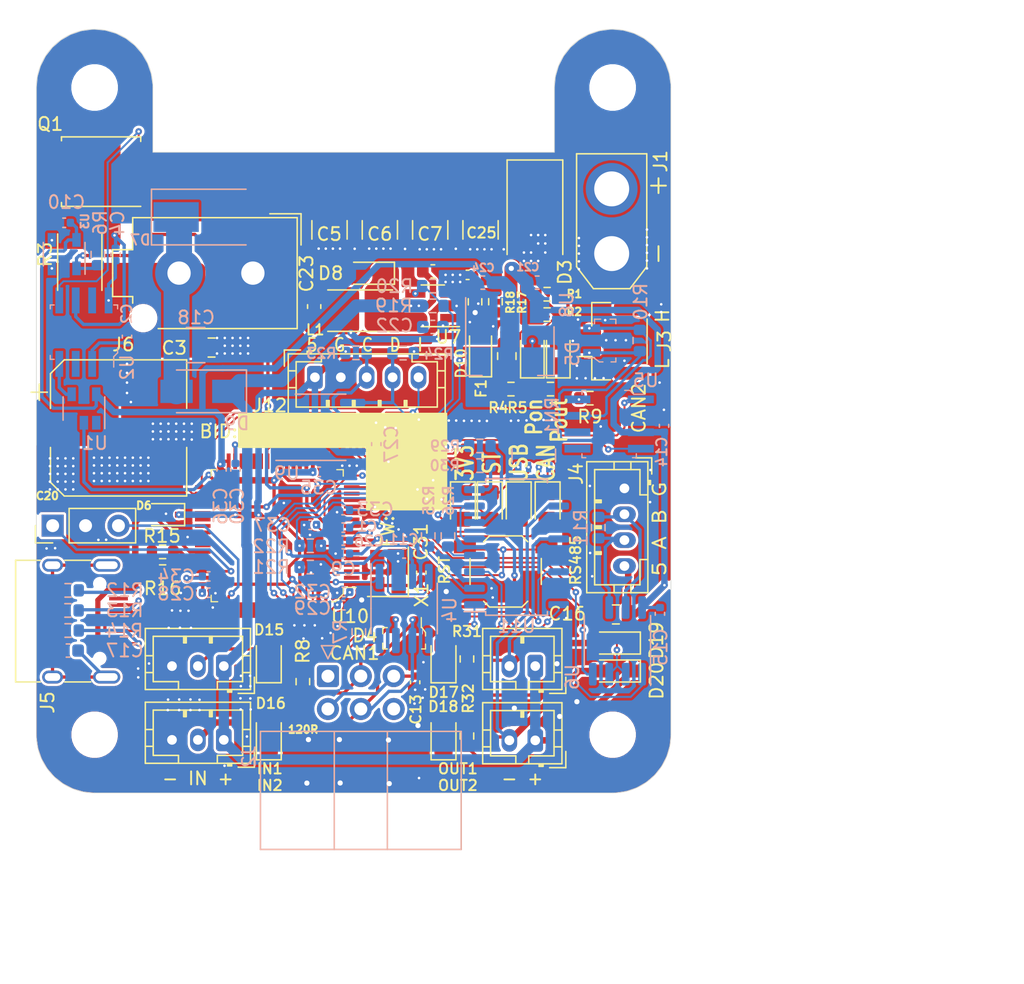
<source format=kicad_pcb>
(kicad_pcb (version 20171130) (host pcbnew 5.1.9-73d0e3b20d~88~ubuntu20.04.1)
  (layers (0 F.Cu signal) (31 B.Cu signal) (34 B.Paste user) (35 F.Paste user) (36 B.SilkS user) (37 F.SilkS user) (38 B.Mask user) (39 F.Mask user) (44 Edge.Cuts user))
  (net 0 "")
  (net 1 +5V)
  (net 2 GND)
  (net 3 +3V3)
  (net 4 +24V)
  (net 5 /RS485_RX)
  (net 6 /RS485_TXEN)
  (net 7 /RS485_TX)
  (net 8 /PWR_ON)
  (net 9 /CAN1_RX)
  (net 10 /CAN2_TX)
  (net 11 /CAN2_RX)
  (net 12 /CAN1_TX)
  (net 13 /dji_power/GATE)
  (net 14 /I_SEN)
  (net 15 /MCU/VCAP1)
  (net 16 /MCU/VCAP2)
  (net 17 /MCU/NRST)
  (net 18 /VoltageReg/FB)
  (net 19 /VIN_SEN)
  (net 20 /MCU/LED1)
  (net 21 /MCU/LED2)
  (net 22 /MCU/LED3)
  (net 23 /USB/VBUS)
  (net 24 /SDA)
  (net 25 /SCL)
  (net 26 /MCU/SYS_SWCLK)
  (net 27 /MCU/SYS_SWDIO)
  (net 28 "Net-(J5-PadA5)")
  (net 29 /USB/USBD+)
  (net 30 "Net-(J5-PadB5)")
  (net 31 /MCU/BOOT0)
  (net 32 /MCU/USB_DM)
  (net 33 /MCU/USB_DP)
  (net 34 /MCU/RCC_OSC_IN)
  (net 35 /USB/USBD-)
  (net 36 Vdrive)
  (net 37 /CAN2/CAN-)
  (net 38 /CAN2/CAN+)
  (net 39 /CAN1/CANL)
  (net 40 /CAN1/CANH)
  (net 41 /RS485/RS485_P)
  (net 42 /RS485/RS485_N)
  (net 43 /dji_power/I_SENSE-)
  (net 44 /IN1)
  (net 45 /IN2)
  (net 46 /OUT1)
  (net 47 /OUT2)
  (net 48 "Net-(D11-Pad1)")
  (net 49 "Net-(D12-Pad1)")
  (net 50 "Net-(D10-Pad1)")
  (net 51 "Net-(D15-Pad2)")
  (net 52 "Net-(D16-Pad2)")
  (net 53 /VOUT_SEN)
  (net 54 "Net-(C23-Pad2)")
  (net 55 /dji_power/M_ON)
  (net 56 "Net-(D1-Pad1)")
  (net 57 "Net-(D13-Pad1)")
  (net 58 "Net-(D17-Pad2)")
  (net 59 "Net-(D17-Pad1)")
  (net 60 "Net-(R26-Pad1)")
  (net 61 "Net-(R30-Pad1)")
  (net 62 "Net-(D2-Pad1)")
  (net 63 "Net-(D14-Pad1)")
  (net 64 "Net-(D18-Pad2)")
  (net 65 "Net-(D18-Pad1)")
  (net 66 +BATT)
  (net 67 "Net-(C2-Pad1)")
  (net 68 "Net-(C17-Pad2)")
  (net 69 "Net-(C22-Pad2)")
  (net 70 "Net-(C22-Pad1)")
  (net 71 "Net-(R7-Pad2)")
  (net 72 "Net-(R9-Pad2)")
  (net 73 "Net-(R25-Pad1)")
  (net 74 "Net-(R29-Pad1)")
  (net 75 /CAN1/SH)
  (net 76 "Net-(D15-Pad1)")
  (net 77 "Net-(D16-Pad1)")
  (net 78 /MCU/I2C1_INT)
  (net 79 "Net-(R27-Pad1)")
  (net 80 "Net-(J2-Pad1)")
  (net 81 "Net-(J2-Pad6)")
  (net 82 "Net-(J5-PadB8)")
  (net 83 "Net-(J5-PadA8)")
  (net 84 "Net-(U1-Pad1)")
  (net 85 "Net-(U2-Pad3)")
  (net 86 "Net-(U2-Pad7)")
  (net 87 "Net-(U4-Pad5)")
  (net 88 "Net-(U5-Pad5)")
  (net 89 "Net-(U10-Pad54)")
  (net 90 "Net-(U10-Pad53)")
  (net 91 "Net-(U10-Pad52)")
  (net 92 "Net-(U10-Pad51)")
  (net 93 "Net-(U10-Pad50)")
  (net 94 "Net-(U10-Pad42)")
  (net 95 "Net-(U10-Pad41)")
  (net 96 "Net-(U10-Pad40)")
  (net 97 "Net-(U10-Pad39)")
  (net 98 "Net-(U10-Pad38)")
  (net 99 "Net-(U10-Pad37)")
  (net 100 "Net-(U10-Pad36)")
  (net 101 "Net-(U10-Pad35)")
  (net 102 "Net-(U10-Pad30)")
  (net 103 "Net-(U10-Pad29)")
  (net 104 "Net-(U10-Pad28)")
  (net 105 "Net-(U10-Pad27)")
  (net 106 "Net-(U10-Pad23)")
  (net 107 "Net-(U10-Pad11)")
  (net 108 "Net-(U10-Pad6)")
  (net 109 "Net-(U10-Pad4)")
  (net 110 "Net-(U10-Pad3)")
  (net 111 "Net-(U10-Pad2)")
  (net 112 "Net-(U10-Pad17)")
  (module MountingHole:MountingHole_3.2mm_M3 (layer F.Cu) (at 166.975 121.575)
    (fp_text reference REF** hide)
    (fp_text value MountingHole_3.2mm_M3 hide)
    (pad 1 np_thru_hole circle (at 0 0) (size 3.2 3.2) (drill 3.2) (layers *.Cu *.Mask))
  )
  (module MountingHole:MountingHole_3.2mm_M3 (layer F.Cu) (at 126.975 121.575)
    (fp_text reference REF** hide)
    (fp_text value MountingHole_3.2mm_M3 hide)
    (pad 1 np_thru_hole circle (at 0 0) (size 3.2 3.2) (drill 3.2) (layers *.Cu *.Mask))
  )
  (module MountingHole:MountingHole_3.2mm_M3 (layer F.Cu) (at 166.975 71.575)
    (fp_text reference REF** hide)
    (fp_text value MountingHole_3.2mm_M3 hide)
    (pad 1 np_thru_hole circle (at 0 0) (size 3.2 3.2) (drill 3.2) (layers *.Cu *.Mask))
  )
  (module MountingHole:MountingHole_3.2mm_M3 (layer F.Cu) (at 126.975 71.575)
    (fp_text reference REF** hide)
    (fp_text value MountingHole_3.2mm_M3 hide)
    (pad 1 np_thru_hole circle (at 0 0) (size 3.2 3.2) (drill 3.2) (layers *.Cu *.Mask))
  )
  (module Resistor_SMD:R_0201_0603Metric (layer F.Cu) (at 143.055 119.995 270)
    (fp_text reference R27 hide)
    (fp_text value 0R/NA)
    (pad 2 smd roundrect (at 0.32 0 270) (size 0.46 0.4) (layers F.Cu F.Mask) (net 39 /CAN1/CANL))
    (pad 1 smd roundrect (at -0.32 0 270) (size 0.46 0.4) (layers F.Cu F.Mask) (net 79 "Net-(R27-Pad1)"))
  )
  (module Resistor_SMD:R_0603_1608Metric (layer F.Cu) (at 143.055 117.475 270)
    (fp_text reference R8 (at -2.35 0 90) (layer F.SilkS))
    (fp_text value 120R)
    (pad 2 smd roundrect (at 0.825 0 270) (size 0.8 0.95) (layers F.Cu F.Paste F.Mask) (net 79 "Net-(R27-Pad1)"))
    (pad 1 smd roundrect (at -0.825 0 270) (size 0.8 0.95) (layers F.Cu F.Paste F.Mask) (net 40 /CAN1/CANH))
  )
  (module Resistor_SMD:R_0603_1608Metric (layer B.Cu) (at 165.865 105.575 90)
    (fp_text reference R11 (at -0.025 -1.34 90) (layer B.SilkS) (effects (justify mirror)))
    (fp_text value 120R)
    (pad 2 smd roundrect (at 0.825 0 90) (size 0.8 0.95) (layers B.Cu B.Paste B.Mask) (net 42 /RS485/RS485_N))
    (pad 1 smd roundrect (at -0.825 0 90) (size 0.8 0.95) (layers B.Cu B.Paste B.Mask) (net 41 /RS485/RS485_P))
  )
  (module Capacitor_SMD:C_0402_1005Metric (layer B.Cu) (at 170.625 112.235 270)
    (fp_text reference C15 (at 2.58 -0.06 90) (layer B.SilkS) (effects (justify mirror)))
    (fp_text value .1u)
    (pad 2 smd roundrect (at 0.48 0 270) (size 0.56 0.62) (layers B.Cu B.Paste B.Mask) (net 2 GND))
    (pad 1 smd roundrect (at -0.48 0 270) (size 0.56 0.62) (layers B.Cu B.Paste B.Mask) (net 1 +5V))
  )
  (module digikey-footprints:LQFP-64_10x10mm (layer F.Cu) (at 141.075 106.2 90)
    (fp_text reference U10 (at -6.225 5.625 180) (layer F.SilkS))
    (fp_text value STM32F405RGT6)
    (pad 64 smd rect (at -5.75 3.75 90) (size 1.2 0.3) (layers F.Cu F.Paste F.Mask) (net 3 +3V3))
    (pad 63 smd rect (at -5.75 3.25 90) (size 1.2 0.3) (layers F.Cu F.Paste F.Mask) (net 2 GND))
    (pad 62 smd rect (at -5.75 2.75 90) (size 1.2 0.3) (layers F.Cu F.Paste F.Mask) (net 12 /CAN1_TX))
    (pad 61 smd rect (at -5.75 2.25 90) (size 1.2 0.3) (layers F.Cu F.Paste F.Mask) (net 9 /CAN1_RX))
    (pad 60 smd rect (at -5.75 1.75 90) (size 1.2 0.3) (layers F.Cu F.Paste F.Mask) (net 31 /MCU/BOOT0))
    (pad 59 smd rect (at -5.75 1.25 90) (size 1.2 0.3) (layers F.Cu F.Paste F.Mask) (net 24 /SDA))
    (pad 58 smd rect (at -5.75 0.75 90) (size 1.2 0.3) (layers F.Cu F.Paste F.Mask) (net 25 /SCL))
    (pad 57 smd rect (at -5.75 0.25 90) (size 1.2 0.3) (layers F.Cu F.Paste F.Mask) (net 78 /MCU/I2C1_INT))
    (pad 56 smd rect (at -5.75 -0.25 90) (size 1.2 0.3) (layers F.Cu F.Paste F.Mask) (net 45 /IN2))
    (pad 55 smd rect (at -5.75 -0.75 90) (size 1.2 0.3) (layers F.Cu F.Paste F.Mask) (net 44 /IN1))
    (pad 54 smd rect (at -5.75 -1.25 90) (size 1.2 0.3) (layers F.Cu F.Paste F.Mask) (net 89 "Net-(U10-Pad54)"))
    (pad 53 smd rect (at -5.75 -1.75 90) (size 1.2 0.3) (layers F.Cu F.Paste F.Mask) (net 90 "Net-(U10-Pad53)"))
    (pad 52 smd rect (at -5.75 -2.25 90) (size 1.2 0.3) (layers F.Cu F.Paste F.Mask) (net 91 "Net-(U10-Pad52)"))
    (pad 51 smd rect (at -5.75 -2.75 90) (size 1.2 0.3) (layers F.Cu F.Paste F.Mask) (net 92 "Net-(U10-Pad51)"))
    (pad 50 smd rect (at -5.75 -3.25 90) (size 1.2 0.3) (layers F.Cu F.Paste F.Mask) (net 93 "Net-(U10-Pad50)"))
    (pad 49 smd rect (at -5.75 -3.75 90) (size 1.2 0.3) (layers F.Cu F.Paste F.Mask) (net 26 /MCU/SYS_SWCLK))
    (pad 48 smd rect (at -3.75 -5.75 90) (size 0.3 1.2) (layers F.Cu F.Paste F.Mask) (net 3 +3V3))
    (pad 47 smd rect (at -3.25 -5.75 90) (size 0.3 1.2) (layers F.Cu F.Paste F.Mask) (net 16 /MCU/VCAP2))
    (pad 46 smd rect (at -2.75 -5.75 90) (size 0.3 1.2) (layers F.Cu F.Paste F.Mask) (net 27 /MCU/SYS_SWDIO))
    (pad 45 smd rect (at -2.25 -5.75 90) (size 0.3 1.2) (layers F.Cu F.Paste F.Mask) (net 33 /MCU/USB_DP))
    (pad 44 smd rect (at -1.75 -5.75 90) (size 0.3 1.2) (layers F.Cu F.Paste F.Mask) (net 32 /MCU/USB_DM))
    (pad 43 smd rect (at -1.25 -5.75 90) (size 0.3 1.2) (layers F.Cu F.Paste F.Mask) (net 23 /USB/VBUS))
    (pad 42 smd rect (at -0.75 -5.75 90) (size 0.3 1.2) (layers F.Cu F.Paste F.Mask) (net 94 "Net-(U10-Pad42)"))
    (pad 41 smd rect (at -0.25 -5.75 90) (size 0.3 1.2) (layers F.Cu F.Paste F.Mask) (net 95 "Net-(U10-Pad41)"))
    (pad 40 smd rect (at 0.25 -5.75 90) (size 0.3 1.2) (layers F.Cu F.Paste F.Mask) (net 96 "Net-(U10-Pad40)"))
    (pad 39 smd rect (at 0.75 -5.75 90) (size 0.3 1.2) (layers F.Cu F.Paste F.Mask) (net 97 "Net-(U10-Pad39)"))
    (pad 38 smd rect (at 1.25 -5.75 90) (size 0.3 1.2) (layers F.Cu F.Paste F.Mask) (net 98 "Net-(U10-Pad38)"))
    (pad 37 smd rect (at 1.75 -5.75 90) (size 0.3 1.2) (layers F.Cu F.Paste F.Mask) (net 99 "Net-(U10-Pad37)"))
    (pad 36 smd rect (at 2.25 -5.75 90) (size 0.3 1.2) (layers F.Cu F.Paste F.Mask) (net 100 "Net-(U10-Pad36)"))
    (pad 35 smd rect (at 2.75 -5.75 90) (size 0.3 1.2) (layers F.Cu F.Paste F.Mask) (net 101 "Net-(U10-Pad35)"))
    (pad 34 smd rect (at 3.25 -5.75 90) (size 0.3 1.2) (layers F.Cu F.Paste F.Mask) (net 10 /CAN2_TX))
    (pad 33 smd rect (at 3.75 -5.75 90) (size 0.3 1.2) (layers F.Cu F.Paste F.Mask) (net 11 /CAN2_RX))
    (pad 32 smd rect (at 5.75 -3.75 90) (size 1.2 0.3) (layers F.Cu F.Paste F.Mask) (net 3 +3V3))
    (pad 31 smd rect (at 5.75 -3.25 90) (size 1.2 0.3) (layers F.Cu F.Paste F.Mask) (net 15 /MCU/VCAP1))
    (pad 30 smd rect (at 5.75 -2.75 90) (size 1.2 0.3) (layers F.Cu F.Paste F.Mask) (net 102 "Net-(U10-Pad30)"))
    (pad 29 smd rect (at 5.75 -2.25 90) (size 1.2 0.3) (layers F.Cu F.Paste F.Mask) (net 103 "Net-(U10-Pad29)"))
    (pad 28 smd rect (at 5.75 -1.75 90) (size 1.2 0.3) (layers F.Cu F.Paste F.Mask) (net 104 "Net-(U10-Pad28)"))
    (pad 27 smd rect (at 5.75 -1.25 90) (size 1.2 0.3) (layers F.Cu F.Paste F.Mask) (net 105 "Net-(U10-Pad27)"))
    (pad 26 smd rect (at 5.75 -0.75 90) (size 1.2 0.3) (layers F.Cu F.Paste F.Mask) (net 47 /OUT2))
    (pad 25 smd rect (at 5.75 -0.25 90) (size 1.2 0.3) (layers F.Cu F.Paste F.Mask) (net 46 /OUT1))
    (pad 24 smd rect (at 5.75 0.25 90) (size 1.2 0.3) (layers F.Cu F.Paste F.Mask) (net 8 /PWR_ON))
    (pad 23 smd rect (at 5.75 0.75 90) (size 1.2 0.3) (layers F.Cu F.Paste F.Mask) (net 106 "Net-(U10-Pad23)"))
    (pad 22 smd rect (at 5.75 1.25 90) (size 1.2 0.3) (layers F.Cu F.Paste F.Mask) (net 20 /MCU/LED1))
    (pad 21 smd rect (at 5.75 1.75 90) (size 1.2 0.3) (layers F.Cu F.Paste F.Mask) (net 21 /MCU/LED2))
    (pad 20 smd rect (at 5.75 2.25 90) (size 1.2 0.3) (layers F.Cu F.Paste F.Mask) (net 22 /MCU/LED3))
    (pad 19 smd rect (at 5.75 2.75 90) (size 1.2 0.3) (layers F.Cu F.Paste F.Mask) (net 3 +3V3))
    (pad 18 smd rect (at 5.75 3.25 90) (size 1.2 0.3) (layers F.Cu F.Paste F.Mask) (net 2 GND))
    (pad 16 smd rect (at 3.75 5.75 90) (size 0.3 1.2) (layers F.Cu F.Paste F.Mask) (net 6 /RS485_TXEN))
    (pad 15 smd rect (at 3.25 5.75 90) (size 0.3 1.2) (layers F.Cu F.Paste F.Mask) (net 5 /RS485_RX))
    (pad 14 smd rect (at 2.75 5.75 90) (size 0.3 1.2) (layers F.Cu F.Paste F.Mask) (net 7 /RS485_TX))
    (pad 13 smd rect (at 2.25 5.75 90) (size 0.3 1.2) (layers F.Cu F.Paste F.Mask) (net 3 +3V3))
    (pad 12 smd rect (at 1.75 5.75 90) (size 0.3 1.2) (layers F.Cu F.Paste F.Mask) (net 2 GND))
    (pad 11 smd rect (at 1.25 5.75 90) (size 0.3 1.2) (layers F.Cu F.Paste F.Mask) (net 107 "Net-(U10-Pad11)"))
    (pad 10 smd rect (at 0.75 5.75 90) (size 0.3 1.2) (layers F.Cu F.Paste F.Mask) (net 53 /VOUT_SEN))
    (pad 9 smd rect (at 0.25 5.75 90) (size 0.3 1.2) (layers F.Cu F.Paste F.Mask) (net 19 /VIN_SEN))
    (pad 8 smd rect (at -0.25 5.75 90) (size 0.3 1.2) (layers F.Cu F.Paste F.Mask) (net 14 /I_SEN))
    (pad 7 smd rect (at -0.75 5.75 90) (size 0.3 1.2) (layers F.Cu F.Paste F.Mask) (net 17 /MCU/NRST))
    (pad 6 smd rect (at -1.25 5.75 90) (size 0.3 1.2) (layers F.Cu F.Paste F.Mask) (net 108 "Net-(U10-Pad6)"))
    (pad 5 smd rect (at -1.75 5.75 90) (size 0.3 1.2) (layers F.Cu F.Paste F.Mask) (net 34 /MCU/RCC_OSC_IN))
    (pad 4 smd rect (at -2.25 5.75 90) (size 0.3 1.2) (layers F.Cu F.Paste F.Mask) (net 109 "Net-(U10-Pad4)"))
    (pad 3 smd rect (at -2.75 5.75 90) (size 0.3 1.2) (layers F.Cu F.Paste F.Mask) (net 110 "Net-(U10-Pad3)"))
    (pad 2 smd rect (at -3.25 5.75 90) (size 0.3 1.2) (layers F.Cu F.Paste F.Mask) (net 111 "Net-(U10-Pad2)"))
    (pad 1 smd rect (at -3.75 5.75 90) (size 0.3 1.2) (layers F.Cu F.Paste F.Mask) (net 3 +3V3))
    (pad 17 smd rect (at 5.75 3.75 90) (size 1.2 0.3) (layers F.Cu F.Paste F.Mask) (net 112 "Net-(U10-Pad17)"))
  )
  (module Connector_JST:JST_PH_B2B-PH-K_1x02_P2.00mm_Vertical (layer F.Cu) (at 161 116.275 180)
    (fp_text reference J10 hide)
    (fp_text value JST_PH2)
    (pad 2 thru_hole oval (at 2 0 180) (size 1.2 1.75) (drill 0.75) (layers *.Cu *.Mask) (net 59 "Net-(D17-Pad1)"))
    (pad 1 thru_hole roundrect (at 0 0 180) (size 1.2 1.75) (drill 0.75) (layers *.Cu *.Mask) (roundrect_rratio 0.2083325) (net 4 +24V))
  )
  (module Connector_JST:JST_PH_B5B-PH-K_1x05_P2.00mm_Vertical (layer F.Cu) (at 143.985 93.965)
    (fp_text reference J12 (at -3.48 2.18) (layer F.SilkS))
    (fp_text value PH_5P)
    (pad 5 thru_hole oval (at 8 0) (size 1.2 1.75) (drill 0.75) (layers *.Cu *.Mask) (net 78 /MCU/I2C1_INT))
    (pad 4 thru_hole oval (at 6 0) (size 1.2 1.75) (drill 0.75) (layers *.Cu *.Mask) (net 24 /SDA))
    (pad 3 thru_hole oval (at 4 0) (size 1.2 1.75) (drill 0.75) (layers *.Cu *.Mask) (net 25 /SCL))
    (pad 2 thru_hole oval (at 2 0) (size 1.2 1.75) (drill 0.75) (layers *.Cu *.Mask) (net 2 GND))
    (pad 1 thru_hole roundrect (at 0 0) (size 1.2 1.75) (drill 0.75) (layers *.Cu *.Mask) (roundrect_rratio 0.2083325) (net 1 +5V))
  )
  (module Connector_Molex:Molex_Mega-Fit_76829-0102_2x01_P5.70mm_Vertical (layer F.Cu) (at 139.195 85.915 270)
    (fp_text reference J6 (at 5.52 10 180) (layer F.SilkS))
    (fp_text value MegaFit)
    (pad "" np_thru_hole circle (at 3.48 8.47 270) (size 1.8 1.8) (drill 1.8) (layers *.Cu *.Mask))
    (pad 2 thru_hole circle (at 0 5.7 270) (size 3.7 3.7) (drill 1.8) (layers *.Cu *.Mask) (net 66 +BATT))
    (pad 1 thru_hole roundrect (at 0 0 270) (size 3.7 3.7) (drill 1.8) (layers *.Cu *.Mask) (roundrect_rratio 0.06756756756756757) (net 2 GND))
  )
  (module Capacitor_SMD:C_0805_2012Metric (layer F.Cu) (at 136.005 91.665)
    (fp_text reference C3 (at -2.88 0.03) (layer F.SilkS))
    (fp_text value "22u 50V")
    (pad 2 smd roundrect (at 0.95 0) (size 1 1.45) (layers F.Cu F.Paste F.Mask) (net 2 GND))
    (pad 1 smd roundrect (at -0.95 0) (size 1 1.45) (layers F.Cu F.Paste F.Mask) (net 66 +BATT))
  )
  (module Connector_AMASS:AMASS_XT30U-F_1x02_P5.0mm_Vertical (layer F.Cu) (at 166.901 84.407 90)
    (fp_text reference J1 (at 7.132 3.774 90) (layer F.SilkS))
    (fp_text value XT30-F)
    (fp_text user - (at 0 3.5 90) (layer F.SilkS) (effects (font (size 1.5 1.5))))
    (fp_text user + (at 5.25 3.5 90) (layer F.SilkS) (effects (font (size 1.5 1.5))))
    (pad 2 thru_hole circle (at 5 0 90) (size 4 4) (drill 2.7) (layers *.Cu *.Mask) (net 36 Vdrive))
    (pad 1 thru_hole rect (at 0 0 90) (size 3.8 3.8) (drill 2.7) (layers *.Cu *.Mask) (net 2 GND))
  )
  (module Footprints:IDC-Header_2x03_P2.54mm_Horizontal_Lock (layer B.Cu) (at 144.975 117.075 270)
    (fp_text reference J2 (at 6.1896 6.08476 270) (layer B.SilkS) (effects (justify mirror)))
    (fp_text value IDC_6P)
    (pad 1 thru_hole roundrect (at -0.0254 -0.01524 270) (size 1.7 1.7) (drill 1) (layers *.Cu *.Mask) (roundrect_rratio 0.1470588235294118) (net 80 "Net-(J2-Pad1)"))
    (pad 3 thru_hole circle (at -0.0254 -2.55524 270) (size 1.7 1.7) (drill 1) (layers *.Cu *.Mask) (net 40 /CAN1/CANH))
    (pad 5 thru_hole circle (at -0.0254 -5.09524 270) (size 1.7 1.7) (drill 1) (layers *.Cu *.Mask) (net 75 /CAN1/SH))
    (pad 2 thru_hole circle (at 2.5146 -0.01524 270) (size 1.7 1.7) (drill 1) (layers *.Cu *.Mask) (net 75 /CAN1/SH))
    (pad 4 thru_hole circle (at 2.5146 -2.55524 270) (size 1.7 1.7) (drill 1) (layers *.Cu *.Mask) (net 39 /CAN1/CANL))
    (pad 6 thru_hole circle (at 2.5146 -5.09524 270) (size 1.7 1.7) (drill 1) (layers *.Cu *.Mask) (net 81 "Net-(J2-Pad6)"))
  )
  (module Diode_SMD:D_SOD-323 (layer F.Cu) (at 132.425 104.575 180)
    (fp_text reference D6 (at 1.65 0.7) (layer F.SilkS) (effects (font (size 0.6 0.6))))
    (fp_text value N/A)
    (pad 2 smd rect (at 1.05 0 180) (size 0.6 0.45) (layers F.Cu F.Paste F.Mask) (net 23 /USB/VBUS))
    (pad 1 smd rect (at -1.05 0 180) (size 0.6 0.45) (layers F.Cu F.Paste F.Mask) (net 1 +5V))
  )
  (module Capacitor_SMD:C_0402_1005Metric (layer B.Cu) (at 143.635 105.355)
    (fp_text reference C37 (at -2.93 0.02) (layer B.SilkS) (effects (justify mirror)))
    (fp_text value .1u)
    (pad 2 smd roundrect (at 0.48 0) (size 0.56 0.62) (layers B.Cu B.Paste B.Mask) (net 17 /MCU/NRST))
    (pad 1 smd roundrect (at -0.48 0) (size 0.56 0.62) (layers B.Cu B.Paste B.Mask) (net 2 GND))
  )
  (module Capacitor_SMD:C_0402_1005Metric (layer B.Cu) (at 136.775 101.1 270)
    (fp_text reference C36 (at 2.815 0.08 90) (layer B.SilkS) (effects (justify mirror)))
    (fp_text value .1u)
    (pad 2 smd roundrect (at 0.48 0 270) (size 0.56 0.62) (layers B.Cu B.Paste B.Mask) (net 2 GND))
    (pad 1 smd roundrect (at -0.48 0 270) (size 0.56 0.62) (layers B.Cu B.Paste B.Mask) (net 3 +3V3))
  )
  (module Capacitor_SMD:C_0402_1005Metric (layer B.Cu) (at 144.305 101.265)
    (fp_text reference C35 (at -0.03 1.22) (layer B.SilkS) (effects (justify mirror)))
    (fp_text value .1u)
    (pad 2 smd roundrect (at 0.48 0) (size 0.56 0.62) (layers B.Cu B.Paste B.Mask) (net 2 GND))
    (pad 1 smd roundrect (at -0.48 0) (size 0.56 0.62) (layers B.Cu B.Paste B.Mask) (net 3 +3V3))
  )
  (module Capacitor_SMD:C_0402_1005Metric (layer B.Cu) (at 135.775 109.345)
    (fp_text reference C34 (at -2.5 0) (layer B.SilkS) (effects (justify mirror)))
    (fp_text value 2.2u)
    (pad 2 smd roundrect (at 0.48 0) (size 0.56 0.62) (layers B.Cu B.Paste B.Mask) (net 2 GND))
    (pad 1 smd roundrect (at -0.48 0) (size 0.56 0.62) (layers B.Cu B.Paste B.Mask) (net 16 /MCU/VCAP2))
  )
  (module Capacitor_SMD:C_0402_1005Metric (layer B.Cu) (at 146.175 104.225 180)
    (fp_text reference C33 (at -2.45 0.05) (layer B.SilkS) (effects (justify mirror)))
    (fp_text value .1u)
    (pad 2 smd roundrect (at 0.48 0 180) (size 0.56 0.62) (layers B.Cu B.Paste B.Mask) (net 2 GND))
    (pad 1 smd roundrect (at -0.48 0 180) (size 0.56 0.62) (layers B.Cu B.Paste B.Mask) (net 3 +3V3))
  )
  (module Capacitor_SMD:C_0402_1005Metric (layer B.Cu) (at 146.2 110.55 180)
    (fp_text reference C32 (at 2.405 0.015) (layer B.SilkS) (effects (justify mirror)))
    (fp_text value .1u)
    (pad 2 smd roundrect (at 0.48 0 180) (size 0.56 0.62) (layers B.Cu B.Paste B.Mask) (net 2 GND))
    (pad 1 smd roundrect (at -0.48 0 180) (size 0.56 0.62) (layers B.Cu B.Paste B.Mask) (net 3 +3V3))
  )
  (module Capacitor_SMD:C_0402_1005Metric (layer F.Cu) (at 152.2 109.05 90)
    (fp_text reference C31 (at 2.375 -0.025 90) (layer F.SilkS))
    (fp_text value 0.01u)
    (pad 2 smd roundrect (at 0.48 0 90) (size 0.56 0.62) (layers F.Cu F.Paste F.Mask) (net 2 GND))
    (pad 1 smd roundrect (at -0.48 0 90) (size 0.56 0.62) (layers F.Cu F.Paste F.Mask) (net 3 +3V3))
  )
  (module Capacitor_SMD:C_0402_1005Metric (layer B.Cu) (at 137.85 101.1 270)
    (fp_text reference C30 (at 2.805 -0.135 90) (layer B.SilkS) (effects (justify mirror)))
    (fp_text value 2.2u)
    (pad 2 smd roundrect (at 0.48 0 270) (size 0.56 0.62) (layers B.Cu B.Paste B.Mask) (net 2 GND))
    (pad 1 smd roundrect (at -0.48 0 270) (size 0.56 0.62) (layers B.Cu B.Paste B.Mask) (net 15 /MCU/VCAP1))
  )
  (module Capacitor_SMD:C_0402_1005Metric (layer B.Cu) (at 146.2 111.575)
    (fp_text reference C29 (at -2.405 0.22) (layer B.SilkS) (effects (justify mirror)))
    (fp_text value .1u)
    (pad 2 smd roundrect (at 0.48 0) (size 0.56 0.62) (layers B.Cu B.Paste B.Mask) (net 2 GND))
    (pad 1 smd roundrect (at -0.48 0) (size 0.56 0.62) (layers B.Cu B.Paste B.Mask) (net 3 +3V3))
  )
  (module Capacitor_SMD:C_0402_1005Metric (layer B.Cu) (at 135.775 110.6)
    (fp_text reference C28 (at -2.51 0.085) (layer B.SilkS) (effects (justify mirror)))
    (fp_text value .1u)
    (pad 2 smd roundrect (at 0.48 0) (size 0.56 0.62) (layers B.Cu B.Paste B.Mask) (net 2 GND))
    (pad 1 smd roundrect (at -0.48 0) (size 0.56 0.62) (layers B.Cu B.Paste B.Mask) (net 3 +3V3))
  )
  (module Capacitor_SMD:C_0402_1005Metric (layer B.Cu) (at 148.725 99.125 90)
    (fp_text reference C27 (at 0 1.16 90) (layer B.SilkS) (effects (justify mirror)))
    (fp_text value .1u)
    (pad 2 smd roundrect (at 0.48 0 90) (size 0.56 0.62) (layers B.Cu B.Paste B.Mask) (net 2 GND))
    (pad 1 smd roundrect (at -0.48 0 90) (size 0.56 0.62) (layers B.Cu B.Paste B.Mask) (net 1 +5V))
  )
  (module Capacitor_SMD:C_0402_1005Metric (layer B.Cu) (at 146.185 106.575 180)
    (fp_text reference C26 (at -1.99 -0.025) (layer B.SilkS) (effects (font (size 0.8 0.8)) (justify mirror)))
    (fp_text value .1u)
    (pad 2 smd roundrect (at 0.48 0 180) (size 0.56 0.62) (layers B.Cu B.Paste B.Mask) (net 2 GND))
    (pad 1 smd roundrect (at -0.48 0 180) (size 0.56 0.62) (layers B.Cu B.Paste B.Mask) (net 19 /VIN_SEN))
  )
  (module Capacitor_SMD:C_0402_1005Metric (layer F.Cu) (at 155.775 86.05)
    (fp_text reference C25 (at 1.07 -3.245) (layer F.SilkS) (effects (font (size 0.8 0.8))))
    (fp_text value 30p)
    (pad 2 smd roundrect (at 0.48 0) (size 0.56 0.62) (layers F.Cu F.Paste F.Mask) (net 18 /VoltageReg/FB))
    (pad 1 smd roundrect (at -0.48 0) (size 0.56 0.62) (layers F.Cu F.Paste F.Mask) (net 2 GND))
  )
  (module Capacitor_SMD:C_0402_1005Metric (layer B.Cu) (at 170.945 97.715 270)
    (fp_text reference C14 (at 2.01 0.18 90) (layer B.SilkS) (effects (font (size 0.8 0.8)) (justify mirror)))
    (fp_text value .1u)
    (pad 2 smd roundrect (at 0.48 0 270) (size 0.56 0.62) (layers B.Cu B.Paste B.Mask) (net 1 +5V))
    (pad 1 smd roundrect (at -0.48 0 270) (size 0.56 0.62) (layers B.Cu B.Paste B.Mask) (net 2 GND))
  )
  (module Capacitor_SMD:C_0402_1005Metric (layer F.Cu) (at 151.725 117.525 270)
    (fp_text reference C13 (at 2.1 -0.05 90) (layer F.SilkS) (effects (font (size 0.8 0.8))))
    (fp_text value 30p)
    (pad 2 smd roundrect (at 0.48 0 270) (size 0.56 0.62) (layers F.Cu F.Paste F.Mask) (net 2 GND))
    (pad 1 smd roundrect (at -0.48 0 270) (size 0.56 0.62) (layers F.Cu F.Paste F.Mask) (net 75 /CAN1/SH))
  )
  (module Capacitor_SMD:C_0402_1005Metric (layer B.Cu) (at 150.875 107.575 180)
    (fp_text reference C11 (at 0.04 1.08) (layer B.SilkS) (effects (font (size 0.8 0.8)) (justify mirror)))
    (fp_text value .1u)
    (pad 2 smd roundrect (at 0.48 0 180) (size 0.56 0.62) (layers B.Cu B.Paste B.Mask) (net 2 GND))
    (pad 1 smd roundrect (at -0.48 0 180) (size 0.56 0.62) (layers B.Cu B.Paste B.Mask) (net 1 +5V))
  )
  (module Capacitor_SMD:C_0402_1005Metric (layer B.Cu) (at 124.625 82.025 180)
    (fp_text reference C10 (at -0.17 1.59) (layer B.SilkS) (effects (justify mirror)))
    (fp_text value .1u)
    (pad 2 smd roundrect (at 0.48 0 180) (size 0.56 0.62) (layers B.Cu B.Paste B.Mask) (net 2 GND))
    (pad 1 smd roundrect (at -0.48 0 180) (size 0.56 0.62) (layers B.Cu B.Paste B.Mask) (net 3 +3V3))
  )
  (module Capacitor_SMD:C_0402_1005Metric (layer B.Cu) (at 146.185 107.575 180)
    (fp_text reference C9 (at 0.01 -1.2) (layer B.SilkS) (effects (justify mirror)))
    (fp_text value .1u)
    (pad 2 smd roundrect (at 0.48 0 180) (size 0.56 0.62) (layers B.Cu B.Paste B.Mask) (net 2 GND))
    (pad 1 smd roundrect (at -0.48 0 180) (size 0.56 0.62) (layers B.Cu B.Paste B.Mask) (net 14 /I_SEN))
  )
  (module Capacitor_SMD:C_0402_1005Metric (layer B.Cu) (at 128.595 84.475 90)
    (fp_text reference C4 (at 2.425 0.15 90) (layer B.SilkS) (effects (justify mirror)))
    (fp_text value .1u)
    (pad 2 smd roundrect (at 0.48 0 90) (size 0.56 0.62) (layers B.Cu B.Paste B.Mask) (net 43 /dji_power/I_SENSE-))
    (pad 1 smd roundrect (at -0.48 0 90) (size 0.56 0.62) (layers B.Cu B.Paste B.Mask) (net 66 +BATT))
  )
  (module Package_TO_SOT_SMD:SOT-23-5 (layer B.Cu) (at 126.15 96.375 90)
    (fp_text reference U1 (at -2.675 0.85) (layer B.SilkS) (effects (justify mirror)))
    (fp_text value SN74LVC1G14DBV)
    (pad 5 smd rect (at 1.1 0.95 90) (size 1.06 0.65) (layers B.Cu B.Paste B.Mask) (net 3 +3V3))
    (pad 4 smd rect (at 1.1 -0.95 90) (size 1.06 0.65) (layers B.Cu B.Paste B.Mask) (net 55 /dji_power/M_ON))
    (pad 3 smd rect (at -1.1 -0.95 90) (size 1.06 0.65) (layers B.Cu B.Paste B.Mask) (net 2 GND))
    (pad 2 smd rect (at -1.1 0 90) (size 1.06 0.65) (layers B.Cu B.Paste B.Mask) (net 8 /PWR_ON))
    (pad 1 smd rect (at -1.1 0.95 90) (size 1.06 0.65) (layers B.Cu B.Paste B.Mask) (net 84 "Net-(U1-Pad1)"))
  )
  (module Capacitor_SMD:C_0402_1005Metric (layer B.Cu) (at 129.475 90.825 90)
    (fp_text reference C2 (at 1.775 -0.025 90) (layer B.SilkS) (effects (font (size 0.8 0.8)) (justify mirror)))
    (fp_text value 10nF)
    (pad 2 smd roundrect (at 0.48 0 90) (size 0.56 0.62) (layers B.Cu B.Paste B.Mask) (net 2 GND))
    (pad 1 smd roundrect (at -0.48 0 90) (size 0.56 0.62) (layers B.Cu B.Paste B.Mask) (net 67 "Net-(C2-Pad1)"))
  )
  (module Capacitor_SMD:C_0402_1005Metric (layer B.Cu) (at 146.185 105.575 180)
    (fp_text reference C1 (at -1.83 0.11) (layer B.SilkS) (effects (font (size 0.8 0.8)) (justify mirror)))
    (fp_text value .1u)
    (pad 2 smd roundrect (at 0.48 0 180) (size 0.56 0.62) (layers B.Cu B.Paste B.Mask) (net 2 GND))
    (pad 1 smd roundrect (at -0.48 0 180) (size 0.56 0.62) (layers B.Cu B.Paste B.Mask) (net 53 /VOUT_SEN))
  )
  (module Diode_SMD:D_SOD-323_HandSoldering (layer F.Cu) (at 156.775 92.025 90)
    (fp_text reference D10 (at -0.86 -1.5 270) (layer F.SilkS) (effects (font (size 0.8 0.8))))
    (fp_text value 1N5819)
    (pad 2 smd rect (at 1.25 0 90) (size 1 1) (layers F.Cu F.Paste F.Mask) (net 54 "Net-(C23-Pad2)"))
    (pad 1 smd rect (at -1.25 0 90) (size 1 1) (layers F.Cu F.Paste F.Mask) (net 50 "Net-(D10-Pad1)"))
  )
  (module Diode_SMD:D_SOD-323_HandSoldering (layer F.Cu) (at 148.225 85.925 180)
    (fp_text reference D8 (at 3.025 0) (layer F.SilkS))
    (fp_text value 1N5819)
    (pad 2 smd rect (at 1.25 0 180) (size 1 1) (layers F.Cu F.Paste F.Mask) (net 2 GND))
    (pad 1 smd rect (at -1.25 0 180) (size 1 1) (layers F.Cu F.Paste F.Mask) (net 70 "Net-(C22-Pad1)"))
  )
  (module Connector_JST:JST_GH_SM02B-GHS-TB_1x02-1MP_P1.25mm_Horizontal (layer F.Cu) (at 167.075 91.175 90)
    (fp_text reference J3 (at 0 3.9 90) (layer F.SilkS))
    (fp_text value JST_GH_2P_HORZ)
    (pad MP smd roundrect (at 2.475 1.35 90) (size 1 2.7) (layers F.Cu F.Paste F.Mask))
    (pad MP smd roundrect (at -2.475 1.35 90) (size 1 2.7) (layers F.Cu F.Paste F.Mask))
    (pad 2 smd roundrect (at 0.625 -1.85 90) (size 0.6 1.7) (layers F.Cu F.Paste F.Mask) (net 38 /CAN2/CAN+))
    (pad 1 smd roundrect (at -0.625 -1.85 90) (size 0.6 1.7) (layers F.Cu F.Paste F.Mask) (net 37 /CAN2/CAN-))
  )
  (module Resistor_SMD:R_0603_1608Metric (layer F.Cu) (at 162.175 94.875 180)
    (fp_text reference R5 (at 2.55 -1.44 180) (layer F.SilkS) (effects (font (size 0.8 0.8))))
    (fp_text value 22K)
    (pad 2 smd roundrect (at 0.825 0 180) (size 0.8 0.95) (layers F.Cu F.Paste F.Mask) (net 62 "Net-(D2-Pad1)"))
    (pad 1 smd roundrect (at -0.825 0 180) (size 0.8 0.95) (layers F.Cu F.Paste F.Mask) (net 2 GND))
  )
  (module LED_SMD:LED_0805_2012Metric_Castellated (layer F.Cu) (at 162.775 92.125 90)
    (fp_text reference D2 hide)
    (fp_text value R)
    (pad 2 smd roundrect (at 0.9625 0 90) (size 1.325 1.3) (layers F.Cu F.Paste F.Mask) (roundrect_rratio 0.1923069230769231) (net 36 Vdrive))
    (pad 1 smd roundrect (at -0.9625 0 90) (size 1.325 1.3) (layers F.Cu F.Paste F.Mask) (roundrect_rratio 0.1923069230769231) (net 62 "Net-(D2-Pad1)"))
  )
  (module Resistor_SMD:R_0603_1608Metric (layer F.Cu) (at 159.125 94.875)
    (fp_text reference R4 (at -0.97 1.44) (layer F.SilkS) (effects (font (size 0.8 0.8))))
    (fp_text value 2K)
    (pad 2 smd roundrect (at 0.825 0) (size 0.8 0.95) (layers F.Cu F.Paste F.Mask) (net 56 "Net-(D1-Pad1)"))
    (pad 1 smd roundrect (at -0.825 0) (size 0.8 0.95) (layers F.Cu F.Paste F.Mask) (net 8 /PWR_ON))
  )
  (module LED_SMD:LED_0805_2012Metric_Castellated (layer F.Cu) (at 160.775 92.125 90)
    (fp_text reference D1 hide)
    (fp_text value G)
    (pad 2 smd roundrect (at 0.9625 0 90) (size 1.325 1.3) (layers F.Cu F.Paste F.Mask) (roundrect_rratio 0.1923069230769231) (net 3 +3V3))
    (pad 1 smd roundrect (at -0.9625 0 90) (size 1.325 1.3) (layers F.Cu F.Paste F.Mask) (roundrect_rratio 0.1923069230769231) (net 56 "Net-(D1-Pad1)"))
  )
  (module Capacitor_SMD:CP_Elec_10x10 (layer F.Cu) (at 128.825 97.875)
    (fp_text reference C20 (at -5.5 5.25) (layer F.SilkS) (effects (font (size 0.6 0.6))))
    (fp_text value 330u)
    (pad 2 smd roundrect (at 4 0) (size 4 2.5) (layers F.Cu F.Paste F.Mask) (roundrect_rratio 0.1) (net 2 GND))
    (pad 1 smd roundrect (at -4 0) (size 4 2.5) (layers F.Cu F.Paste F.Mask) (roundrect_rratio 0.1) (net 66 +BATT))
  )
  (module Capacitor_SMD:C_1210_3225Metric (layer B.Cu) (at 134.775 91.475)
    (fp_text reference C18 (at 0.04 -2.13 180) (layer B.SilkS) (effects (justify mirror)))
    (fp_text value 100uF)
    (pad 2 smd roundrect (at 1.475 0) (size 1.15 2.7) (layers B.Cu B.Paste B.Mask) (roundrect_rratio 0.2173904347826087) (net 2 GND))
    (pad 1 smd roundrect (at -1.475 0) (size 1.15 2.7) (layers B.Cu B.Paste B.Mask) (roundrect_rratio 0.2173904347826087) (net 66 +BATT))
  )
  (module Package_TO_SOT_SMD:SOT-23-6_Handsoldering (layer F.Cu) (at 153.09084 88.44048 180)
    (fp_text reference U7 (at -1.19416 -2.41452 180) (layer F.SilkS))
    (fp_text value MP2451)
    (pad 5 smd rect (at 1.35 0 180) (size 1.56 0.65) (layers F.Cu F.Paste F.Mask) (net 4 +24V))
    (pad 6 smd rect (at 1.35 -0.95 180) (size 1.56 0.65) (layers F.Cu F.Paste F.Mask) (net 70 "Net-(C22-Pad1)"))
    (pad 4 smd rect (at 1.35 0.95 180) (size 1.56 0.65) (layers F.Cu F.Paste F.Mask) (net 19 /VIN_SEN))
    (pad 3 smd rect (at -1.35 0.95 180) (size 1.56 0.65) (layers F.Cu F.Paste F.Mask) (net 18 /VoltageReg/FB))
    (pad 2 smd rect (at -1.35 0 180) (size 1.56 0.65) (layers F.Cu F.Paste F.Mask) (net 2 GND))
    (pad 1 smd rect (at -1.35 -0.95 180) (size 1.56 0.65) (layers F.Cu F.Paste F.Mask) (net 69 "Net-(C22-Pad2)"))
  )
  (module Resistor_SMD:R_0603_1608Metric (layer F.Cu) (at 156.34966 88.1306 90)
    (fp_text reference R18 (at -0.0444 2.72534 90) (layer F.SilkS) (effects (font (size 0.6 0.6))))
    (fp_text value 22K)
    (pad 2 smd roundrect (at 0.825 0 90) (size 0.8 0.95) (layers F.Cu F.Paste F.Mask) (net 18 /VoltageReg/FB))
    (pad 1 smd roundrect (at -0.825 0 90) (size 0.8 0.95) (layers F.Cu F.Paste F.Mask) (net 2 GND))
  )
  (module Resistor_SMD:R_0603_1608Metric (layer F.Cu) (at 157.925 88.125 270)
    (fp_text reference R17 (at 0.05 -2.05 270) (layer F.SilkS) (effects (font (size 0.6 0.6))))
    (fp_text value 124K)
    (pad 2 smd roundrect (at 0.825 0 270) (size 0.8 0.95) (layers F.Cu F.Paste F.Mask) (net 54 "Net-(C23-Pad2)"))
    (pad 1 smd roundrect (at -0.825 0 270) (size 0.8 0.95) (layers F.Cu F.Paste F.Mask) (net 18 /VoltageReg/FB))
  )
  (module Resistor_SMD:R_0603_1608Metric (layer F.Cu) (at 161.9158 89.1196)
    (fp_text reference R2 (at 2.0992 -0.2146) (layer F.SilkS) (effects (font (size 0.6 0.6))))
    (fp_text value 2K)
    (pad 2 smd roundrect (at 0.825 0) (size 0.8 0.95) (layers F.Cu F.Paste F.Mask) (net 53 /VOUT_SEN))
    (pad 1 smd roundrect (at -0.825 0) (size 0.8 0.95) (layers F.Cu F.Paste F.Mask) (net 2 GND))
  )
  (module Resistor_SMD:R_0603_1608Metric (layer F.Cu) (at 161.9158 87.5448)
    (fp_text reference R1 (at 2.1092 -0.0198) (layer F.SilkS) (effects (font (size 0.6 0.6))))
    (fp_text value 27K)
    (pad 2 smd roundrect (at 0.825 0) (size 0.8 0.95) (layers F.Cu F.Paste F.Mask) (net 36 Vdrive))
    (pad 1 smd roundrect (at -0.825 0) (size 0.8 0.95) (layers F.Cu F.Paste F.Mask) (net 53 /VOUT_SEN))
  )
  (module Inductor_SMD:L_Taiyo-Yuden_NR-30xx_HandSoldering (layer F.Cu) (at 147.4797 88.81486 180)
    (fp_text reference L1 (at 3.4747 -1.48014) (layer F.SilkS) (effects (font (size 0.8 0.8))))
    (fp_text value 3.3uH)
    (pad 2 smd rect (at 1.6 0 180) (size 1.8 2.9) (layers F.Cu F.Paste F.Mask) (net 54 "Net-(C23-Pad2)"))
    (pad 1 smd rect (at -1.6 0 180) (size 1.8 2.9) (layers F.Cu F.Paste F.Mask) (net 70 "Net-(C22-Pad1)"))
  )
  (module Diode_SMD:D_SMA (layer B.Cu) (at 135.3 95.05 180)
    (fp_text reference D9 (at -2.65 -2.475) (layer B.SilkS) (effects (justify mirror)))
    (fp_text value SS24)
    (pad 2 smd rect (at 2 0 180) (size 2.5 1.8) (layers B.Cu B.Paste B.Mask) (net 66 +BATT))
    (pad 1 smd rect (at -2 0 180) (size 2.5 1.8) (layers B.Cu B.Paste B.Mask) (net 4 +24V))
  )
  (module Diode_SMD:D_SMB_Handsoldering (layer B.Cu) (at 135.965 81.585)
    (fp_text reference D7 (at -5.465 1.765 180) (layer B.SilkS) (effects (font (size 0.8 0.8)) (justify mirror)))
    (fp_text value SMBJ24CA)
    (pad 1 smd rect (at -2.7 0) (size 3.5 2.3) (layers B.Cu B.Paste B.Mask) (net 66 +BATT))
    (pad 2 smd rect (at 2.7 0) (size 3.5 2.3) (layers B.Cu B.Paste B.Mask) (net 2 GND))
  )
  (module Diode_SMD:D_SMB_Handsoldering (layer F.Cu) (at 160.975 81.775 270)
    (fp_text reference D3 (at 4.07 -2.31 270) (layer F.SilkS))
    (fp_text value SMBJ30CA)
    (pad 2 smd rect (at 2.7 0 270) (size 3.5 2.3) (layers F.Cu F.Paste F.Mask) (net 2 GND))
    (pad 1 smd rect (at -2.7 0 270) (size 3.5 2.3) (layers F.Cu F.Paste F.Mask) (net 36 Vdrive))
  )
  (module Capacitor_SMD:C_0603_1608Metric (layer F.Cu) (at 143.92878 88.49736 270)
    (fp_text reference C23 (at -2.55236 0.59378 270) (layer F.SilkS))
    (fp_text value 10u)
    (pad 2 smd roundrect (at 0.775 0 270) (size 0.9 0.95) (layers F.Cu F.Paste F.Mask) (net 54 "Net-(C23-Pad2)"))
    (pad 1 smd roundrect (at -0.775 0 270) (size 0.9 0.95) (layers F.Cu F.Paste F.Mask) (net 2 GND))
  )
  (module Capacitor_SMD:C_0603_1608Metric (layer B.Cu) (at 153.09084 90.075)
    (fp_text reference C22 (at -2.96584 -0.10218) (layer B.SilkS) (effects (justify mirror)))
    (fp_text value .1u)
    (pad 2 smd roundrect (at 0.775 0) (size 0.9 0.95) (layers B.Cu B.Paste B.Mask) (net 69 "Net-(C22-Pad2)"))
    (pad 1 smd roundrect (at -0.775 0) (size 0.9 0.95) (layers B.Cu B.Paste B.Mask) (net 70 "Net-(C22-Pad1)"))
  )
  (module Capacitor_SMD:C_0603_1608Metric (layer F.Cu) (at 153.09084 85.7811)
    (fp_text reference C19 hide)
    (fp_text value 10u)
    (pad 2 smd roundrect (at 0.775 0) (size 0.9 0.95) (layers F.Cu F.Paste F.Mask) (net 2 GND))
    (pad 1 smd roundrect (at -0.775 0) (size 0.9 0.95) (layers F.Cu F.Paste F.Mask) (net 4 +24V))
  )
  (module Capacitor_SMD:C_1210_3225Metric (layer F.Cu) (at 156.775 82.575 270)
    (fp_text reference C8 hide)
    (fp_text value 100u)
    (pad 2 smd roundrect (at 1.475 0 270) (size 1.15 2.7) (layers F.Cu F.Paste F.Mask) (roundrect_rratio 0.2173904347826087) (net 2 GND))
    (pad 1 smd roundrect (at -1.475 0 270) (size 1.15 2.7) (layers F.Cu F.Paste F.Mask) (roundrect_rratio 0.2173904347826087) (net 36 Vdrive))
  )
  (module Capacitor_SMD:C_1210_3225Metric (layer F.Cu) (at 152.8875 82.575 270)
    (fp_text reference C7 (at 0.32 0.0225 180) (layer F.SilkS))
    (fp_text value 100u)
    (pad 2 smd roundrect (at 1.475 0 270) (size 1.15 2.7) (layers F.Cu F.Paste F.Mask) (roundrect_rratio 0.2173904347826087) (net 2 GND))
    (pad 1 smd roundrect (at -1.475 0 270) (size 1.15 2.7) (layers F.Cu F.Paste F.Mask) (roundrect_rratio 0.2173904347826087) (net 36 Vdrive))
  )
  (module Capacitor_SMD:C_1210_3225Metric (layer F.Cu) (at 149 82.575 270)
    (fp_text reference C6 (at 0.32 0.005 180) (layer F.SilkS))
    (fp_text value 100u)
    (pad 2 smd roundrect (at 1.475 0 270) (size 1.15 2.7) (layers F.Cu F.Paste F.Mask) (roundrect_rratio 0.2173904347826087) (net 2 GND))
    (pad 1 smd roundrect (at -1.475 0 270) (size 1.15 2.7) (layers F.Cu F.Paste F.Mask) (roundrect_rratio 0.2173904347826087) (net 36 Vdrive))
  )
  (module Oscillator:Oscillator_SMD_Abracon_ASE-4Pin_3.2x2.5mm (layer F.Cu) (at 149.625 109 90)
    (fp_text reference X1 (at -1.775 2.6 90) (layer F.SilkS))
    (fp_text value ASE-12MHz)
    (pad 4 smd rect (at -1.05 -0.825 90) (size 1.3 1.1) (layers F.Cu F.Paste F.Mask) (net 3 +3V3))
    (pad 3 smd rect (at 1.05 -0.825 90) (size 1.3 1.1) (layers F.Cu F.Paste F.Mask) (net 34 /MCU/RCC_OSC_IN))
    (pad 2 smd rect (at 1.05 0.825 90) (size 1.3 1.1) (layers F.Cu F.Paste F.Mask) (net 2 GND))
    (pad 1 smd rect (at -1.05 0.825 90) (size 1.3 1.1) (layers F.Cu F.Paste F.Mask) (net 3 +3V3))
  )
  (module Package_SO:SOIC-16_4.55x10.3mm_P1.27mm (layer B.Cu) (at 159.555 107.085)
    (fp_text reference U11 (at 0 6.1 180) (layer B.SilkS) (effects (justify mirror)))
    (fp_text value TLP291-4)
    (pad 16 smd roundrect (at 3.25 4.445) (size 1.6 0.55) (layers B.Cu B.Paste B.Mask) (net 44 /IN1))
    (pad 15 smd roundrect (at 3.25 3.175) (size 1.6 0.55) (layers B.Cu B.Paste B.Mask) (net 2 GND))
    (pad 14 smd roundrect (at 3.25 1.905) (size 1.6 0.55) (layers B.Cu B.Paste B.Mask) (net 45 /IN2))
    (pad 13 smd roundrect (at 3.25 0.635) (size 1.6 0.55) (layers B.Cu B.Paste B.Mask) (net 2 GND))
    (pad 12 smd roundrect (at 3.25 -0.635) (size 1.6 0.55) (layers B.Cu B.Paste B.Mask) (net 59 "Net-(D17-Pad1)"))
    (pad 11 smd roundrect (at 3.25 -1.905) (size 1.6 0.55) (layers B.Cu B.Paste B.Mask) (net 2 GND))
    (pad 10 smd roundrect (at 3.25 -3.175) (size 1.6 0.55) (layers B.Cu B.Paste B.Mask) (net 65 "Net-(D18-Pad1)"))
    (pad 9 smd roundrect (at 3.25 -4.445) (size 1.6 0.55) (layers B.Cu B.Paste B.Mask) (net 2 GND))
    (pad 8 smd roundrect (at -3.25 -4.445) (size 1.6 0.55) (layers B.Cu B.Paste B.Mask) (net 61 "Net-(R30-Pad1)"))
    (pad 7 smd roundrect (at -3.25 -3.175) (size 1.6 0.55) (layers B.Cu B.Paste B.Mask) (net 3 +3V3))
    (pad 6 smd roundrect (at -3.25 -1.905) (size 1.6 0.55) (layers B.Cu B.Paste B.Mask) (net 74 "Net-(R29-Pad1)"))
    (pad 5 smd roundrect (at -3.25 -0.635) (size 1.6 0.55) (layers B.Cu B.Paste B.Mask) (net 3 +3V3))
    (pad 4 smd roundrect (at -3.25 0.635) (size 1.6 0.55) (layers B.Cu B.Paste B.Mask) (net 60 "Net-(R26-Pad1)"))
    (pad 3 smd roundrect (at -3.25 1.905) (size 1.6 0.55) (layers B.Cu B.Paste B.Mask) (net 77 "Net-(D16-Pad1)"))
    (pad 2 smd roundrect (at -3.25 3.175) (size 1.6 0.55) (layers B.Cu B.Paste B.Mask) (net 73 "Net-(R25-Pad1)"))
    (pad 1 smd roundrect (at -3.25 4.445) (size 1.6 0.55) (layers B.Cu B.Paste B.Mask) (net 76 "Net-(D15-Pad1)"))
  )
  (module Package_SO:SOIC-8_3.9x4.9mm_P1.27mm (layer B.Cu) (at 144.425 97.825)
    (fp_text reference U9 (at -2.62 3.55 180) (layer B.SilkS) (effects (justify mirror)))
    (fp_text value AT24CS64-SSHM)
    (pad 8 smd roundrect (at 2.475 1.905) (size 1.95 0.6) (layers B.Cu B.Paste B.Mask) (net 1 +5V))
    (pad 7 smd roundrect (at 2.475 0.635) (size 1.95 0.6) (layers B.Cu B.Paste B.Mask) (net 2 GND))
    (pad 6 smd roundrect (at 2.475 -0.635) (size 1.95 0.6) (layers B.Cu B.Paste B.Mask) (net 25 /SCL))
    (pad 5 smd roundrect (at 2.475 -1.905) (size 1.95 0.6) (layers B.Cu B.Paste B.Mask) (net 24 /SDA))
    (pad 4 smd roundrect (at -2.475 -1.905) (size 1.95 0.6) (layers B.Cu B.Paste B.Mask) (net 2 GND))
    (pad 3 smd roundrect (at -2.475 -0.635) (size 1.95 0.6) (layers B.Cu B.Paste B.Mask) (net 2 GND))
    (pad 2 smd roundrect (at -2.475 0.635) (size 1.95 0.6) (layers B.Cu B.Paste B.Mask) (net 2 GND))
    (pad 1 smd roundrect (at -2.475 1.905) (size 1.95 0.6) (layers B.Cu B.Paste B.Mask) (net 2 GND))
  )
  (module Package_TO_SOT_SMD:SOT-223-3_TabPin2 (layer B.Cu) (at 159.0384 91.915 270)
    (fp_text reference U8 (at -3.54 -4.3866 90) (layer B.SilkS) (effects (justify mirror)))
    (fp_text value AMS1117-3.3)
    (pad 1 smd rect (at -3.15 2.3 270) (size 2 1.5) (layers B.Cu B.Paste B.Mask) (net 2 GND))
    (pad 3 smd rect (at -3.15 -2.3 270) (size 2 1.5) (layers B.Cu B.Paste B.Mask) (net 1 +5V))
    (pad 2 smd rect (at -3.15 0 270) (size 2 1.5) (layers B.Cu B.Paste B.Mask) (net 3 +3V3))
    (pad 2 smd rect (at 3.15 0 270) (size 2 3.8) (layers B.Cu B.Paste B.Mask) (net 3 +3V3))
  )
  (module Package_SO:SO-8_3.9x4.9mm_P1.27mm (layer B.Cu) (at 167.345 114.325 90)
    (fp_text reference U6 (at -2.79 -3.48 90) (layer B.SilkS) (effects (justify mirror)))
    (fp_text value MAX485E)
    (pad 8 smd roundrect (at 2.575 1.905 90) (size 1.75 0.6) (layers B.Cu B.Paste B.Mask) (net 1 +5V))
    (pad 7 smd roundrect (at 2.575 0.635 90) (size 1.75 0.6) (layers B.Cu B.Paste B.Mask) (net 42 /RS485/RS485_N))
    (pad 6 smd roundrect (at 2.575 -0.635 90) (size 1.75 0.6) (layers B.Cu B.Paste B.Mask) (net 41 /RS485/RS485_P))
    (pad 5 smd roundrect (at 2.575 -1.905 90) (size 1.75 0.6) (layers B.Cu B.Paste B.Mask) (net 2 GND))
    (pad 4 smd roundrect (at -2.575 -1.905 90) (size 1.75 0.6) (layers B.Cu B.Paste B.Mask) (net 7 /RS485_TX))
    (pad 3 smd roundrect (at -2.575 -0.635 90) (size 1.75 0.6) (layers B.Cu B.Paste B.Mask) (net 6 /RS485_TXEN))
    (pad 2 smd roundrect (at -2.575 0.635 90) (size 1.75 0.6) (layers B.Cu B.Paste B.Mask) (net 6 /RS485_TXEN))
    (pad 1 smd roundrect (at -2.575 1.905 90) (size 1.75 0.6) (layers B.Cu B.Paste B.Mask) (net 5 /RS485_RX))
  )
  (module digikey-footprints:SOIC-8_W3.9mm (layer B.Cu) (at 166.705 97.575 270)
    (fp_text reference U5 (at -3.375 -2.825 180) (layer B.SilkS) (effects (justify mirror)))
    (fp_text value MCP2551)
    (pad 3 smd rect (at 0.635 -2.45 270) (size 0.6 2) (layers B.Cu B.Paste B.Mask) (net 1 +5V))
    (pad 8 smd rect (at -1.905 2.45 270) (size 0.6 2) (layers B.Cu B.Paste B.Mask) (net 72 "Net-(R9-Pad2)"))
    (pad 7 smd rect (at -0.635 2.45 270) (size 0.6 2) (layers B.Cu B.Paste B.Mask) (net 38 /CAN2/CAN+))
    (pad 6 smd rect (at 0.635 2.45 270) (size 0.6 2) (layers B.Cu B.Paste B.Mask) (net 37 /CAN2/CAN-))
    (pad 5 smd rect (at 1.905 2.45 270) (size 0.6 2) (layers B.Cu B.Paste B.Mask) (net 88 "Net-(U5-Pad5)"))
    (pad 4 smd rect (at 1.905 -2.45 270) (size 0.6 2) (layers B.Cu B.Paste B.Mask) (net 11 /CAN2_RX))
    (pad 2 smd rect (at -0.635 -2.45 270) (size 0.6 2) (layers B.Cu B.Paste B.Mask) (net 2 GND))
    (pad 1 smd rect (at -1.905 -2.45 270) (size 0.6 2) (layers B.Cu B.Paste B.Mask) (net 10 /CAN2_TX))
  )
  (module Package_SO:SOIC-8_3.9x4.9mm_P1.27mm (layer B.Cu) (at 150.875 111.825 270)
    (fp_text reference U4 (at 0.11 -3.52 90) (layer B.SilkS) (effects (justify mirror)))
    (fp_text value MCP2551-I-SN)
    (pad 8 smd roundrect (at 2.475 1.905 270) (size 1.95 0.6) (layers B.Cu B.Paste B.Mask) (net 71 "Net-(R7-Pad2)"))
    (pad 7 smd roundrect (at 2.475 0.635 270) (size 1.95 0.6) (layers B.Cu B.Paste B.Mask) (net 40 /CAN1/CANH))
    (pad 6 smd roundrect (at 2.475 -0.635 270) (size 1.95 0.6) (layers B.Cu B.Paste B.Mask) (net 39 /CAN1/CANL))
    (pad 5 smd roundrect (at 2.475 -1.905 270) (size 1.95 0.6) (layers B.Cu B.Paste B.Mask) (net 87 "Net-(U4-Pad5)"))
    (pad 4 smd roundrect (at -2.475 -1.905 270) (size 1.95 0.6) (layers B.Cu B.Paste B.Mask) (net 9 /CAN1_RX))
    (pad 3 smd roundrect (at -2.475 -0.635 270) (size 1.95 0.6) (layers B.Cu B.Paste B.Mask) (net 1 +5V))
    (pad 2 smd roundrect (at -2.475 0.635 270) (size 1.95 0.6) (layers B.Cu B.Paste B.Mask) (net 2 GND))
    (pad 1 smd roundrect (at -2.475 1.905 270) (size 1.95 0.6) (layers B.Cu B.Paste B.Mask) (net 12 /CAN1_TX))
  )
  (module Package_TO_SOT_SMD:SOT-23-5 (layer B.Cu) (at 124.625 84.45 90)
    (fp_text reference U3 (at 2.545 1.6 270) (layer B.SilkS) (effects (font (size 0.6 0.6)) (justify mirror)))
    (fp_text value INA138)
    (pad 5 smd rect (at 1.1 0.95 90) (size 1.06 0.65) (layers B.Cu B.Paste B.Mask) (net 3 +3V3))
    (pad 4 smd rect (at 1.1 -0.95 90) (size 1.06 0.65) (layers B.Cu B.Paste B.Mask) (net 43 /dji_power/I_SENSE-))
    (pad 3 smd rect (at -1.1 -0.95 90) (size 1.06 0.65) (layers B.Cu B.Paste B.Mask) (net 66 +BATT))
    (pad 2 smd rect (at -1.1 0 90) (size 1.06 0.65) (layers B.Cu B.Paste B.Mask) (net 2 GND))
    (pad 1 smd rect (at -1.1 0.95 90) (size 1.06 0.65) (layers B.Cu B.Paste B.Mask) (net 14 /I_SEN))
  )
  (module digikey-footprints:SOIC-8_W3.9mm (layer B.Cu) (at 126.15 90.475 180)
    (fp_text reference U2 (at -3.325 -2.725 270) (layer B.SilkS) (effects (justify mirror)))
    (fp_text value LT1910E)
    (pad 3 smd rect (at 0.635 -2.45 180) (size 0.6 2) (layers B.Cu B.Paste B.Mask) (net 85 "Net-(U2-Pad3)"))
    (pad 8 smd rect (at -1.905 2.45 180) (size 0.6 2) (layers B.Cu B.Paste B.Mask) (net 66 +BATT))
    (pad 7 smd rect (at -0.635 2.45 180) (size 0.6 2) (layers B.Cu B.Paste B.Mask) (net 86 "Net-(U2-Pad7)"))
    (pad 6 smd rect (at 0.635 2.45 180) (size 0.6 2) (layers B.Cu B.Paste B.Mask) (net 43 /dji_power/I_SENSE-))
    (pad 5 smd rect (at 1.905 2.45 180) (size 0.6 2) (layers B.Cu B.Paste B.Mask) (net 13 /dji_power/GATE))
    (pad 4 smd rect (at 1.905 -2.45 180) (size 0.6 2) (layers B.Cu B.Paste B.Mask) (net 55 /dji_power/M_ON))
    (pad 2 smd rect (at -0.635 -2.45 180) (size 0.6 2) (layers B.Cu B.Paste B.Mask) (net 67 "Net-(C2-Pad1)"))
    (pad 1 smd rect (at -1.905 -2.45 180) (size 0.6 2) (layers B.Cu B.Paste B.Mask) (net 2 GND))
  )
  (module Button_Switch_SMD:SW_SPST_TL3342 (layer F.Cu) (at 158.715 108.965 180)
    (fp_text reference SW1 hide)
    (fp_text value SW_Push)
    (pad 2 smd rect (at 3.15 1.9 180) (size 1.7 1) (layers F.Cu F.Paste F.Mask) (net 17 /MCU/NRST))
    (pad 2 smd rect (at -3.15 1.9 180) (size 1.7 1) (layers F.Cu F.Paste F.Mask) (net 17 /MCU/NRST))
    (pad 1 smd rect (at 3.15 -1.9 180) (size 1.7 1) (layers F.Cu F.Paste F.Mask) (net 2 GND))
    (pad 1 smd rect (at -3.15 -1.9 180) (size 1.7 1) (layers F.Cu F.Paste F.Mask) (net 2 GND))
  )
  (module Resistor_SMD:R_Array_Convex_4x0603 (layer B.Cu) (at 160.885 100.005 270)
    (fp_text reference RN1 (at -3.025 -1.425 270) (layer B.SilkS) (effects (justify mirror)))
    (fp_text value 1K)
    (pad 5 smd rect (at 0.9 -1.2 270) (size 0.8 0.5) (layers B.Cu B.Paste B.Mask) (net 63 "Net-(D14-Pad1)"))
    (pad 6 smd rect (at 0.9 -0.4 270) (size 0.8 0.4) (layers B.Cu B.Paste B.Mask) (net 57 "Net-(D13-Pad1)"))
    (pad 8 smd rect (at 0.9 1.2 270) (size 0.8 0.5) (layers B.Cu B.Paste B.Mask) (net 48 "Net-(D11-Pad1)"))
    (pad 7 smd rect (at 0.9 0.4 270) (size 0.8 0.4) (layers B.Cu B.Paste B.Mask) (net 49 "Net-(D12-Pad1)"))
    (pad 4 smd rect (at -0.9 -1.2 270) (size 0.8 0.5) (layers B.Cu B.Paste B.Mask) (net 2 GND))
    (pad 2 smd rect (at -0.9 0.4 270) (size 0.8 0.4) (layers B.Cu B.Paste B.Mask) (net 2 GND))
    (pad 3 smd rect (at -0.9 -0.4 270) (size 0.8 0.4) (layers B.Cu B.Paste B.Mask) (net 2 GND))
    (pad 1 smd rect (at -0.9 1.2 270) (size 0.8 0.5) (layers B.Cu B.Paste B.Mask) (net 2 GND))
  )
  (module Resistor_SMD:R_0603_1608Metric (layer F.Cu) (at 155.725 121.6775 90)
    (fp_text reference R32 (at 2.9025 0.1 270) (layer F.SilkS) (effects (font (size 0.8 0.8))))
    (fp_text value 22K)
    (pad 2 smd roundrect (at 0.825 0 90) (size 0.8 0.95) (layers F.Cu F.Paste F.Mask) (net 64 "Net-(D18-Pad2)"))
    (pad 1 smd roundrect (at -0.825 0 90) (size 0.8 0.95) (layers F.Cu F.Paste F.Mask) (net 4 +24V))
  )
  (module Resistor_SMD:R_0603_1608Metric (layer F.Cu) (at 155.725 115.725 90)
    (fp_text reference R31 (at 2.125 0 180) (layer F.SilkS) (effects (font (size 0.8 0.8))))
    (fp_text value 22K)
    (pad 2 smd roundrect (at 0.825 0 90) (size 0.8 0.95) (layers F.Cu F.Paste F.Mask) (net 58 "Net-(D17-Pad2)"))
    (pad 1 smd roundrect (at -0.825 0 90) (size 0.8 0.95) (layers F.Cu F.Paste F.Mask) (net 4 +24V))
  )
  (module Resistor_SMD:R_0603_1608Metric (layer B.Cu) (at 156.725 100.785 180)
    (fp_text reference R30 (at 2.71 0) (layer B.SilkS) (effects (font (size 0.8 0.8)) (justify mirror)))
    (fp_text value 100R)
    (pad 2 smd roundrect (at 0.825 0 180) (size 0.8 0.95) (layers B.Cu B.Paste B.Mask) (net 47 /OUT2))
    (pad 1 smd roundrect (at -0.825 0 180) (size 0.8 0.95) (layers B.Cu B.Paste B.Mask) (net 61 "Net-(R30-Pad1)"))
  )
  (module Resistor_SMD:R_0603_1608Metric (layer B.Cu) (at 156.725 99.265 180)
    (fp_text reference R29 (at 2.69 -0.01) (layer B.SilkS) (effects (font (size 0.8 0.8)) (justify mirror)))
    (fp_text value 100R)
    (pad 2 smd roundrect (at 0.825 0 180) (size 0.8 0.95) (layers B.Cu B.Paste B.Mask) (net 46 /OUT1))
    (pad 1 smd roundrect (at -0.825 0 180) (size 0.8 0.95) (layers B.Cu B.Paste B.Mask) (net 74 "Net-(R29-Pad1)"))
  )
  (module Resistor_SMD:R_0603_1608Metric (layer B.Cu) (at 154.26 106.215 90)
    (fp_text reference R26 (at 2.73 0.035 90) (layer B.SilkS) (effects (font (size 0.8 0.8)) (justify mirror)))
    (fp_text value 22K)
    (pad 2 smd roundrect (at 0.825 0 90) (size 0.8 0.95) (layers B.Cu B.Paste B.Mask) (net 2 GND))
    (pad 1 smd roundrect (at -0.825 0 90) (size 0.8 0.95) (layers B.Cu B.Paste B.Mask) (net 60 "Net-(R26-Pad1)"))
  )
  (module Resistor_SMD:R_0603_1608Metric (layer B.Cu) (at 152.735 106.215 90)
    (fp_text reference R25 (at 2.73 0.04 90) (layer B.SilkS) (effects (font (size 0.8 0.8)) (justify mirror)))
    (fp_text value 22K)
    (pad 2 smd roundrect (at 0.825 0 90) (size 0.8 0.95) (layers B.Cu B.Paste B.Mask) (net 2 GND))
    (pad 1 smd roundrect (at -0.825 0 90) (size 0.8 0.95) (layers B.Cu B.Paste B.Mask) (net 73 "Net-(R25-Pad1)"))
  )
  (module Resistor_SMD:R_0603_1608Metric (layer B.Cu) (at 150.795 92.095 180)
    (fp_text reference R24 (at -2.74 -0.08) (layer B.SilkS) (effects (font (size 0.8 0.8)) (justify mirror)))
    (fp_text value 22K)
    (pad 2 smd roundrect (at 0.825 0 180) (size 0.8 0.95) (layers B.Cu B.Paste B.Mask) (net 24 /SDA))
    (pad 1 smd roundrect (at -0.825 0 180) (size 0.8 0.95) (layers B.Cu B.Paste B.Mask) (net 1 +5V))
  )
  (module Resistor_SMD:R_0603_1608Metric (layer B.Cu) (at 147.155 92.075)
    (fp_text reference R23 (at -2.67 0.04 180) (layer B.SilkS) (effects (font (size 0.8 0.8)) (justify mirror)))
    (fp_text value 22K)
    (pad 2 smd roundrect (at 0.825 0) (size 0.8 0.95) (layers B.Cu B.Paste B.Mask) (net 25 /SCL))
    (pad 1 smd roundrect (at -0.825 0) (size 0.8 0.95) (layers B.Cu B.Paste B.Mask) (net 1 +5V))
  )
  (module Resistor_SMD:R_0603_1608Metric (layer B.Cu) (at 143.625 106.975 180)
    (fp_text reference R22 (at 3.02 -0.05) (layer B.SilkS) (effects (justify mirror)))
    (fp_text value 22K)
    (pad 2 smd roundrect (at 0.825 0 180) (size 0.8 0.95) (layers B.Cu B.Paste B.Mask) (net 3 +3V3))
    (pad 1 smd roundrect (at -0.825 0 180) (size 0.8 0.95) (layers B.Cu B.Paste B.Mask) (net 17 /MCU/NRST))
  )
  (module Resistor_SMD:R_0603_1608Metric (layer B.Cu) (at 143.625 108.625 180)
    (fp_text reference R21 (at 3.02 0) (layer B.SilkS) (effects (justify mirror)))
    (fp_text value 2K)
    (pad 2 smd roundrect (at 0.825 0 180) (size 0.8 0.95) (layers B.Cu B.Paste B.Mask) (net 31 /MCU/BOOT0))
    (pad 1 smd roundrect (at -0.825 0 180) (size 0.8 0.95) (layers B.Cu B.Paste B.Mask) (net 2 GND))
  )
  (module Resistor_SMD:R_0603_1608Metric (layer B.Cu) (at 153.0883 86.91648 180)
    (fp_text reference R20 (at 2.9633 -0.00852) (layer B.SilkS) (effects (justify mirror)))
    (fp_text value 2K2)
    (pad 2 smd roundrect (at 0.825 0 180) (size 0.8 0.95) (layers B.Cu B.Paste B.Mask) (net 19 /VIN_SEN))
    (pad 1 smd roundrect (at -0.825 0 180) (size 0.8 0.95) (layers B.Cu B.Paste B.Mask) (net 2 GND))
  )
  (module Resistor_SMD:R_0603_1608Metric (layer B.Cu) (at 153.09338 88.44556 180)
    (fp_text reference R19 (at 3.01838 0.02056 180) (layer B.SilkS) (effects (justify mirror)))
    (fp_text value 27K)
    (pad 2 smd roundrect (at 0.825 0 180) (size 0.8 0.95) (layers B.Cu B.Paste B.Mask) (net 4 +24V))
    (pad 1 smd roundrect (at -0.825 0 180) (size 0.8 0.95) (layers B.Cu B.Paste B.Mask) (net 19 /VIN_SEN))
  )
  (module Resistor_SMD:R_0603_1608Metric (layer F.Cu) (at 132.225 108.975 180)
    (fp_text reference R16 (at 0 -1.3) (layer F.SilkS))
    (fp_text value 22R)
    (pad 2 smd roundrect (at 0.825 0 180) (size 0.8 0.95) (layers F.Cu F.Paste F.Mask) (net 29 /USB/USBD+))
    (pad 1 smd roundrect (at -0.825 0 180) (size 0.8 0.95) (layers F.Cu F.Paste F.Mask) (net 33 /MCU/USB_DP))
  )
  (module Resistor_SMD:R_0603_1608Metric (layer F.Cu) (at 132.225 107.45 180)
    (fp_text reference R15 (at 0.05 1.225) (layer F.SilkS))
    (fp_text value 22R)
    (pad 2 smd roundrect (at 0.825 0 180) (size 0.8 0.95) (layers F.Cu F.Paste F.Mask) (net 35 /USB/USBD-))
    (pad 1 smd roundrect (at -0.825 0 180) (size 0.8 0.95) (layers F.Cu F.Paste F.Mask) (net 32 /MCU/USB_DM))
  )
  (module Resistor_SMD:R_0603_1608Metric (layer B.Cu) (at 124.925 113.525)
    (fp_text reference R14 (at 4.35 0.025) (layer B.SilkS) (effects (justify mirror)))
    (fp_text value 5.1K)
    (pad 2 smd roundrect (at 0.825 0) (size 0.8 0.95) (layers B.Cu B.Paste B.Mask) (net 30 "Net-(J5-PadB5)"))
    (pad 1 smd roundrect (at -0.825 0) (size 0.8 0.95) (layers B.Cu B.Paste B.Mask) (net 2 GND))
  )
  (module Resistor_SMD:R_0603_1608Metric (layer B.Cu) (at 124.915 111.975)
    (fp_text reference R13 (at 4.38 0) (layer B.SilkS) (effects (justify mirror)))
    (fp_text value 5.1K)
    (pad 2 smd roundrect (at 0.825 0) (size 0.8 0.95) (layers B.Cu B.Paste B.Mask) (net 28 "Net-(J5-PadA5)"))
    (pad 1 smd roundrect (at -0.825 0) (size 0.8 0.95) (layers B.Cu B.Paste B.Mask) (net 2 GND))
  )
  (module Resistor_SMD:R_0603_1608Metric (layer B.Cu) (at 124.925 110.425 180)
    (fp_text reference R12 (at -4.38 0.01) (layer B.SilkS) (effects (justify mirror)))
    (fp_text value 22K)
    (pad 2 smd roundrect (at 0.825 0 180) (size 0.8 0.95) (layers B.Cu B.Paste B.Mask) (net 2 GND))
    (pad 1 smd roundrect (at -0.825 0 180) (size 0.8 0.95) (layers B.Cu B.Paste B.Mask) (net 23 /USB/VBUS))
  )
  (module Resistor_SMD:R_0603_1608Metric (layer B.Cu) (at 169.075 91.125 270)
    (fp_text reference R10 (at -3 -0.06 90) (layer B.SilkS) (effects (justify mirror)))
    (fp_text value 120R)
    (pad 2 smd roundrect (at 0.825 0 270) (size 0.8 0.95) (layers B.Cu B.Paste B.Mask) (net 37 /CAN2/CAN-))
    (pad 1 smd roundrect (at -0.825 0 270) (size 0.8 0.95) (layers B.Cu B.Paste B.Mask) (net 38 /CAN2/CAN+))
  )
  (module Resistor_SMD:R_0603_1608Metric (layer F.Cu) (at 165.225 95.575 180)
    (fp_text reference R9 (at 0 -1.43) (layer F.SilkS))
    (fp_text value 2K)
    (pad 2 smd roundrect (at 0.825 0 180) (size 0.8 0.95) (layers F.Cu F.Paste F.Mask) (net 72 "Net-(R9-Pad2)"))
    (pad 1 smd roundrect (at -0.825 0 180) (size 0.8 0.95) (layers F.Cu F.Paste F.Mask) (net 2 GND))
  )
  (module Resistor_SMD:R_0603_1608Metric (layer B.Cu) (at 147.375 113.625 270)
    (fp_text reference R7 (at 0 1.43 90) (layer B.SilkS) (effects (justify mirror)))
    (fp_text value 2K)
    (pad 2 smd roundrect (at 0.825 0 270) (size 0.8 0.95) (layers B.Cu B.Paste B.Mask) (net 71 "Net-(R7-Pad2)"))
    (pad 1 smd roundrect (at -0.825 0 270) (size 0.8 0.95) (layers B.Cu B.Paste B.Mask) (net 2 GND))
  )
  (module Resistor_SMD:R_0603_1608Metric (layer B.Cu) (at 127.225 84.475 270)
    (fp_text reference R6 (at -2.45 -0.175 270) (layer B.SilkS) (effects (justify mirror)))
    (fp_text value 330K)
    (pad 2 smd roundrect (at 0.825 0 270) (size 0.8 0.95) (layers B.Cu B.Paste B.Mask) (net 14 /I_SEN))
    (pad 1 smd roundrect (at -0.825 0 270) (size 0.8 0.95) (layers B.Cu B.Paste B.Mask) (net 2 GND))
  )
  (module Resistor_SMD:R_2512_6332Metric (layer F.Cu) (at 125.8292 85.0674 90)
    (fp_text reference R3 (at 0.5924 -2.6792 90) (layer F.SilkS))
    (fp_text value .002R)
    (pad 2 smd roundrect (at 2.9625 0 90) (size 1.225 3.35) (layers F.Cu F.Paste F.Mask) (roundrect_rratio 0.2040808163265306) (net 43 /dji_power/I_SENSE-))
    (pad 1 smd roundrect (at -2.9625 0 90) (size 1.225 3.35) (layers F.Cu F.Paste F.Mask) (roundrect_rratio 0.2040808163265306) (net 66 +BATT))
  )
  (module Package_TO_SOT_SMD:TDSON-8-1 (layer F.Cu) (at 127.475 78.075 180)
    (fp_text reference Q1 (at 3.925 3.675) (layer F.SilkS))
    (fp_text value NVMFS5C450)
    (pad 5 smd rect (at 1.05 0 180) (size 4.55 4.41) (layers F.Cu) (net 43 /dji_power/I_SENSE-))
    (pad 4 smd rect (at -2.9 1.905 180) (size 0.85 0.5) (layers F.Cu F.Paste F.Mask) (net 13 /dji_power/GATE))
    (pad 3 smd rect (at -2.9 0.635 180) (size 0.85 0.5) (layers F.Cu F.Paste F.Mask) (net 36 Vdrive))
    (pad 2 smd rect (at -2.9 -0.635 180) (size 0.85 0.5) (layers F.Cu F.Paste F.Mask) (net 36 Vdrive))
    (pad 1 smd rect (at -2.9 -1.905 180) (size 0.85 0.5) (layers F.Cu F.Paste F.Mask) (net 36 Vdrive))
  )
  (module Connector_JST:JST_PH_B2B-PH-K_1x02_P2.00mm_Vertical (layer F.Cu) (at 161 122.0124 180)
    (fp_text reference J11 hide)
    (fp_text value JST_PH2)
    (pad 2 thru_hole oval (at 2 0 180) (size 1.2 1.75) (drill 0.75) (layers *.Cu *.Mask) (net 65 "Net-(D18-Pad1)"))
    (pad 1 thru_hole roundrect (at 0 0 180) (size 1.2 1.75) (drill 0.75) (layers *.Cu *.Mask) (roundrect_rratio 0.2083325) (net 4 +24V))
  )
  (module Connector_JST:JST_PH_B3B-PH-K_1x03_P2.00mm_Vertical (layer F.Cu) (at 136.95 121.975 180)
    (fp_text reference J9 hide)
    (fp_text value JST_PH3)
    (pad 3 thru_hole oval (at 4 0 180) (size 1.2 1.75) (drill 0.75) (layers *.Cu *.Mask) (net 2 GND))
    (pad 2 thru_hole oval (at 2 0 180) (size 1.2 1.75) (drill 0.75) (layers *.Cu *.Mask) (net 52 "Net-(D16-Pad2)"))
    (pad 1 thru_hole roundrect (at 0 0 180) (size 1.2 1.75) (drill 0.75) (layers *.Cu *.Mask) (roundrect_rratio 0.2083325) (net 4 +24V))
  )
  (module Connector_JST:JST_PH_B3B-PH-K_1x03_P2.00mm_Vertical (layer F.Cu) (at 136.95 116.275 180)
    (fp_text reference J8 hide)
    (fp_text value JST_PH3)
    (pad 3 thru_hole oval (at 4 0 180) (size 1.2 1.75) (drill 0.75) (layers *.Cu *.Mask) (net 2 GND))
    (pad 2 thru_hole oval (at 2 0 180) (size 1.2 1.75) (drill 0.75) (layers *.Cu *.Mask) (net 51 "Net-(D15-Pad2)"))
    (pad 1 thru_hole roundrect (at 0 0 180) (size 1.2 1.75) (drill 0.75) (layers *.Cu *.Mask) (roundrect_rratio 0.2083325) (net 4 +24V))
  )
  (module Connector_PinHeader_2.54mm:PinHeader_1x03_P2.54mm_Vertical (layer F.Cu) (at 123.735 105.425 90)
    (fp_text reference J7 hide)
    (fp_text value HDR_3P_Hor)
    (pad 3 thru_hole oval (at 0 5.08 90) (size 1.7 1.7) (drill 1) (layers *.Cu *.Mask) (net 26 /MCU/SYS_SWCLK))
    (pad 2 thru_hole oval (at 0 2.54 90) (size 1.7 1.7) (drill 1) (layers *.Cu *.Mask) (net 2 GND))
    (pad 1 thru_hole rect (at 0 0 90) (size 1.7 1.7) (drill 1) (layers *.Cu *.Mask) (net 27 /MCU/SYS_SWDIO))
  )
  (module Connector_USB:USB_C_Receptacle_HRO_TYPE-C-31-M-12 (layer F.Cu) (at 124.775 112.8 270)
    (fp_text reference J5 (at 6.285 1.43 90) (layer F.SilkS))
    (fp_text value USB_C_M12)
    (pad B1 smd rect (at 3.25 -4.045 270) (size 0.6 1.45) (layers F.Cu F.Paste F.Mask) (net 2 GND))
    (pad A9 smd rect (at 2.45 -4.045 270) (size 0.6 1.45) (layers F.Cu F.Paste F.Mask) (net 23 /USB/VBUS))
    (pad B9 smd rect (at -2.45 -4.045 270) (size 0.6 1.45) (layers F.Cu F.Paste F.Mask) (net 23 /USB/VBUS))
    (pad B12 smd rect (at -3.25 -4.045 270) (size 0.6 1.45) (layers F.Cu F.Paste F.Mask) (net 2 GND))
    (pad A1 smd rect (at -3.25 -4.045 270) (size 0.6 1.45) (layers F.Cu F.Paste F.Mask) (net 2 GND))
    (pad A4 smd rect (at -2.45 -4.045 270) (size 0.6 1.45) (layers F.Cu F.Paste F.Mask) (net 23 /USB/VBUS))
    (pad B4 smd rect (at 2.45 -4.045 270) (size 0.6 1.45) (layers F.Cu F.Paste F.Mask) (net 23 /USB/VBUS))
    (pad A12 smd rect (at 3.25 -4.045 270) (size 0.6 1.45) (layers F.Cu F.Paste F.Mask) (net 2 GND))
    (pad B8 smd rect (at -1.75 -4.045 270) (size 0.3 1.45) (layers F.Cu F.Paste F.Mask) (net 82 "Net-(J5-PadB8)"))
    (pad A5 smd rect (at -1.25 -4.045 270) (size 0.3 1.45) (layers F.Cu F.Paste F.Mask) (net 28 "Net-(J5-PadA5)"))
    (pad B7 smd rect (at -0.75 -4.045 270) (size 0.3 1.45) (layers F.Cu F.Paste F.Mask) (net 35 /USB/USBD-))
    (pad A7 smd rect (at 0.25 -4.045 270) (size 0.3 1.45) (layers F.Cu F.Paste F.Mask) (net 35 /USB/USBD-))
    (pad B6 smd rect (at 0.75 -4.045 270) (size 0.3 1.45) (layers F.Cu F.Paste F.Mask) (net 29 /USB/USBD+))
    (pad A8 smd rect (at 1.25 -4.045 270) (size 0.3 1.45) (layers F.Cu F.Paste F.Mask) (net 83 "Net-(J5-PadA8)"))
    (pad B5 smd rect (at 1.75 -4.045 270) (size 0.3 1.45) (layers F.Cu F.Paste F.Mask) (net 30 "Net-(J5-PadB5)"))
    (pad A6 smd rect (at -0.25 -4.045 270) (size 0.3 1.45) (layers F.Cu F.Paste F.Mask) (net 29 /USB/USBD+))
    (pad S1 thru_hole oval (at 4.32 -3.13 270) (size 1 2.1) (drill oval 0.6 1.7) (layers *.Cu *.Mask) (net 68 "Net-(C17-Pad2)"))
    (pad S1 thru_hole oval (at -4.32 -3.13 270) (size 1 2.1) (drill oval 0.6 1.7) (layers *.Cu *.Mask) (net 68 "Net-(C17-Pad2)"))
    (pad "" np_thru_hole circle (at -2.89 -2.6 270) (size 0.65 0.65) (drill 0.65) (layers *.Cu *.Mask))
    (pad S1 thru_hole oval (at -4.32 1.05 270) (size 1 1.6) (drill oval 0.6 1.2) (layers *.Cu *.Mask) (net 68 "Net-(C17-Pad2)"))
    (pad "" np_thru_hole circle (at 2.89 -2.6 270) (size 0.65 0.65) (drill 0.65) (layers *.Cu *.Mask))
    (pad S1 thru_hole oval (at 4.32 1.05 270) (size 1 1.6) (drill oval 0.6 1.2) (layers *.Cu *.Mask) (net 68 "Net-(C17-Pad2)"))
  )
  (module Connector_JST:JST_PH_B4B-PH-K_1x04_P2.00mm_Vertical (layer F.Cu) (at 167.885 102.545 270)
    (fp_text reference J4 (at -1.13 3.73 90) (layer F.SilkS))
    (fp_text value CONN_04JST-PTH)
    (pad 4 thru_hole oval (at 6 0 270) (size 1.2 1.75) (drill 0.75) (layers *.Cu *.Mask) (net 1 +5V))
    (pad 3 thru_hole oval (at 4 0 270) (size 1.2 1.75) (drill 0.75) (layers *.Cu *.Mask) (net 41 /RS485/RS485_P))
    (pad 2 thru_hole oval (at 2 0 270) (size 1.2 1.75) (drill 0.75) (layers *.Cu *.Mask) (net 42 /RS485/RS485_N))
    (pad 1 thru_hole roundrect (at 0 0 270) (size 1.2 1.75) (drill 0.75) (layers *.Cu *.Mask) (roundrect_rratio 0.2083325) (net 2 GND))
  )
  (module Fuse:Fuse_0805_2012Metric (layer F.Cu) (at 158.8033 92.32414 270)
    (fp_text reference F1 (at 2.51086 1.9883 270) (layer F.SilkS) (effects (font (size 0.8 0.8))))
    (fp_text value .5A)
    (pad 2 smd roundrect (at 0.9375 0 270) (size 0.975 1.4) (layers F.Cu F.Paste F.Mask) (net 50 "Net-(D10-Pad1)"))
    (pad 1 smd roundrect (at -0.9375 0 270) (size 0.975 1.4) (layers F.Cu F.Paste F.Mask) (net 1 +5V))
  )
  (module Diode_SMD:D_SOD-323_HandSoldering (layer F.Cu) (at 167.215 116.655 180)
    (fp_text reference D20 (at -3.16 -0.75 90) (layer F.SilkS))
    (fp_text value 1N5819)
    (pad 2 smd rect (at 1.25 0 180) (size 1 1) (layers F.Cu F.Paste F.Mask) (net 65 "Net-(D18-Pad1)"))
    (pad 1 smd rect (at -1.25 0 180) (size 1 1) (layers F.Cu F.Paste F.Mask) (net 4 +24V))
  )
  (module Diode_SMD:D_SOD-323_HandSoldering (layer F.Cu) (at 167.215 114.495 180)
    (fp_text reference D19 (at -3.14 0.21 90) (layer F.SilkS))
    (fp_text value 1N5819)
    (pad 2 smd rect (at 1.25 0 180) (size 1 1) (layers F.Cu F.Paste F.Mask) (net 59 "Net-(D17-Pad1)"))
    (pad 1 smd rect (at -1.25 0 180) (size 1 1) (layers F.Cu F.Paste F.Mask) (net 4 +24V))
  )
  (module LED_SMD:LED_0805_2012Metric_Pad1.15x1.40mm_HandSolder (layer F.Cu) (at 153.915 121.655 90)
    (fp_text reference D18 (at 2.255 -0.015 180) (layer F.SilkS) (effects (font (size 0.8 0.8))))
    (fp_text value G)
    (pad 2 smd roundrect (at 1.025 0 90) (size 1.15 1.4) (layers F.Cu F.Paste F.Mask) (roundrect_rratio 0.2173904347826087) (net 64 "Net-(D18-Pad2)"))
    (pad 1 smd roundrect (at -1.025 0 90) (size 1.15 1.4) (layers F.Cu F.Paste F.Mask) (roundrect_rratio 0.2173904347826087) (net 65 "Net-(D18-Pad1)"))
  )
  (module LED_SMD:LED_0805_2012Metric_Pad1.15x1.40mm_HandSolder (layer F.Cu) (at 153.915 115.7025 90)
    (fp_text reference D17 (at -2.5975 0.01 180) (layer F.SilkS) (effects (font (size 0.8 0.8))))
    (fp_text value G)
    (pad 2 smd roundrect (at 1.025 0 90) (size 1.15 1.4) (layers F.Cu F.Paste F.Mask) (roundrect_rratio 0.2173904347826087) (net 58 "Net-(D17-Pad2)"))
    (pad 1 smd roundrect (at -1.025 0 90) (size 1.15 1.4) (layers F.Cu F.Paste F.Mask) (roundrect_rratio 0.2173904347826087) (net 59 "Net-(D17-Pad1)"))
  )
  (module LED_SMD:LED_0805_2012Metric_Pad1.15x1.40mm_HandSolder (layer F.Cu) (at 140.425 121.655 90)
    (fp_text reference D16 (at 2.505 0.15 180) (layer F.SilkS) (effects (font (size 0.8 0.8))))
    (fp_text value G)
    (pad 2 smd roundrect (at 1.025 0 90) (size 1.15 1.4) (layers F.Cu F.Paste F.Mask) (roundrect_rratio 0.2173904347826087) (net 52 "Net-(D16-Pad2)"))
    (pad 1 smd roundrect (at -1.025 0 90) (size 1.15 1.4) (layers F.Cu F.Paste F.Mask) (roundrect_rratio 0.2173904347826087) (net 77 "Net-(D16-Pad1)"))
  )
  (module LED_SMD:LED_0805_2012Metric_Pad1.15x1.40mm_HandSolder (layer F.Cu) (at 140.425 115.7 90)
    (fp_text reference D15 (at 2.225 0.025 180) (layer F.SilkS) (effects (font (size 0.8 0.8))))
    (fp_text value G)
    (pad 2 smd roundrect (at 1.025 0 90) (size 1.15 1.4) (layers F.Cu F.Paste F.Mask) (roundrect_rratio 0.2173904347826087) (net 51 "Net-(D15-Pad2)"))
    (pad 1 smd roundrect (at -1.025 0 90) (size 1.15 1.4) (layers F.Cu F.Paste F.Mask) (roundrect_rratio 0.2173904347826087) (net 76 "Net-(D15-Pad1)"))
  )
  (module LED_SMD:LED_0805_2012Metric_Pad1.15x1.40mm_HandSolder (layer F.Cu) (at 161.955 103.905 270)
    (fp_text reference D14 hide)
    (fp_text value Y)
    (pad 2 smd roundrect (at 1.025 0 270) (size 1.15 1.4) (layers F.Cu F.Paste F.Mask) (roundrect_rratio 0.2173904347826087) (net 22 /MCU/LED3))
    (pad 1 smd roundrect (at -1.025 0 270) (size 1.15 1.4) (layers F.Cu F.Paste F.Mask) (roundrect_rratio 0.2173904347826087) (net 63 "Net-(D14-Pad1)"))
  )
  (module LED_SMD:LED_0805_2012Metric_Pad1.15x1.40mm_HandSolder (layer F.Cu) (at 159.721666 103.905 270)
    (fp_text reference D13 hide)
    (fp_text value B)
    (pad 2 smd roundrect (at 1.025 0 270) (size 1.15 1.4) (layers F.Cu F.Paste F.Mask) (roundrect_rratio 0.2173904347826087) (net 21 /MCU/LED2))
    (pad 1 smd roundrect (at -1.025 0 270) (size 1.15 1.4) (layers F.Cu F.Paste F.Mask) (roundrect_rratio 0.2173904347826087) (net 57 "Net-(D13-Pad1)"))
  )
  (module LED_SMD:LED_0805_2012Metric_Pad1.15x1.40mm_HandSolder (layer F.Cu) (at 157.488333 103.905 270)
    (fp_text reference D12 hide)
    (fp_text value R)
    (pad 2 smd roundrect (at 1.025 0 270) (size 1.15 1.4) (layers F.Cu F.Paste F.Mask) (roundrect_rratio 0.2173904347826087) (net 20 /MCU/LED1))
    (pad 1 smd roundrect (at -1.025 0 270) (size 1.15 1.4) (layers F.Cu F.Paste F.Mask) (roundrect_rratio 0.2173904347826087) (net 49 "Net-(D12-Pad1)"))
  )
  (module LED_SMD:LED_0805_2012Metric_Pad1.15x1.40mm_HandSolder (layer F.Cu) (at 155.415 103.905 270)
    (fp_text reference D11 hide)
    (fp_text value G)
    (pad 2 smd roundrect (at 1.025 0 270) (size 1.15 1.4) (layers F.Cu F.Paste F.Mask) (roundrect_rratio 0.2173904347826087) (net 3 +3V3))
    (pad 1 smd roundrect (at -1.025 0 270) (size 1.15 1.4) (layers F.Cu F.Paste F.Mask) (roundrect_rratio 0.2173904347826087) (net 48 "Net-(D11-Pad1)"))
  )
  (module digikey-footprints:SOT-23-3 (layer B.Cu) (at 166.4 91.125)
    (fp_text reference D5 (at -2.525 1.025 90) (layer B.SilkS) (effects (justify mirror)))
    (fp_text value PESD1CAN_215)
    (pad 1 smd rect (at -1.05 0.95) (size 1.3 0.6) (layers B.Cu B.Paste B.Mask) (net 37 /CAN2/CAN-))
    (pad 2 smd rect (at -1.05 -0.95) (size 1.3 0.6) (layers B.Cu B.Paste B.Mask) (net 38 /CAN2/CAN+))
    (pad 3 smd rect (at 1.05 0) (size 1.3 0.6) (layers B.Cu B.Paste B.Mask) (net 2 GND))
  )
  (module digikey-footprints:SOT-23-3 (layer F.Cu) (at 150.875 114.125 270)
    (fp_text reference D4 (at -0.21 3.02 180) (layer F.SilkS))
    (fp_text value PESD1CAN_215)
    (pad 1 smd rect (at -1.05 -0.95 270) (size 1.3 0.6) (layers F.Cu F.Paste F.Mask) (net 39 /CAN1/CANL))
    (pad 2 smd rect (at -1.05 0.95 270) (size 1.3 0.6) (layers F.Cu F.Paste F.Mask) (net 40 /CAN1/CANH))
    (pad 3 smd rect (at 1.05 0 270) (size 1.3 0.6) (layers F.Cu F.Paste F.Mask) (net 2 GND))
  )
  (module Capacitor_SMD:C_0603_1608Metric (layer B.Cu) (at 156.95 86.65 180)
    (fp_text reference C24 (at -0.025 1.15 180) (layer B.SilkS) (effects (font (size 0.6 0.6)) (justify mirror)))
    (fp_text value 1u)
    (pad 2 smd roundrect (at 0.775 0 180) (size 0.9 0.95) (layers B.Cu B.Paste B.Mask) (net 2 GND))
    (pad 1 smd roundrect (at -0.775 0 180) (size 0.9 0.95) (layers B.Cu B.Paste B.Mask) (net 3 +3V3))
  )
  (module Capacitor_SMD:C_0603_1608Metric (layer B.Cu) (at 161.15 86.65)
    (fp_text reference C21 (at -0.725 -1.2 180) (layer B.SilkS) (effects (font (size 0.6 0.6)) (justify mirror)))
    (fp_text value 1u)
    (pad 2 smd roundrect (at 0.775 0) (size 0.9 0.95) (layers B.Cu B.Paste B.Mask) (net 2 GND))
    (pad 1 smd roundrect (at -0.775 0) (size 0.9 0.95) (layers B.Cu B.Paste B.Mask) (net 1 +5V))
  )
  (module Capacitor_SMD:C_0603_1608Metric (layer B.Cu) (at 124.925 115.075)
    (fp_text reference C17 (at 4.375 0) (layer B.SilkS) (effects (justify mirror)))
    (fp_text value 30p)
    (pad 2 smd roundrect (at 0.775 0) (size 0.9 0.95) (layers B.Cu B.Paste B.Mask) (net 68 "Net-(C17-Pad2)"))
    (pad 1 smd roundrect (at -0.775 0) (size 0.9 0.95) (layers B.Cu B.Paste B.Mask) (net 2 GND))
  )
  (module Capacitor_SMD:C_0805_2012Metric (layer F.Cu) (at 167.225 112.285 180)
    (fp_text reference C16 (at 3.75 0.05 180) (layer F.SilkS))
    (fp_text value 22u)
    (pad 2 smd roundrect (at 0.95 0 180) (size 1 1.45) (layers F.Cu F.Paste F.Mask) (net 2 GND))
    (pad 1 smd roundrect (at -0.95 0 180) (size 1 1.45) (layers F.Cu F.Paste F.Mask) (net 1 +5V))
  )
  (module Capacitor_SMD:C_1210_3225Metric (layer F.Cu) (at 145.1125 82.575 270)
    (fp_text reference C5 (at 0.33 0.0275 180) (layer F.SilkS))
    (fp_text value 100u)
    (pad 2 smd roundrect (at 1.475 0 270) (size 1.15 2.7) (layers F.Cu F.Paste F.Mask) (roundrect_rratio 0.2173904347826087) (net 2 GND))
    (pad 1 smd roundrect (at -1.475 0 270) (size 1.15 2.7) (layers F.Cu F.Paste F.Mask) (roundrect_rratio 0.2173904347826087) (net 36 Vdrive))
  )
  (gr_text "5  G  C  D  I" (at 147.835 91.465) (layer F.SilkS) (effects (font (size 1 0.85))))
  (gr_text FW: (at 149.6 105.875 90) (layer F.SilkS) (effects (font (size 1 1))))
  (gr_text "5 A B G" (at 170.595 105.675 90) (layer F.SilkS) (effects (font (size 1 1.2))))
  (gr_text 120R (at 143.075 121.175) (layer F.SilkS) (effects (font (size 0.6 0.6))))
  (gr_text "OUT1\nOUT2" (at 155.025 124.85) (layer F.SilkS) (effects (font (size 0.8 0.8))))
  (gr_text BID: (at 136.55 98.15) (layer F.SilkS) (effects (font (size 1 1))))
  (gr_poly (pts (xy 147.975 99.375) (xy 138.1 99.375) (xy 138.1 96.75) (xy 147.975 96.75)) (layer F.SilkS) (width 0.1))
  (gr_poly (pts (xy 154.155 104.2) (xy 147.975 104.2) (xy 147.975 96.75) (xy 154.155 96.75)) (layer F.SilkS) (width 0.1))
  (gr_text CAN1 (at 147.05 115.275) (layer F.SilkS) (effects (font (size 1 1))))
  (gr_text RS485 (at 164.115 108.095 90) (layer F.SilkS) (effects (font (size 0.8 0.8))))
  (gr_text CAN2 (at 169 96.35 90) (layer F.SilkS) (effects (font (size 1 1))))
  (gr_text RST (at 153.985 108.865 90) (layer F.SilkS) (effects (font (size 0.8 0.8))))
  (gr_text "- IN +" (at 134.95 124.955) (layer F.SilkS) (effects (font (size 1 1))))
  (gr_text "- +" (at 160 124.955) (layer F.SilkS) (effects (font (size 1 1))))
  (gr_text "IN1\nIN2" (at 140.5 124.85) (layer F.SilkS) (effects (font (size 0.8 0.8))))
  (gr_text "Pon\nPout" (at 161.875 95.485 90) (layer F.SilkS) (effects (font (size 1.2 1) (thickness 0.2)) (justify right)))
  (gr_text "3V3\nST\nUSB\nCAN" (at 158.695 100.575 90) (layer F.SilkS) (effects (font (size 1.3 1) (thickness 0.2))))
  (gr_line (start 126.975 126.075) (end 166.975 126.075) (layer Edge.Cuts) (width 0.05))
  (gr_arc (start 166.975 121.575) (end 166.975 126.075) (angle -90) (layer Edge.Cuts) (width 0.05))
  (gr_arc (start 126.975 121.575) (end 122.475 121.575) (angle -90) (layer Edge.Cuts) (width 0.05))
  (gr_text H (at 170.825 89.225 90) (layer F.SilkS) (effects (font (size 1 1))))
  (gr_text L (at 170.825 92.925 90) (layer F.SilkS) (effects (font (size 1 1))))
  (gr_line (start 171.475 71.575) (end 171.475 121.575) (layer Edge.Cuts) (width 0.05))
  (gr_line (start 122.475 71.575) (end 122.475 121.575) (layer Edge.Cuts) (width 0.05))
  (gr_arc (start 126.975 71.575) (end 126.975 67.075) (angle -90) (layer Edge.Cuts) (width 0.05))
  (gr_arc (start 166.975 71.575) (end 171.475 71.575) (angle -90) (layer Edge.Cuts) (width 0.05))
  (gr_line (start 162.475 71.575) (end 162.475 76.575) (layer Edge.Cuts) (width 0.05))
  (gr_line (start 131.475 71.575) (end 131.475 76.575) (layer Edge.Cuts) (width 0.05))
  (gr_line (start 162.475 76.575) (end 131.475 76.575) (layer Edge.Cuts) (width 0.05))
  (gr_arc (start 166.975 71.575) (end 166.975 67.075) (angle -90) (layer Edge.Cuts) (width 0.05))
  (gr_arc (start 126.975 71.575) (end 131.475 71.575) (angle -90) (layer Edge.Cuts) (width 0.05))
  (via (at 159.15 85.55) (size 0.8) (drill 0.4) (layers F.Cu B.Cu) (net 1))
  (segment (start 160.375 87.125) (end 161.3384 88.0884) (width 1) (layer B.Cu) (net 1))
  (segment (start 161.3384 88.0884) (end 161.3384 88.765) (width 1) (layer B.Cu) (net 1))
  (segment (start 160.375 86.65) (end 160.375 87.125) (width 1) (layer B.Cu) (net 1))
  (segment (start 159.275 85.55) (end 160.375 86.65) (width 1) (layer B.Cu) (net 1))
  (segment (start 159.15 85.55) (end 159.275 85.55) (width 1) (layer B.Cu) (net 1))
  (segment (start 151.51 109.35) (end 151.51 108.11) (width 0.254) (layer B.Cu) (net 1))
  (segment (start 151.355 107.955) (end 151.355 107.575) (width 0.254) (layer B.Cu) (net 1))
  (segment (start 151.51 108.11) (end 151.355 107.955) (width 0.254) (layer B.Cu) (net 1))
  (segment (start 170.82 98.21) (end 170.975 98.055) (width 0.254) (layer B.Cu) (net 1))
  (segment (start 170.975 98.2) (end 170.975 104.53) (width 0.5) (layer B.Cu) (net 1))
  (via (at 133.475 104.575) (size 0.508) (drill 0.2) (layers F.Cu B.Cu) (net 1))
  (segment (start 133.475 104.575) (end 133.475 104.575) (width 0.5) (layer B.Cu) (net 1))
  (segment (start 170.97 105.33) (end 170.975 105.325) (width 0.5) (layer B.Cu) (net 1))
  (segment (start 170.975 104.53) (end 170.975 105.325) (width 0.5) (layer B.Cu) (net 1))
  (segment (start 170.975 110.025) (end 169.25 111.75) (width 0.5) (layer B.Cu) (net 1))
  (segment (start 170.975 105.325) (end 170.975 110.025) (width 0.5) (layer B.Cu) (net 1))
  (segment (start 168.175 108.835) (end 167.885 108.545) (width 0.5) (layer F.Cu) (net 1))
  (segment (start 168.175 112.285) (end 168.175 108.835) (width 0.5) (layer F.Cu) (net 1))
  (via (at 170.975 110.025) (size 0.508) (drill 0.2) (layers F.Cu B.Cu) (net 1))
  (segment (start 168.715 112.285) (end 170.975 110.025) (width 0.5) (layer F.Cu) (net 1))
  (segment (start 168.175 112.285) (end 168.715 112.285) (width 0.5) (layer F.Cu) (net 1))
  (segment (start 167.675 98.21) (end 169.175 98.21) (width 0.5) (layer B.Cu) (net 1))
  (segment (start 167.050011 97.585011) (end 167.675 98.21) (width 0.5) (layer B.Cu) (net 1))
  (segment (start 170.325 93.405) (end 169.382232 93.405) (width 0.5) (layer B.Cu) (net 1))
  (segment (start 170.45 93.28) (end 170.325 93.405) (width 0.5) (layer B.Cu) (net 1))
  (segment (start 170.45 90.280746) (end 170.45 93.28) (width 0.5) (layer B.Cu) (net 1))
  (segment (start 169.382232 93.405) (end 167.050011 95.737221) (width 0.5) (layer B.Cu) (net 1))
  (segment (start 168.934254 88.765) (end 170.45 90.280746) (width 0.5) (layer B.Cu) (net 1))
  (segment (start 169.175 98.21) (end 170.82 98.21) (width 0.5) (layer B.Cu) (net 1))
  (segment (start 167.050011 95.737221) (end 167.050011 97.585011) (width 0.5) (layer B.Cu) (net 1))
  (segment (start 161.3384 88.765) (end 168.934254 88.765) (width 0.5) (layer B.Cu) (net 1))
  (segment (start 149.16064 106.93799) (end 147.76363 108.335) (width 0.254) (layer B.Cu) (net 1))
  (segment (start 147.76363 108.335) (end 145.380306 108.335) (width 0.254) (layer B.Cu) (net 1))
  (segment (start 142.264547 107.78061) (end 141.97887 107.494933) (width 0.254) (layer B.Cu) (net 1))
  (segment (start 151.355 107.575) (end 151.355 107.265) (width 0.254) (layer B.Cu) (net 1))
  (segment (start 144.825916 107.78061) (end 142.264547 107.78061) (width 0.254) (layer B.Cu) (net 1))
  (segment (start 151.355 107.265) (end 151.02799 106.93799) (width 0.254) (layer B.Cu) (net 1))
  (segment (start 145.380306 108.335) (end 144.825916 107.78061) (width 0.254) (layer B.Cu) (net 1))
  (via (at 141.97887 107.494933) (size 0.508) (drill 0.2) (layers F.Cu B.Cu) (net 1))
  (segment (start 151.02799 106.93799) (end 149.16064 106.93799) (width 0.254) (layer B.Cu) (net 1))
  (segment (start 145.979001 91.970999) (end 143.985 93.965) (width 0.5) (layer F.Cu) (net 1))
  (via (at 151.639001 91.970999) (size 0.508) (drill 0.2) (layers F.Cu B.Cu) (net 1))
  (segment (start 151.639001 91.970999) (end 146.359001 91.970999) (width 0.5) (layer F.Cu) (net 1))
  (via (at 146.359001 91.970999) (size 0.508) (drill 0.2) (layers F.Cu B.Cu) (net 1))
  (segment (start 146.359001 91.970999) (end 145.979001 91.970999) (width 0.5) (layer F.Cu) (net 1))
  (segment (start 146.355 99.605) (end 146.205 99.755) (width 0.254) (layer B.Cu) (net 1))
  (segment (start 148.725 99.605) (end 146.355 99.605) (width 0.254) (layer B.Cu) (net 1))
  (segment (start 158.8033 90.483189) (end 159.125 90.161489) (width 1) (layer F.Cu) (net 1))
  (segment (start 158.8033 91.38664) (end 158.8033 90.483189) (width 1) (layer F.Cu) (net 1))
  (segment (start 159.125 90.161489) (end 159.125 85.55) (width 1) (layer F.Cu) (net 1))
  (segment (start 151.760011 91.849989) (end 151.639001 91.970999) (width 0.5) (layer F.Cu) (net 1))
  (segment (start 158.339951 91.849989) (end 151.760011 91.849989) (width 0.5) (layer F.Cu) (net 1))
  (segment (start 158.8033 91.38664) (end 158.339951 91.849989) (width 0.5) (layer F.Cu) (net 1))
  (segment (start 145.774418 99.755) (end 146.205 99.755) (width 0.5) (layer B.Cu) (net 1))
  (segment (start 143.985 97.965582) (end 145.774418 99.755) (width 0.5) (layer B.Cu) (net 1))
  (segment (start 143.985 93.965) (end 143.985 97.965582) (width 0.5) (layer B.Cu) (net 1))
  (via (at 139.635 104.605002) (size 0.508) (drill 0.2) (layers F.Cu B.Cu) (net 1))
  (segment (start 141.97887 106.87887) (end 139.705002 104.605002) (width 0.5) (layer F.Cu) (net 1))
  (segment (start 141.97887 107.494933) (end 141.97887 106.87887) (width 0.5) (layer F.Cu) (net 1))
  (segment (start 139.705002 104.605002) (end 139.635 104.605002) (width 0.5) (layer F.Cu) (net 1))
  (segment (start 139.546637 103.637078) (end 139.546637 104.516639) (width 0.5) (layer B.Cu) (net 1))
  (segment (start 142.78001 95.16999) (end 139.996118 95.16999) (width 0.5) (layer B.Cu) (net 1))
  (segment (start 139.996118 95.16999) (end 139.635 95.531108) (width 0.5) (layer B.Cu) (net 1))
  (segment (start 143.985 93.965) (end 142.78001 95.16999) (width 0.5) (layer B.Cu) (net 1))
  (segment (start 133.475 104.575) (end 137.842614 104.575) (width 0.5) (layer B.Cu) (net 1))
  (segment (start 139.635 95.531108) (end 139.635 103.548715) (width 0.5) (layer B.Cu) (net 1))
  (segment (start 137.842614 104.575) (end 137.842616 104.574998) (width 0.5) (layer B.Cu) (net 1))
  (via (at 137.842616 104.574998) (size 0.508) (drill 0.2) (layers F.Cu B.Cu) (net 1))
  (segment (start 137.87262 104.605002) (end 137.842616 104.574998) (width 0.5) (layer F.Cu) (net 1))
  (segment (start 139.635 104.605002) (end 137.87262 104.605002) (width 0.5) (layer F.Cu) (net 1))
  (segment (start 139.546637 104.516639) (end 139.635 104.605002) (width 0.5) (layer B.Cu) (net 1))
  (segment (start 139.635 103.548715) (end 139.546637 103.637078) (width 0.5) (layer B.Cu) (net 1))
  (segment (start 170.62 111.75) (end 170.625 111.755) (width 0.254) (layer B.Cu) (net 1))
  (segment (start 169.25 111.75) (end 170.62 111.75) (width 0.254) (layer B.Cu) (net 1))
  (via (at 143.155 105.375) (size 0.508) (drill 0.2) (layers F.Cu B.Cu) (net 2))
  (via (at 145.585 107.585) (size 0.508) (drill 0.2) (layers F.Cu B.Cu) (net 2))
  (via (at 144.445 108.415) (size 0.508) (drill 0.2) (layers F.Cu B.Cu) (net 2))
  (via (at 145.705 110.615) (size 0.508) (drill 0.2) (layers F.Cu B.Cu) (net 2))
  (via (at 134.475 98.775) (size 0.508) (drill 0.2) (layers F.Cu B.Cu) (net 2))
  (via (at 151.725 118.1) (size 0.508) (drill 0.2) (layers F.Cu B.Cu) (net 2))
  (via (at 136.305 110.645) (size 0.508) (drill 0.2) (layers F.Cu B.Cu) (net 2))
  (via (at 134.475 98.175) (size 0.508) (drill 0.2) (layers F.Cu B.Cu) (net 2))
  (via (at 131.475 97.55) (size 0.508) (drill 0.2) (layers F.Cu B.Cu) (net 2))
  (via (at 134.475 97.55) (size 0.508) (drill 0.2) (layers F.Cu B.Cu) (net 2))
  (via (at 167.2 91.1) (size 0.508) (drill 0.2) (layers F.Cu B.Cu) (net 2))
  (via (at 154.075 86.6) (size 0.508) (drill 0.2) (layers F.Cu B.Cu) (net 2))
  (via (at 154.075 86.05) (size 0.508) (drill 0.2) (layers F.Cu B.Cu) (net 2))
  (via (at 156.6 88.275) (size 0.508) (drill 0.2) (layers F.Cu B.Cu) (net 2))
  (via (at 150.405 108.185) (size 0.508) (drill 0.2) (layers F.Cu B.Cu) (net 2))
  (via (at 150.405 107.575) (size 0.508) (drill 0.2) (layers F.Cu B.Cu) (net 2))
  (via (at 155.2 86.05) (size 0.508) (drill 0.2) (layers F.Cu B.Cu) (net 2))
  (via (at 154.925 88.45) (size 0.508) (drill 0.2) (layers F.Cu B.Cu) (net 2))
  (via (at 161.775 84.325) (size 0.508) (drill 0.2) (layers F.Cu B.Cu) (net 2))
  (via (at 160.125 84.325) (size 0.508) (drill 0.2) (layers F.Cu B.Cu) (net 2))
  (via (at 160.675 84.325) (size 0.508) (drill 0.2) (layers F.Cu B.Cu) (net 2))
  (via (at 161.775 83.625) (size 0.508) (drill 0.2) (layers F.Cu B.Cu) (net 2))
  (via (at 161.225 83.625) (size 0.508) (drill 0.2) (layers F.Cu B.Cu) (net 2))
  (via (at 161.775 82.975) (size 0.508) (drill 0.2) (layers F.Cu B.Cu) (net 2))
  (via (at 161.225 82.975) (size 0.508) (drill 0.2) (layers F.Cu B.Cu) (net 2))
  (via (at 160.675 82.975) (size 0.508) (drill 0.2) (layers F.Cu B.Cu) (net 2))
  (via (at 157.625 84.075) (size 0.508) (drill 0.2) (layers F.Cu B.Cu) (net 2))
  (via (at 155.975 84.075) (size 0.508) (drill 0.2) (layers F.Cu B.Cu) (net 2))
  (via (at 157.075 84.075) (size 0.508) (drill 0.2) (layers F.Cu B.Cu) (net 2))
  (via (at 156.525 84.075) (size 0.508) (drill 0.2) (layers F.Cu B.Cu) (net 2))
  (via (at 153.725 84.075) (size 0.508) (drill 0.2) (layers F.Cu B.Cu) (net 2))
  (via (at 152.075 84.075) (size 0.508) (drill 0.2) (layers F.Cu B.Cu) (net 2))
  (via (at 153.175 84.075) (size 0.508) (drill 0.2) (layers F.Cu B.Cu) (net 2))
  (via (at 152.625 84.075) (size 0.508) (drill 0.2) (layers F.Cu B.Cu) (net 2))
  (via (at 145.925 84.025) (size 0.508) (drill 0.2) (layers F.Cu B.Cu) (net 2))
  (via (at 144.275 84.025) (size 0.508) (drill 0.2) (layers F.Cu B.Cu) (net 2))
  (via (at 145.375 84.025) (size 0.508) (drill 0.2) (layers F.Cu B.Cu) (net 2))
  (via (at 144.825 84.025) (size 0.508) (drill 0.2) (layers F.Cu B.Cu) (net 2))
  (via (at 149.825 84.025) (size 0.508) (drill 0.2) (layers F.Cu B.Cu) (net 2))
  (via (at 149.275 84.025) (size 0.508) (drill 0.2) (layers F.Cu B.Cu) (net 2))
  (via (at 148.725 84.025) (size 0.508) (drill 0.2) (layers F.Cu B.Cu) (net 2))
  (via (at 148.175 84.025) (size 0.508) (drill 0.2) (layers F.Cu B.Cu) (net 2))
  (via (at 156.35728 88.96372) (size 0.8) (drill 0.4) (layers F.Cu B.Cu) (net 2))
  (segment (start 165.112998 84.575) (end 167.639 84.575) (width 5) (layer B.Cu) (net 2))
  (via (at 160.125 84.975) (size 0.508) (drill 0.2) (layers F.Cu B.Cu) (net 2))
  (via (at 160.675 84.975) (size 0.508) (drill 0.2) (layers F.Cu B.Cu) (net 2))
  (via (at 161.225 84.975) (size 0.508) (drill 0.2) (layers F.Cu B.Cu) (net 2))
  (via (at 129.775 95.875) (size 0.508) (drill 0.2) (layers F.Cu B.Cu) (net 2))
  (via (at 129.475 95.175) (size 0.508) (drill 0.2) (layers F.Cu B.Cu) (net 2))
  (via (at 129.475 94.375) (size 0.508) (drill 0.2) (layers F.Cu B.Cu) (net 2))
  (via (at 129.475 93.625) (size 0.508) (drill 0.2) (layers F.Cu B.Cu) (net 2))
  (via (at 129.475 92.925) (size 0.508) (drill 0.2) (layers F.Cu B.Cu) (net 2))
  (via (at 123.525 100.225) (size 0.508) (drill 0.2) (layers F.Cu B.Cu) (net 2))
  (via (at 124.125 100.225) (size 0.508) (drill 0.2) (layers F.Cu B.Cu) (net 2))
  (via (at 124.725 100.225) (size 0.508) (drill 0.2) (layers F.Cu B.Cu) (net 2))
  (via (at 125.325 100.225) (size 0.508) (drill 0.2) (layers F.Cu B.Cu) (net 2))
  (via (at 123.525 100.825) (size 0.508) (drill 0.2) (layers F.Cu B.Cu) (net 2))
  (via (at 124.125 100.825) (size 0.508) (drill 0.2) (layers F.Cu B.Cu) (net 2))
  (via (at 124.725 100.825) (size 0.508) (drill 0.2) (layers F.Cu B.Cu) (net 2))
  (via (at 125.325 100.825) (size 0.508) (drill 0.2) (layers F.Cu B.Cu) (net 2))
  (via (at 123.525 101.425) (size 0.508) (drill 0.2) (layers F.Cu B.Cu) (net 2))
  (via (at 124.125 101.425) (size 0.508) (drill 0.2) (layers F.Cu B.Cu) (net 2))
  (via (at 124.725 101.425) (size 0.508) (drill 0.2) (layers F.Cu B.Cu) (net 2))
  (via (at 125.325 101.425) (size 0.508) (drill 0.2) (layers F.Cu B.Cu) (net 2))
  (via (at 123.525 102.025) (size 0.508) (drill 0.2) (layers F.Cu B.Cu) (net 2))
  (via (at 124.125 102.025) (size 0.508) (drill 0.2) (layers F.Cu B.Cu) (net 2))
  (via (at 124.725 102.025) (size 0.508) (drill 0.2) (layers F.Cu B.Cu) (net 2))
  (via (at 125.325 102.025) (size 0.508) (drill 0.2) (layers F.Cu B.Cu) (net 2))
  (via (at 123.525 102.625) (size 0.508) (drill 0.2) (layers F.Cu B.Cu) (net 2))
  (via (at 124.125 102.625) (size 0.508) (drill 0.2) (layers F.Cu B.Cu) (net 2))
  (via (at 124.725 102.625) (size 0.508) (drill 0.2) (layers F.Cu B.Cu) (net 2))
  (via (at 125.325 102.625) (size 0.508) (drill 0.2) (layers F.Cu B.Cu) (net 2))
  (via (at 126.925 100.175) (size 0.508) (drill 0.2) (layers F.Cu B.Cu) (net 2))
  (via (at 127.525 100.175) (size 0.508) (drill 0.2) (layers F.Cu B.Cu) (net 2))
  (via (at 128.125 100.175) (size 0.508) (drill 0.2) (layers F.Cu B.Cu) (net 2))
  (via (at 128.725 100.175) (size 0.508) (drill 0.2) (layers F.Cu B.Cu) (net 2))
  (via (at 129.325 100.175) (size 0.508) (drill 0.2) (layers F.Cu B.Cu) (net 2))
  (via (at 129.925 100.175) (size 0.508) (drill 0.2) (layers F.Cu B.Cu) (net 2))
  (via (at 130.525 100.175) (size 0.508) (drill 0.2) (layers F.Cu B.Cu) (net 2))
  (via (at 131.125 100.175) (size 0.508) (drill 0.2) (layers F.Cu B.Cu) (net 2))
  (via (at 126.925 100.775) (size 0.508) (drill 0.2) (layers F.Cu B.Cu) (net 2))
  (via (at 127.525 100.775) (size 0.508) (drill 0.2) (layers F.Cu B.Cu) (net 2))
  (via (at 128.125 100.775) (size 0.508) (drill 0.2) (layers F.Cu B.Cu) (net 2))
  (via (at 128.725 100.775) (size 0.508) (drill 0.2) (layers F.Cu B.Cu) (net 2))
  (via (at 129.325 100.775) (size 0.508) (drill 0.2) (layers F.Cu B.Cu) (net 2))
  (via (at 129.925 100.775) (size 0.508) (drill 0.2) (layers F.Cu B.Cu) (net 2))
  (via (at 130.525 100.775) (size 0.508) (drill 0.2) (layers F.Cu B.Cu) (net 2))
  (via (at 131.125 100.775) (size 0.508) (drill 0.2) (layers F.Cu B.Cu) (net 2))
  (via (at 126.925 101.375) (size 0.508) (drill 0.2) (layers F.Cu B.Cu) (net 2))
  (via (at 127.525 101.375) (size 0.508) (drill 0.2) (layers F.Cu B.Cu) (net 2))
  (via (at 128.125 101.375) (size 0.508) (drill 0.2) (layers F.Cu B.Cu) (net 2))
  (via (at 128.725 101.375) (size 0.508) (drill 0.2) (layers F.Cu B.Cu) (net 2))
  (via (at 129.325 101.375) (size 0.508) (drill 0.2) (layers F.Cu B.Cu) (net 2))
  (via (at 129.925 101.375) (size 0.508) (drill 0.2) (layers F.Cu B.Cu) (net 2))
  (via (at 130.525 101.375) (size 0.508) (drill 0.2) (layers F.Cu B.Cu) (net 2))
  (via (at 131.125 101.375) (size 0.508) (drill 0.2) (layers F.Cu B.Cu) (net 2))
  (via (at 126.925 101.975) (size 0.508) (drill 0.2) (layers F.Cu B.Cu) (net 2))
  (via (at 127.525 101.975) (size 0.508) (drill 0.2) (layers F.Cu B.Cu) (net 2))
  (via (at 128.125 101.975) (size 0.508) (drill 0.2) (layers F.Cu B.Cu) (net 2))
  (via (at 128.725 101.975) (size 0.508) (drill 0.2) (layers F.Cu B.Cu) (net 2))
  (via (at 129.325 101.975) (size 0.508) (drill 0.2) (layers F.Cu B.Cu) (net 2))
  (via (at 129.925 101.975) (size 0.508) (drill 0.2) (layers F.Cu B.Cu) (net 2))
  (via (at 130.525 101.975) (size 0.508) (drill 0.2) (layers F.Cu B.Cu) (net 2))
  (via (at 131.125 101.975) (size 0.508) (drill 0.2) (layers F.Cu B.Cu) (net 2))
  (via (at 136.425 90.925) (size 0.508) (drill 0.2) (layers F.Cu B.Cu) (net 2))
  (via (at 137.025 90.925) (size 0.508) (drill 0.2) (layers F.Cu B.Cu) (net 2))
  (via (at 137.625 90.925) (size 0.508) (drill 0.2) (layers F.Cu B.Cu) (net 2))
  (via (at 138.225 90.925) (size 0.508) (drill 0.2) (layers F.Cu B.Cu) (net 2))
  (via (at 138.825 90.925) (size 0.508) (drill 0.2) (layers F.Cu B.Cu) (net 2))
  (via (at 137.025 91.525) (size 0.508) (drill 0.2) (layers F.Cu B.Cu) (net 2))
  (via (at 137.625 91.525) (size 0.508) (drill 0.2) (layers F.Cu B.Cu) (net 2))
  (via (at 138.225 91.525) (size 0.508) (drill 0.2) (layers F.Cu B.Cu) (net 2))
  (via (at 138.825 91.525) (size 0.508) (drill 0.2) (layers F.Cu B.Cu) (net 2))
  (via (at 136.425 92.125) (size 0.508) (drill 0.2) (layers F.Cu B.Cu) (net 2))
  (via (at 137.025 92.125) (size 0.508) (drill 0.2) (layers F.Cu B.Cu) (net 2))
  (via (at 137.625 92.125) (size 0.508) (drill 0.2) (layers F.Cu B.Cu) (net 2))
  (via (at 138.225 92.125) (size 0.508) (drill 0.2) (layers F.Cu B.Cu) (net 2))
  (via (at 138.825 92.125) (size 0.508) (drill 0.2) (layers F.Cu B.Cu) (net 2))
  (via (at 155.95 89.7) (size 0.508) (drill 0.2) (layers F.Cu B.Cu) (net 2))
  (via (at 154.625 86.05) (size 0.508) (drill 0.2) (layers F.Cu B.Cu) (net 2))
  (via (at 154.625 86.6) (size 0.508) (drill 0.2) (layers F.Cu B.Cu) (net 2))
  (via (at 155.2 86.6) (size 0.508) (drill 0.2) (layers F.Cu B.Cu) (net 2))
  (via (at 157.75 90.025) (size 0.508) (drill 0.2) (layers F.Cu B.Cu) (net 2))
  (segment (start 164.368999 83.831001) (end 165.112998 84.575) (width 5) (layer B.Cu) (net 2))
  (via (at 164.368999 83.206001) (size 0.508) (drill 0.2) (layers F.Cu B.Cu) (net 2))
  (via (at 164.368999 83.806001) (size 0.508) (drill 0.2) (layers F.Cu B.Cu) (net 2))
  (via (at 164.368999 84.406001) (size 0.508) (drill 0.2) (layers F.Cu B.Cu) (net 2))
  (via (at 164.368999 85.006001) (size 0.508) (drill 0.2) (layers F.Cu B.Cu) (net 2))
  (via (at 164.368999 85.606001) (size 0.508) (drill 0.2) (layers F.Cu B.Cu) (net 2))
  (via (at 169.625 82.55) (size 0.508) (drill 0.2) (layers F.Cu B.Cu) (net 2))
  (via (at 169.625 83.15) (size 0.508) (drill 0.2) (layers F.Cu B.Cu) (net 2))
  (via (at 169.625 83.75) (size 0.508) (drill 0.2) (layers F.Cu B.Cu) (net 2))
  (via (at 169.625 84.35) (size 0.508) (drill 0.2) (layers F.Cu B.Cu) (net 2))
  (via (at 169.625 84.95) (size 0.508) (drill 0.2) (layers F.Cu B.Cu) (net 2))
  (via (at 169.625 85.55) (size 0.508) (drill 0.2) (layers F.Cu B.Cu) (net 2))
  (via (at 170.725 88.325) (size 0.508) (drill 0.2) (layers F.Cu B.Cu) (net 2))
  (via (at 164.215 93.065) (size 0.508) (drill 0.2) (layers F.Cu B.Cu) (net 2))
  (via (at 166.475 91.1) (size 0.508) (drill 0.2) (layers F.Cu B.Cu) (net 2))
  (via (at 168 91.1) (size 0.508) (drill 0.2) (layers F.Cu B.Cu) (net 2))
  (via (at 166.4 89.55) (size 0.508) (drill 0.2) (layers F.Cu B.Cu) (net 2))
  (via (at 164.3 89.5) (size 0.508) (drill 0.2) (layers F.Cu B.Cu) (net 2))
  (via (at 163.9 91.15) (size 0.508) (drill 0.2) (layers F.Cu B.Cu) (net 2))
  (via (at 170.6 94.375) (size 0.508) (drill 0.2) (layers F.Cu B.Cu) (net 2))
  (via (at 132.075 97.55) (size 0.508) (drill 0.2) (layers F.Cu B.Cu) (net 2))
  (via (at 132.675 97.55) (size 0.508) (drill 0.2) (layers F.Cu B.Cu) (net 2))
  (via (at 133.275 97.55) (size 0.508) (drill 0.2) (layers F.Cu B.Cu) (net 2))
  (via (at 133.875 97.55) (size 0.508) (drill 0.2) (layers F.Cu B.Cu) (net 2))
  (via (at 131.475 98.15) (size 0.508) (drill 0.2) (layers F.Cu B.Cu) (net 2))
  (via (at 132.075 98.15) (size 0.508) (drill 0.2) (layers F.Cu B.Cu) (net 2))
  (via (at 132.675 98.15) (size 0.508) (drill 0.2) (layers F.Cu B.Cu) (net 2))
  (via (at 133.275 98.15) (size 0.508) (drill 0.2) (layers F.Cu B.Cu) (net 2))
  (via (at 133.875 98.15) (size 0.508) (drill 0.2) (layers F.Cu B.Cu) (net 2))
  (via (at 131.475 98.75) (size 0.508) (drill 0.2) (layers F.Cu B.Cu) (net 2))
  (via (at 132.075 98.75) (size 0.508) (drill 0.2) (layers F.Cu B.Cu) (net 2))
  (via (at 132.675 98.75) (size 0.508) (drill 0.2) (layers F.Cu B.Cu) (net 2))
  (via (at 133.275 98.75) (size 0.508) (drill 0.2) (layers F.Cu B.Cu) (net 2))
  (via (at 133.875 98.75) (size 0.508) (drill 0.2) (layers F.Cu B.Cu) (net 2))
  (via (at 138.275 117.025) (size 0.508) (drill 0.2) (layers F.Cu B.Cu) (net 2))
  (via (at 138.975 117.025) (size 0.508) (drill 0.2) (layers F.Cu B.Cu) (net 2))
  (via (at 138.265 117.825) (size 0.508) (drill 0.2) (layers F.Cu B.Cu) (net 2))
  (via (at 139 117.825) (size 0.508) (drill 0.2) (layers F.Cu B.Cu) (net 2))
  (via (at 138.235 118.765) (size 0.508) (drill 0.2) (layers F.Cu B.Cu) (net 2))
  (via (at 139 118.775) (size 0.508) (drill 0.2) (layers F.Cu B.Cu) (net 2))
  (via (at 138.255 119.625) (size 0.508) (drill 0.2) (layers F.Cu B.Cu) (net 2))
  (via (at 139.025 119.625) (size 0.508) (drill 0.2) (layers F.Cu B.Cu) (net 2))
  (via (at 142.4 113.125) (size 0.508) (drill 0.2) (layers F.Cu B.Cu) (net 2))
  (via (at 143.175 113.125) (size 0.508) (drill 0.2) (layers F.Cu B.Cu) (net 2))
  (via (at 143.975 113.125) (size 0.508) (drill 0.2) (layers F.Cu B.Cu) (net 2))
  (via (at 151.675 119.175) (size 0.508) (drill 0.2) (layers F.Cu B.Cu) (net 2))
  (via (at 152.305 118.725) (size 0.508) (drill 0.2) (layers F.Cu B.Cu) (net 2))
  (via (at 152.5 118.075) (size 0.508) (drill 0.2) (layers F.Cu B.Cu) (net 2))
  (via (at 152.365 115.975) (size 0.508) (drill 0.2) (layers F.Cu B.Cu) (net 2))
  (via (at 132.505 110.625) (size 0.508) (drill 0.2) (layers F.Cu B.Cu) (net 2))
  (via (at 133.635 110.625) (size 0.508) (drill 0.2) (layers F.Cu B.Cu) (net 2))
  (via (at 136.1 111.75) (size 0.508) (drill 0.2) (layers F.Cu B.Cu) (net 2))
  (via (at 134.155 106.305) (size 0.508) (drill 0.2) (layers F.Cu B.Cu) (net 2))
  (via (at 132.485 104.505) (size 0.508) (drill 0.2) (layers F.Cu B.Cu) (net 2))
  (via (at 130.345 117.145) (size 0.508) (drill 0.2) (layers F.Cu B.Cu) (net 2))
  (via (at 130.335 116.465) (size 0.508) (drill 0.2) (layers F.Cu B.Cu) (net 2))
  (via (at 123.265 107.185) (size 0.508) (drill 0.2) (layers F.Cu B.Cu) (net 2))
  (via (at 123.925 107.165) (size 0.508) (drill 0.2) (layers F.Cu B.Cu) (net 2))
  (via (at 127.265 106.525) (size 0.508) (drill 0.2) (layers F.Cu B.Cu) (net 2))
  (via (at 127.865 106.515) (size 0.508) (drill 0.2) (layers F.Cu B.Cu) (net 2))
  (via (at 170.935 96.475) (size 0.508) (drill 0.2) (layers F.Cu B.Cu) (net 2))
  (via (at 164.215 94.045) (size 0.508) (drill 0.2) (layers F.Cu B.Cu) (net 2))
  (via (at 164.885 94.035) (size 0.508) (drill 0.2) (layers F.Cu B.Cu) (net 2))
  (via (at 165.605 94.045) (size 0.508) (drill 0.2) (layers F.Cu B.Cu) (net 2))
  (via (at 166.275 94.035) (size 0.508) (drill 0.2) (layers F.Cu B.Cu) (net 2))
  (via (at 167.885 92.685) (size 0.508) (drill 0.2) (layers F.Cu B.Cu) (net 2))
  (via (at 152.025 124.925) (size 0.508) (drill 0.2) (layers F.Cu B.Cu) (net 2))
  (via (at 138.735 121.715) (size 0.508) (drill 0.2) (layers F.Cu B.Cu) (net 2))
  (via (at 137.005 123.975) (size 0.508) (drill 0.2) (layers F.Cu B.Cu) (net 2))
  (via (at 132.645 118.865) (size 0.508) (drill 0.2) (layers F.Cu B.Cu) (net 2))
  (via (at 133.505 118.855) (size 0.508) (drill 0.2) (layers F.Cu B.Cu) (net 2))
  (via (at 134.375 118.855) (size 0.508) (drill 0.2) (layers F.Cu B.Cu) (net 2))
  (via (at 132.695 113.325) (size 0.508) (drill 0.2) (layers F.Cu B.Cu) (net 2))
  (via (at 133.565 113.315) (size 0.508) (drill 0.2) (layers F.Cu B.Cu) (net 2))
  (via (at 134.415 113.325) (size 0.508) (drill 0.2) (layers F.Cu B.Cu) (net 2))
  (via (at 131.175 116.075) (size 0.508) (drill 0.2) (layers F.Cu B.Cu) (net 2))
  (via (at 147.055 84.035) (size 0.508) (drill 0.2) (layers F.Cu B.Cu) (net 2))
  (via (at 150.945 84.045) (size 0.508) (drill 0.2) (layers F.Cu B.Cu) (net 2))
  (via (at 154.865 84.035) (size 0.508) (drill 0.2) (layers F.Cu B.Cu) (net 2))
  (via (at 158.565 84.075) (size 0.508) (drill 0.2) (layers F.Cu B.Cu) (net 2))
  (segment (start 145.76 104.45) (end 145.695 104.385) (width 0.254) (layer F.Cu) (net 2))
  (segment (start 146.825 104.45) (end 145.76 104.45) (width 0.254) (layer F.Cu) (net 2))
  (via (at 132.95 111.975) (size 0.508) (drill 0.2) (layers F.Cu B.Cu) (net 2))
  (via (at 133.6 112) (size 0.508) (drill 0.2) (layers F.Cu B.Cu) (net 2))
  (via (at 134.225 112) (size 0.508) (drill 0.2) (layers F.Cu B.Cu) (net 2))
  (via (at 135.075 118.875) (size 0.508) (drill 0.2) (layers F.Cu B.Cu) (net 2))
  (via (at 135.925 97.55) (size 0.508) (drill 0.2) (layers F.Cu B.Cu) (net 2))
  (via (at 170.725 88.925) (size 0.508) (drill 0.2) (layers F.Cu B.Cu) (net 2))
  (via (at 132.625 119.675) (size 0.508) (drill 0.2) (layers F.Cu B.Cu) (net 2))
  (via (at 133.5 119.675) (size 0.508) (drill 0.2) (layers F.Cu B.Cu) (net 2))
  (via (at 134.375 119.675) (size 0.508) (drill 0.2) (layers F.Cu B.Cu) (net 2))
  (via (at 135.075 119.675) (size 0.508) (drill 0.2) (layers F.Cu B.Cu) (net 2))
  (segment (start 136.25 91.475) (end 138.055 91.475) (width 2) (layer B.Cu) (net 2))
  (segment (start 139.195 90.335) (end 139.195 85.915) (width 2) (layer B.Cu) (net 2))
  (segment (start 138.055 91.475) (end 139.195 90.335) (width 2) (layer B.Cu) (net 2))
  (segment (start 139.81999 79.30001) (end 139.195 79.925) (width 5) (layer B.Cu) (net 2))
  (segment (start 139.195 79.925) (end 139.195 85.915) (width 5) (layer B.Cu) (net 2))
  (segment (start 159.838008 79.30001) (end 139.81999 79.30001) (width 5) (layer B.Cu) (net 2))
  (segment (start 164.368999 83.831001) (end 159.838008 79.30001) (width 5) (layer B.Cu) (net 2))
  (via (at 145.735 113.185) (size 0.508) (drill 0.2) (layers F.Cu B.Cu) (net 2))
  (via (at 157.625 110.265) (size 0.508) (drill 0.2) (layers F.Cu B.Cu) (net 2))
  (via (at 157.715 110.975) (size 0.508) (drill 0.2) (layers F.Cu B.Cu) (net 2))
  (via (at 163.395 112.565) (size 0.508) (drill 0.2) (layers F.Cu B.Cu) (net 2))
  (via (at 154.325 97.305) (size 0.508) (drill 0.2) (layers F.Cu B.Cu) (net 2))
  (via (at 154.895 97.305) (size 0.508) (drill 0.2) (layers F.Cu B.Cu) (net 2))
  (via (at 155.495 97.325) (size 0.508) (drill 0.2) (layers F.Cu B.Cu) (net 2))
  (via (at 156.085 97.325) (size 0.508) (drill 0.2) (layers F.Cu B.Cu) (net 2))
  (via (at 156.685 97.335) (size 0.508) (drill 0.2) (layers F.Cu B.Cu) (net 2))
  (via (at 157.265 97.335) (size 0.508) (drill 0.2) (layers F.Cu B.Cu) (net 2))
  (via (at 159.125 97.325) (size 0.508) (drill 0.2) (layers F.Cu B.Cu) (net 2))
  (via (at 159.695 97.305) (size 0.508) (drill 0.2) (layers F.Cu B.Cu) (net 2))
  (via (at 160.325 97.295) (size 0.508) (drill 0.2) (layers F.Cu B.Cu) (net 2))
  (via (at 160.985 97.285) (size 0.508) (drill 0.2) (layers F.Cu B.Cu) (net 2))
  (via (at 161.635 97.255) (size 0.508) (drill 0.2) (layers F.Cu B.Cu) (net 2))
  (via (at 162.285 97.235) (size 0.508) (drill 0.2) (layers F.Cu B.Cu) (net 2))
  (via (at 152.635 103.365) (size 0.508) (drill 0.2) (layers F.Cu B.Cu) (net 2))
  (via (at 153.765 103.405) (size 0.508) (drill 0.2) (layers F.Cu B.Cu) (net 2))
  (via (at 151.905 102.625) (size 0.508) (drill 0.2) (layers F.Cu B.Cu) (net 2))
  (via (at 153.115 101.915) (size 0.508) (drill 0.2) (layers F.Cu B.Cu) (net 2))
  (via (at 165.215 102.355) (size 0.508) (drill 0.2) (layers F.Cu B.Cu) (net 2))
  (via (at 165.235 107.535) (size 0.508) (drill 0.2) (layers F.Cu B.Cu) (net 2))
  (via (at 165.395 109.335) (size 0.508) (drill 0.2) (layers F.Cu B.Cu) (net 2))
  (via (at 169.865 103.605) (size 0.508) (drill 0.2) (layers F.Cu B.Cu) (net 2))
  (via (at 169.895 101.125) (size 0.508) (drill 0.2) (layers F.Cu B.Cu) (net 2))
  (via (at 166.055 97.765) (size 0.508) (drill 0.2) (layers F.Cu B.Cu) (net 2))
  (segment (start 144.399999 100.524999) (end 144.399999 101.270001) (width 0.15) (layer F.Cu) (net 2))
  (segment (start 144.325 100.45) (end 144.399999 100.524999) (width 0.15) (layer F.Cu) (net 2))
  (via (at 154.125 110.515) (size 0.8) (drill 0.4) (layers F.Cu B.Cu) (net 2))
  (via (at 147.595 111.165) (size 0.8) (drill 0.4) (layers F.Cu B.Cu) (net 2))
  (via (at 151.945 120.865) (size 0.8) (drill 0.4) (layers F.Cu B.Cu) (net 2))
  (via (at 159.385 119.525) (size 0.8) (drill 0.4) (layers F.Cu B.Cu) (net 2))
  (via (at 162.675 116.095) (size 0.8) (drill 0.4) (layers F.Cu B.Cu) (net 2))
  (via (at 162.885 120.165) (size 0.8) (drill 0.4) (layers F.Cu B.Cu) (net 2))
  (via (at 164.215 119.025) (size 0.8) (drill 0.4) (layers F.Cu B.Cu) (net 2))
  (via (at 143.485 121.955) (size 0.8) (drill 0.4) (layers F.Cu B.Cu) (net 2))
  (via (at 149.665 121.985) (size 0.8) (drill 0.4) (layers F.Cu B.Cu) (net 2))
  (via (at 145.875 121.955) (size 0.8) (drill 0.4) (layers F.Cu B.Cu) (net 2))
  (via (at 143.365 125.315) (size 0.8) (drill 0.4) (layers F.Cu B.Cu) (net 2))
  (via (at 145.935 125.305) (size 0.8) (drill 0.4) (layers F.Cu B.Cu) (net 2))
  (via (at 149.725 125.355) (size 0.8) (drill 0.4) (layers F.Cu B.Cu) (net 2))
  (via (at 144.545 114.125) (size 0.508) (drill 0.2) (layers F.Cu B.Cu) (net 2))
  (via (at 145.195 113.715) (size 0.508) (drill 0.2) (layers F.Cu B.Cu) (net 2))
  (via (at 146.095 100.795) (size 0.508) (drill 0.2) (layers F.Cu B.Cu) (net 2))
  (via (at 146.655 100.795) (size 0.508) (drill 0.2) (layers F.Cu B.Cu) (net 2))
  (segment (start 145.695 104.385) (end 145.695 104.385) (width 0.254) (layer F.Cu) (net 2))
  (via (at 145.695 104.385) (size 0.508) (drill 0.2) (layers F.Cu B.Cu) (net 2))
  (via (at 150.915 106.155) (size 0.508) (drill 0.2) (layers F.Cu B.Cu) (net 2))
  (via (at 150.445 105.715) (size 0.508) (drill 0.2) (layers F.Cu B.Cu) (net 2))
  (via (at 149.955 105.245) (size 0.508) (drill 0.2) (layers F.Cu B.Cu) (net 2))
  (via (at 149.665 100.485) (size 0.508) (drill 0.2) (layers F.Cu B.Cu) (net 2))
  (via (at 147.215 100.795) (size 0.508) (drill 0.2) (layers F.Cu B.Cu) (net 2))
  (via (at 143.605 106.145) (size 0.508) (drill 0.2) (layers F.Cu B.Cu) (net 2))
  (via (at 143.685 109.055) (size 0.508) (drill 0.2) (layers F.Cu B.Cu) (net 2))
  (via (at 143.105 114.145) (size 0.508) (drill 0.2) (layers F.Cu B.Cu) (net 2))
  (via (at 141.585 103.675) (size 0.508) (drill 0.2) (layers F.Cu B.Cu) (net 2))
  (segment (start 148.8 110.05) (end 150.45 110.05) (width 0.254) (layer F.Cu) (net 3))
  (segment (start 125.575 82.4075) (end 125.1925 82.025) (width 0.254) (layer B.Cu) (net 3))
  (segment (start 125.575 83.35) (end 125.575 82.4075) (width 0.254) (layer B.Cu) (net 3))
  (segment (start 159.025 88.7516) (end 159.0384 88.765) (width 1) (layer B.Cu) (net 3))
  (segment (start 159.025 87.15) (end 159.025 88.7516) (width 1) (layer B.Cu) (net 3))
  (segment (start 158.525 86.65) (end 159.025 87.15) (width 1) (layer B.Cu) (net 3))
  (segment (start 157.725 86.65) (end 158.525 86.65) (width 1) (layer B.Cu) (net 3))
  (via (at 136.675005 100.674995) (size 0.508) (drill 0.2) (layers F.Cu B.Cu) (net 3))
  (segment (start 137.325 100.45) (end 136.9 100.45) (width 0.254) (layer F.Cu) (net 3))
  (segment (start 136.9 100.45) (end 136.675005 100.674995) (width 0.254) (layer F.Cu) (net 3))
  (via (at 146.675 110.575022) (size 0.508) (drill 0.2) (layers F.Cu B.Cu) (net 3))
  (segment (start 148.7 109.95) (end 146.825 109.95) (width 0.254) (layer F.Cu) (net 3))
  (segment (start 148.8 110.05) (end 148.7 109.95) (width 0.254) (layer F.Cu) (net 3))
  (segment (start 146.675 110.1) (end 146.675 110.575022) (width 0.254) (layer F.Cu) (net 3))
  (segment (start 146.825 109.95) (end 146.675 110.1) (width 0.254) (layer F.Cu) (net 3))
  (via (at 135.275 110.675) (size 0.508) (drill 0.2) (layers F.Cu B.Cu) (net 3))
  (segment (start 135.325 109.95) (end 135.325 110.625) (width 0.254) (layer F.Cu) (net 3))
  (segment (start 135.325 110.625) (end 135.275 110.675) (width 0.254) (layer F.Cu) (net 3))
  (segment (start 145.72 111.575) (end 145.72 111.530022) (width 0.254) (layer B.Cu) (net 3))
  (segment (start 151.68 110.05) (end 152.2 109.53) (width 0.254) (layer F.Cu) (net 3))
  (segment (start 150.45 110.05) (end 151.68 110.05) (width 0.254) (layer F.Cu) (net 3))
  (segment (start 127.1 96.175) (end 127.1 95.275) (width 0.254) (layer B.Cu) (net 3))
  (segment (start 126.925 96.35) (end 127.1 96.175) (width 0.254) (layer B.Cu) (net 3))
  (segment (start 122.9 84.775) (end 122.9 95.475) (width 0.254) (layer B.Cu) (net 3))
  (segment (start 122.9 95.475) (end 123.775 96.35) (width 0.254) (layer B.Cu) (net 3))
  (segment (start 123.467999 84.207001) (end 122.9 84.775) (width 0.254) (layer B.Cu) (net 3))
  (segment (start 124.592999 84.207001) (end 123.467999 84.207001) (width 0.254) (layer B.Cu) (net 3))
  (segment (start 124.725 83.575) (end 124.725 84.075) (width 0.254) (layer B.Cu) (net 3))
  (segment (start 124.725 84.075) (end 124.592999 84.207001) (width 0.254) (layer B.Cu) (net 3))
  (segment (start 124.95 83.35) (end 124.725 83.575) (width 0.254) (layer B.Cu) (net 3))
  (segment (start 123.775 96.35) (end 126.925 96.35) (width 0.254) (layer B.Cu) (net 3))
  (segment (start 125.575 83.35) (end 124.95 83.35) (width 0.254) (layer B.Cu) (net 3))
  (segment (start 142.8 106.975) (end 142.8 106.975) (width 0.254) (layer F.Cu) (net 3))
  (segment (start 142.8 106.975) (end 142.8 106.975) (width 0.254) (layer F.Cu) (net 3))
  (via (at 145.710054 111.539968) (size 0.508) (drill 0.2) (layers F.Cu B.Cu) (net 3))
  (segment (start 145.300022 111.95) (end 145.710054 111.539968) (width 0.254) (layer F.Cu) (net 3))
  (segment (start 144.825 111.95) (end 145.300022 111.95) (width 0.254) (layer F.Cu) (net 3))
  (segment (start 145.72 111.575) (end 145.710054 111.565054) (width 0.15) (layer B.Cu) (net 3))
  (segment (start 145.710054 111.565054) (end 145.710054 111.539968) (width 0.15) (layer B.Cu) (net 3))
  (via (at 142.8 106.975) (size 0.508) (drill 0.2) (layers F.Cu B.Cu) (net 3))
  (via (at 144.825 110.850002) (size 0.508) (drill 0.2) (layers F.Cu B.Cu) (net 3))
  (segment (start 144.825 111.95) (end 144.825 110.850002) (width 0.254) (layer F.Cu) (net 3))
  (segment (start 136.34 96.65) (end 136.775 97.085) (width 0.5) (layer B.Cu) (net 3))
  (segment (start 128.475 96.65) (end 136.34 96.65) (width 0.5) (layer B.Cu) (net 3))
  (segment (start 136.775 97.085) (end 136.775 100.62) (width 0.5) (layer B.Cu) (net 3))
  (segment (start 127.1 95.275) (end 128.475 96.65) (width 0.5) (layer B.Cu) (net 3))
  (segment (start 146.655 104.225) (end 146.655 104.095) (width 0.2) (layer B.Cu) (net 3))
  (segment (start 155.505 106.45) (end 156.305 106.45) (width 0.15) (layer B.Cu) (net 3))
  (segment (start 155.22999 106.17499) (end 155.505 106.45) (width 0.15) (layer B.Cu) (net 3))
  (segment (start 155.505 103.91) (end 155.22999 104.18501) (width 0.15) (layer B.Cu) (net 3))
  (segment (start 155.22999 104.18501) (end 155.22999 106.17499) (width 0.15) (layer B.Cu) (net 3))
  (segment (start 156.305 103.91) (end 155.505 103.91) (width 0.15) (layer B.Cu) (net 3))
  (via (at 153.485 104.585) (size 0.508) (drill 0.2) (layers F.Cu B.Cu) (net 3))
  (segment (start 154.16 103.91) (end 153.485 104.585) (width 0.15) (layer B.Cu) (net 3))
  (segment (start 156.305 103.91) (end 154.16 103.91) (width 0.15) (layer B.Cu) (net 3))
  (segment (start 153.83 104.93) (end 155.415 104.93) (width 0.15) (layer F.Cu) (net 3))
  (segment (start 153.485 104.585) (end 153.83 104.93) (width 0.15) (layer F.Cu) (net 3))
  (via (at 160.775 91.162438) (size 0.508) (drill 0.2) (layers F.Cu B.Cu) (net 3))
  (segment (start 160.775 91.1625) (end 160.775 91.162438) (width 0.254) (layer F.Cu) (net 3))
  (segment (start 160.775 91.785) (end 160.775 91.162438) (width 0.15) (layer B.Cu) (net 3))
  (via (at 159.395 109.265) (size 0.508) (drill 0.2) (layers F.Cu B.Cu) (net 3))
  (segment (start 156.305 106.45) (end 158.59 106.45) (width 0.254) (layer B.Cu) (net 3))
  (segment (start 158.59 106.45) (end 159.395 107.255) (width 0.254) (layer B.Cu) (net 3))
  (segment (start 159.395 107.255) (end 159.395 109.265) (width 0.254) (layer B.Cu) (net 3))
  (segment (start 156.3 85.225) (end 157.725 86.65) (width 0.5) (layer B.Cu) (net 3))
  (segment (start 148.965 85.225) (end 156.3 85.225) (width 0.5) (layer B.Cu) (net 3))
  (segment (start 140.920032 93.269968) (end 148.965 85.225) (width 0.5) (layer B.Cu) (net 3))
  (segment (start 136.869998 93.269968) (end 140.920032 93.269968) (width 0.5) (layer B.Cu) (net 3))
  (segment (start 136.864956 93.27501) (end 136.869998 93.269968) (width 0.5) (layer B.Cu) (net 3))
  (segment (start 135.635044 93.27501) (end 136.864956 93.27501) (width 0.5) (layer B.Cu) (net 3))
  (segment (start 135.635017 93.274983) (end 135.635044 93.27501) (width 0.5) (layer B.Cu) (net 3))
  (segment (start 135.3 93.61) (end 135.635017 93.274983) (width 0.5) (layer B.Cu) (net 3))
  (segment (start 135.3 96.575) (end 135.3 93.61) (width 0.5) (layer B.Cu) (net 3))
  (segment (start 146.825 103.95) (end 148.59 103.95) (width 0.254) (layer F.Cu) (net 3))
  (segment (start 148.385 104.225) (end 148.625 103.985) (width 0.15) (layer B.Cu) (net 3))
  (segment (start 146.655 104.225) (end 148.385 104.225) (width 0.15) (layer B.Cu) (net 3))
  (segment (start 148.59 103.95) (end 148.625 103.985) (width 0.254) (layer F.Cu) (net 3))
  (via (at 148.625 103.985) (size 0.508) (drill 0.2) (layers F.Cu B.Cu) (net 3))
  (segment (start 159.167999 111.692001) (end 159.395 111.465) (width 0.254) (layer F.Cu) (net 3))
  (segment (start 153.842001 111.692001) (end 159.167999 111.692001) (width 0.254) (layer F.Cu) (net 3))
  (segment (start 152.2 110.05) (end 153.842001 111.692001) (width 0.254) (layer F.Cu) (net 3))
  (segment (start 159.395 111.465) (end 159.395 109.265) (width 0.254) (layer F.Cu) (net 3))
  (segment (start 152.2 109.53) (end 152.2 110.05) (width 0.254) (layer F.Cu) (net 3))
  (segment (start 146.68 110.570022) (end 146.68 110.55) (width 0.25) (layer B.Cu) (net 3))
  (segment (start 145.710054 111.539968) (end 146.68 110.570022) (width 0.25) (layer B.Cu) (net 3))
  (segment (start 135.325 109.95) (end 141.858478 109.95) (width 0.254) (layer F.Cu) (net 3))
  (via (at 142.24399 109.564488) (size 0.508) (drill 0.2) (layers F.Cu B.Cu) (net 3))
  (segment (start 143.529504 110.850002) (end 142.24399 109.564488) (width 0.254) (layer B.Cu) (net 3))
  (segment (start 141.989991 108.600125) (end 141.989991 109.310489) (width 0.254) (layer F.Cu) (net 3))
  (segment (start 141.989991 109.310489) (end 142.24399 109.564488) (width 0.254) (layer F.Cu) (net 3))
  (segment (start 141.858478 109.95) (end 142.24399 109.564488) (width 0.254) (layer F.Cu) (net 3))
  (segment (start 142.8 107.790116) (end 141.989991 108.600125) (width 0.254) (layer F.Cu) (net 3))
  (segment (start 144.825 110.850002) (end 143.529504 110.850002) (width 0.254) (layer B.Cu) (net 3))
  (segment (start 142.8 106.975) (end 142.8 107.790116) (width 0.254) (layer F.Cu) (net 3))
  (segment (start 143.825402 101.305402) (end 143.825402 101.339668) (width 0.254) (layer B.Cu) (net 3))
  (segment (start 142.843096 104.76999) (end 144.253096 104.76999) (width 0.15) (layer B.Cu) (net 3))
  (via (at 143.825402 101.339668) (size 0.508) (drill 0.2) (layers F.Cu B.Cu) (net 3))
  (segment (start 144.253096 104.76999) (end 145.383094 103.639992) (width 0.15) (layer B.Cu) (net 3))
  (segment (start 142.595 105.018086) (end 142.843096 104.76999) (width 0.15) (layer B.Cu) (net 3))
  (segment (start 143.825 101.305) (end 143.825402 101.305402) (width 0.254) (layer B.Cu) (net 3))
  (segment (start 143.825 101.339266) (end 143.825402 101.339668) (width 0.254) (layer F.Cu) (net 3))
  (segment (start 145.383094 103.639992) (end 146.069992 103.639992) (width 0.15) (layer B.Cu) (net 3))
  (segment (start 146.069992 103.639992) (end 146.655 104.225) (width 0.15) (layer B.Cu) (net 3))
  (segment (start 142.595 106.77) (end 142.595 105.018086) (width 0.15) (layer B.Cu) (net 3))
  (segment (start 142.8 106.975) (end 142.595 106.77) (width 0.15) (layer B.Cu) (net 3))
  (segment (start 143.825 100.45) (end 143.825 101.339266) (width 0.254) (layer F.Cu) (net 3))
  (segment (start 137.56378 101.92298) (end 140.831658 101.92298) (width 0.5) (layer F.Cu) (net 3))
  (segment (start 136.675005 100.674995) (end 136.675005 101.034205) (width 0.5) (layer F.Cu) (net 3))
  (segment (start 140.831658 104.531658) (end 140.831658 101.92298) (width 0.254) (layer F.Cu) (net 3))
  (segment (start 142.8 106.5) (end 140.831658 104.531658) (width 0.254) (layer F.Cu) (net 3))
  (segment (start 136.675005 101.034205) (end 137.56378 101.92298) (width 0.5) (layer F.Cu) (net 3))
  (segment (start 142.8 106.975) (end 142.8 106.5) (width 0.254) (layer F.Cu) (net 3))
  (segment (start 141.449638 101.305) (end 140.831658 101.92298) (width 0.5) (layer B.Cu) (net 3))
  (via (at 140.831658 101.92298) (size 0.508) (drill 0.2) (layers F.Cu B.Cu) (net 3))
  (segment (start 143.825 101.305) (end 141.449638 101.305) (width 0.5) (layer B.Cu) (net 3))
  (segment (start 151.74084 88.44048) (end 152.00952 88.44048) (width 0.5) (layer F.Cu) (net 4))
  (segment (start 151.40444 88.44556) (end 152.26838 88.44556) (width 1) (layer B.Cu) (net 4))
  (via (at 151.40444 88.44556) (size 0.508) (drill 0.2) (layers F.Cu B.Cu) (net 4))
  (via (at 152.00952 88.44048) (size 0.508) (drill 0.2) (layers F.Cu B.Cu) (net 4))
  (segment (start 153.1 86.56526) (end 152.31584 85.7811) (width 0.5) (layer F.Cu) (net 4))
  (segment (start 153.1 88) (end 153.1 86.56526) (width 0.5) (layer F.Cu) (net 4))
  (segment (start 152.65952 88.44048) (end 153.1 88) (width 0.5) (layer F.Cu) (net 4))
  (segment (start 152.00952 88.44048) (end 152.65952 88.44048) (width 0.5) (layer F.Cu) (net 4))
  (segment (start 159.79799 123.21441) (end 161 122.0124) (width 0.254) (layer F.Cu) (net 4))
  (segment (start 156.43691 123.21441) (end 159.79799 123.21441) (width 0.254) (layer F.Cu) (net 4))
  (segment (start 155.725 122.5025) (end 156.43691 123.21441) (width 0.254) (layer F.Cu) (net 4))
  (segment (start 159.68659 123.48741) (end 161.1616 122.0124) (width 0.8) (layer B.Cu) (net 4))
  (segment (start 138.37491 123.48741) (end 159.68659 123.48741) (width 0.8) (layer B.Cu) (net 4))
  (segment (start 136.95 122.0625) (end 138.37491 123.48741) (width 0.8) (layer B.Cu) (net 4))
  (segment (start 161.1616 116.2816) (end 161.155 116.275) (width 0.8) (layer B.Cu) (net 4))
  (segment (start 136.95 116.275) (end 136.95 122.0625) (width 0.8) (layer B.Cu) (net 4))
  (segment (start 163.1076 122.0124) (end 168.465 116.655) (width 0.5) (layer F.Cu) (net 4))
  (segment (start 161 122.0124) (end 163.1076 122.0124) (width 0.5) (layer F.Cu) (net 4))
  (segment (start 168.465 116.655) (end 168.465 114.495) (width 0.5) (layer F.Cu) (net 4))
  (segment (start 161 116.275) (end 161 122.0124) (width 0.8) (layer B.Cu) (net 4))
  (segment (start 161 118.13) (end 161 116.275) (width 0.254) (layer F.Cu) (net 4))
  (segment (start 160.615 118.515) (end 161 118.13) (width 0.254) (layer F.Cu) (net 4))
  (segment (start 156.015 118.515) (end 160.615 118.515) (width 0.254) (layer F.Cu) (net 4))
  (segment (start 155.725 118.225) (end 156.015 118.515) (width 0.254) (layer F.Cu) (net 4))
  (segment (start 155.725 116.55) (end 155.725 118.225) (width 0.254) (layer F.Cu) (net 4))
  (segment (start 147.18592 88.44556) (end 151.40444 88.44556) (width 1) (layer B.Cu) (net 4))
  (segment (start 138.130021 94.219979) (end 141.411501 94.219979) (width 1) (layer B.Cu) (net 4))
  (segment (start 137.3 95.05) (end 138.130021 94.219979) (width 1) (layer B.Cu) (net 4))
  (segment (start 141.411501 94.219979) (end 147.18592 88.44556) (width 1) (layer B.Cu) (net 4))
  (segment (start 138.765 114.46) (end 136.95 116.275) (width 0.8) (layer B.Cu) (net 4))
  (segment (start 138.765 107.015) (end 138.765 114.46) (width 0.8) (layer B.Cu) (net 4))
  (segment (start 138.696626 106.926626) (end 138.765 106.995) (width 0.8) (layer B.Cu) (net 4))
  (segment (start 138.760987 96.510987) (end 138.760987 103.220631) (width 0.8) (layer B.Cu) (net 4))
  (segment (start 138.760987 103.220631) (end 138.696626 103.284992) (width 0.8) (layer B.Cu) (net 4))
  (segment (start 137.3 95.05) (end 138.760987 96.510987) (width 0.8) (layer B.Cu) (net 4))
  (segment (start 138.696626 103.284992) (end 138.696626 106.926626) (width 0.8) (layer B.Cu) (net 4))
  (via (at 164.135 110.565) (size 0.508) (drill 0.2) (layers F.Cu B.Cu) (net 5))
  (segment (start 169.25 117.775) (end 169.25 116.9) (width 0.15) (layer B.Cu) (net 5))
  (segment (start 168.37 118.655) (end 169.25 117.775) (width 0.15) (layer B.Cu) (net 5))
  (segment (start 164.135 117.525) (end 165.265 118.655) (width 0.15) (layer B.Cu) (net 5))
  (segment (start 165.265 118.655) (end 168.37 118.655) (width 0.15) (layer B.Cu) (net 5))
  (segment (start 164.135 110.565) (end 164.135 117.525) (width 0.15) (layer B.Cu) (net 5))
  (segment (start 146.825 102.95) (end 149.12499 102.95) (width 0.15) (layer F.Cu) (net 5))
  (segment (start 149.12499 102.95) (end 154.449979 108.274989) (width 0.15) (layer F.Cu) (net 5))
  (segment (start 154.449979 108.274989) (end 161.844989 108.274989) (width 0.15) (layer F.Cu) (net 5))
  (segment (start 161.844989 108.274989) (end 164.135 110.565) (width 0.15) (layer F.Cu) (net 5))
  (via (at 167.305 115.025) (size 0.508) (drill 0.2) (layers F.Cu B.Cu) (net 6))
  (segment (start 167.305 116.225) (end 167.98 116.9) (width 0.15) (layer B.Cu) (net 6))
  (segment (start 167.305 116.305) (end 167.305 116.115) (width 0.15) (layer B.Cu) (net 6))
  (segment (start 166.71 116.9) (end 167.305 116.305) (width 0.15) (layer B.Cu) (net 6))
  (segment (start 167.305 116.115) (end 167.305 116.225) (width 0.15) (layer B.Cu) (net 6))
  (segment (start 167.305 115.025) (end 167.305 116.115) (width 0.15) (layer B.Cu) (net 6))
  (segment (start 165.095 113.045) (end 165.485 113.435) (width 0.15) (layer F.Cu) (net 6))
  (segment (start 165.485 113.435) (end 167.085 113.435) (width 0.15) (layer F.Cu) (net 6))
  (segment (start 165.095 110.675) (end 165.095 113.045) (width 0.15) (layer F.Cu) (net 6))
  (segment (start 167.305 113.655) (end 167.305 115.025) (width 0.15) (layer F.Cu) (net 6))
  (segment (start 162.344978 107.924978) (end 165.095 110.675) (width 0.15) (layer F.Cu) (net 6))
  (segment (start 154.594958 107.924978) (end 162.344978 107.924978) (width 0.15) (layer F.Cu) (net 6))
  (segment (start 149.11998 102.45) (end 154.594958 107.924978) (width 0.15) (layer F.Cu) (net 6))
  (segment (start 146.825 102.45) (end 149.11998 102.45) (width 0.15) (layer F.Cu) (net 6))
  (segment (start 167.085 113.435) (end 167.305 113.655) (width 0.15) (layer F.Cu) (net 6))
  (segment (start 165.44 116.9) (end 165 116.9) (width 0.2) (layer B.Cu) (net 7))
  (segment (start 165 116.9) (end 164.66401 116.56401) (width 0.2) (layer B.Cu) (net 7))
  (segment (start 164.66401 116.56401) (end 164.66401 113.487772) (width 0.2) (layer B.Cu) (net 7))
  (via (at 164.66401 113.487772) (size 0.508) (drill 0.2) (layers F.Cu B.Cu) (net 7))
  (segment (start 154.305 108.625) (end 161.412076 108.625) (width 0.15) (layer F.Cu) (net 7))
  (segment (start 146.825 103.45) (end 146.859001 103.415999) (width 0.15) (layer F.Cu) (net 7))
  (segment (start 146.859001 103.415999) (end 149.095999 103.415999) (width 0.15) (layer F.Cu) (net 7))
  (segment (start 161.412076 108.625) (end 164.66401 111.876934) (width 0.15) (layer F.Cu) (net 7))
  (segment (start 149.095999 103.415999) (end 154.305 108.625) (width 0.15) (layer F.Cu) (net 7))
  (segment (start 164.66401 111.876934) (end 164.66401 113.487772) (width 0.15) (layer F.Cu) (net 7))
  (via (at 144.204899 102.191522) (size 0.508) (drill 0.2) (layers F.Cu B.Cu) (net 8))
  (via (at 150.223046 97.883266) (size 0.508) (drill 0.2) (layers F.Cu B.Cu) (net 8))
  (segment (start 157.576734 97.883266) (end 150.223046 97.883266) (width 0.15) (layer F.Cu) (net 8))
  (segment (start 158.3 94.875) (end 158.3 97.16) (width 0.15) (layer F.Cu) (net 8))
  (segment (start 158.3 97.16) (end 157.576734 97.883266) (width 0.15) (layer F.Cu) (net 8))
  (segment (start 150.875009 98.788374) (end 150.223046 98.136411) (width 0.15) (layer B.Cu) (net 8))
  (segment (start 150.875009 100.892109) (end 150.875009 98.788374) (width 0.15) (layer B.Cu) (net 8))
  (segment (start 144.204899 102.191522) (end 149.575596 102.191522) (width 0.15) (layer B.Cu) (net 8))
  (segment (start 150.223046 98.136411) (end 150.223046 97.883266) (width 0.15) (layer B.Cu) (net 8))
  (segment (start 149.575596 102.191522) (end 150.875009 100.892109) (width 0.15) (layer B.Cu) (net 8))
  (segment (start 126.744731 102.644731) (end 134.645269 102.644731) (width 0.254) (layer B.Cu) (net 8))
  (segment (start 126.15 97.475) (end 126.15 102.05) (width 0.254) (layer B.Cu) (net 8))
  (via (at 135.785 101.505) (size 0.508) (drill 0.2) (layers F.Cu B.Cu) (net 8))
  (segment (start 126.15 102.05) (end 126.744731 102.644731) (width 0.254) (layer B.Cu) (net 8))
  (segment (start 134.645269 102.644731) (end 135.785 101.505) (width 0.254) (layer B.Cu) (net 8))
  (via (at 140.250639 103.975) (size 0.508) (drill 0.2) (layers F.Cu B.Cu) (net 8))
  (segment (start 138.255 103.975) (end 140.250639 103.975) (width 0.254) (layer F.Cu) (net 8))
  (segment (start 135.785 101.505) (end 138.255 103.975) (width 0.254) (layer F.Cu) (net 8))
  (segment (start 141.140639 103.085) (end 140.250639 103.975) (width 0.254) (layer B.Cu) (net 8))
  (segment (start 144.204899 102.734983) (end 143.854882 103.085) (width 0.254) (layer B.Cu) (net 8))
  (segment (start 144.204899 102.191522) (end 144.204899 102.734983) (width 0.254) (layer B.Cu) (net 8))
  (segment (start 141.943989 101.922989) (end 143.936366 101.922989) (width 0.254) (layer F.Cu) (net 8))
  (segment (start 143.854882 103.085) (end 141.140639 103.085) (width 0.254) (layer B.Cu) (net 8))
  (segment (start 141.325 100.45) (end 141.325 101.304) (width 0.254) (layer F.Cu) (net 8))
  (segment (start 143.936366 101.922989) (end 144.204899 102.191522) (width 0.254) (layer F.Cu) (net 8))
  (segment (start 141.325 101.304) (end 141.943989 101.922989) (width 0.254) (layer F.Cu) (net 8))
  (via (at 145.575 109.075) (size 0.508) (drill 0.2) (layers F.Cu B.Cu) (net 9))
  (segment (start 152.38 110.725) (end 152.78 110.325) (width 0.15) (layer B.Cu) (net 9))
  (segment (start 152.78 110.325) (end 152.78 109.35) (width 0.15) (layer B.Cu) (net 9))
  (segment (start 149.825 110.725) (end 152.38 110.725) (width 0.15) (layer B.Cu) (net 9))
  (segment (start 149.296048 108.09999) (end 149.625 108.428942) (width 0.15) (layer B.Cu) (net 9))
  (segment (start 148.643952 108.09999) (end 149.296048 108.09999) (width 0.15) (layer B.Cu) (net 9))
  (segment (start 149.625 110.525) (end 149.825 110.725) (width 0.15) (layer B.Cu) (net 9))
  (segment (start 148.39499 108.348952) (end 148.643952 108.09999) (width 0.15) (layer B.Cu) (net 9))
  (segment (start 149.625 108.428942) (end 149.625 110.525) (width 0.15) (layer B.Cu) (net 9))
  (segment (start 148.39499 108.85501) (end 148.39499 108.348952) (width 0.15) (layer B.Cu) (net 9))
  (segment (start 148.175 109.075) (end 148.39499 108.85501) (width 0.15) (layer B.Cu) (net 9))
  (segment (start 145.575 109.075) (end 148.175 109.075) (width 0.15) (layer B.Cu) (net 9))
  (segment (start 144.445 109.075) (end 145.575 109.075) (width 0.15) (layer F.Cu) (net 9))
  (segment (start 143.325 110.195) (end 144.445 109.075) (width 0.15) (layer F.Cu) (net 9))
  (segment (start 143.325 111.95) (end 143.325 110.195) (width 0.15) (layer F.Cu) (net 9))
  (segment (start 169.175 95.67) (end 168.159154 95.67) (width 0.15) (layer B.Cu) (net 10))
  (via (at 167.889577 95.939577) (size 0.508) (drill 0.2) (layers F.Cu B.Cu) (net 10))
  (segment (start 168.159154 95.67) (end 167.889577 95.939577) (width 0.15) (layer B.Cu) (net 10))
  (segment (start 135.325 102.95) (end 134.52 102.95) (width 0.15) (layer F.Cu) (net 10))
  (segment (start 137.807111 96.714979) (end 147.09498 96.71498) (width 0.15) (layer F.Cu) (net 10))
  (segment (start 134.075 102.505) (end 134.075 100.447088) (width 0.15) (layer F.Cu) (net 10))
  (segment (start 148.837601 98.457601) (end 167.292399 98.457601) (width 0.15) (layer F.Cu) (net 10))
  (segment (start 167.292399 98.457601) (end 167.889577 97.860423) (width 0.15) (layer F.Cu) (net 10))
  (segment (start 134.52 102.95) (end 134.075 102.505) (width 0.15) (layer F.Cu) (net 10))
  (segment (start 134.075 100.447088) (end 137.807111 96.714979) (width 0.15) (layer F.Cu) (net 10))
  (segment (start 147.09498 96.71498) (end 148.837601 98.457601) (width 0.15) (layer F.Cu) (net 10))
  (segment (start 167.889577 97.860423) (end 167.889577 96.298787) (width 0.15) (layer F.Cu) (net 10))
  (segment (start 167.889577 96.298787) (end 167.889577 95.939577) (width 0.15) (layer F.Cu) (net 10))
  (via (at 166.64 99.53) (size 0.508) (drill 0.2) (layers F.Cu B.Cu) (net 11))
  (segment (start 169.175 99.48) (end 166.69 99.48) (width 0.15) (layer B.Cu) (net 11))
  (segment (start 166.69 99.48) (end 166.64 99.53) (width 0.15) (layer B.Cu) (net 11))
  (segment (start 135.325 102.45) (end 135.245999 102.370999) (width 0.15) (layer F.Cu) (net 11))
  (segment (start 148.692622 98.807612) (end 165.917612 98.807612) (width 0.15) (layer F.Cu) (net 11))
  (segment (start 165.917612 98.807612) (end 166.64 99.53) (width 0.15) (layer F.Cu) (net 11))
  (segment (start 135.245999 99.771081) (end 137.95209 97.06499) (width 0.15) (layer F.Cu) (net 11))
  (segment (start 146.95 97.06499) (end 148.692622 98.807612) (width 0.15) (layer F.Cu) (net 11))
  (segment (start 137.95209 97.06499) (end 146.95 97.06499) (width 0.15) (layer F.Cu) (net 11))
  (segment (start 135.245999 102.370999) (end 135.245999 99.771081) (width 0.15) (layer F.Cu) (net 11))
  (via (at 145.601362 109.782521) (size 0.508) (drill 0.2) (layers F.Cu B.Cu) (net 12))
  (segment (start 148.97 109.35) (end 148.537479 109.782521) (width 0.15) (layer B.Cu) (net 12))
  (segment (start 148.537479 109.782521) (end 145.601362 109.782521) (width 0.15) (layer B.Cu) (net 12))
  (segment (start 143.825 110.18999) (end 144.232469 109.782521) (width 0.15) (layer F.Cu) (net 12))
  (segment (start 143.825 111.95) (end 143.825 110.18999) (width 0.15) (layer F.Cu) (net 12))
  (segment (start 144.232469 109.782521) (end 145.601362 109.782521) (width 0.15) (layer F.Cu) (net 12))
  (via (at 130.375 74.975) (size 0.508) (drill 0.2) (layers F.Cu B.Cu) (net 13))
  (segment (start 130.375 74.975) (end 130.375 76.17) (width 0.15) (layer F.Cu) (net 13))
  (segment (start 127.984001 82.739281) (end 127.984001 77.365999) (width 0.15) (layer B.Cu) (net 13))
  (segment (start 127.984001 85.687765) (end 127.984001 83.255069) (width 0.15) (layer B.Cu) (net 13))
  (segment (start 127.980029 82.743253) (end 127.984001 82.739281) (width 0.15) (layer B.Cu) (net 13))
  (segment (start 127.984001 77.365999) (end 130.121001 75.228999) (width 0.15) (layer B.Cu) (net 13))
  (segment (start 127.980029 83.251097) (end 127.980029 82.743253) (width 0.15) (layer B.Cu) (net 13))
  (segment (start 127.984001 83.255069) (end 127.980029 83.251097) (width 0.15) (layer B.Cu) (net 13))
  (segment (start 127.126766 86.545) (end 127.984001 85.687765) (width 0.15) (layer B.Cu) (net 13))
  (segment (start 130.121001 75.228999) (end 130.375 74.975) (width 0.15) (layer B.Cu) (net 13))
  (segment (start 124.245 86.875) (end 124.575 86.545) (width 0.15) (layer B.Cu) (net 13))
  (segment (start 124.575 86.545) (end 127.126766 86.545) (width 0.15) (layer B.Cu) (net 13))
  (segment (start 124.245 88.025) (end 124.245 86.875) (width 0.15) (layer B.Cu) (net 13))
  (segment (start 126.975 85.55) (end 127.225 85.3) (width 0.25) (layer B.Cu) (net 14))
  (segment (start 125.575 85.55) (end 126.975 85.55) (width 0.25) (layer B.Cu) (net 14))
  (segment (start 125.575 85.55) (end 125.575 85.025) (width 0.25) (layer B.Cu) (net 14))
  (via (at 126.085 84.555) (size 0.508) (drill 0.2) (layers F.Cu B.Cu) (net 14))
  (segment (start 125.575 85.55) (end 125.575 84.77) (width 0.25) (layer B.Cu) (net 14))
  (segment (start 125.575 84.77) (end 125.79 84.555) (width 0.25) (layer B.Cu) (net 14))
  (segment (start 125.79 84.555) (end 126.085 84.555) (width 0.25) (layer B.Cu) (net 14))
  (segment (start 129.675 84.555) (end 129.525 84.555) (width 0.254) (layer F.Cu) (net 14))
  (segment (start 126.44421 84.555) (end 126.085 84.555) (width 0.25) (layer F.Cu) (net 14))
  (segment (start 129.675 84.555) (end 126.44421 84.555) (width 0.25) (layer F.Cu) (net 14))
  (segment (start 140.355 90.695) (end 140.355 96.185) (width 0.254) (layer F.Cu) (net 14))
  (segment (start 139.335 89.675) (end 140.355 90.695) (width 0.254) (layer F.Cu) (net 14))
  (segment (start 136.215 89.675) (end 139.335 89.675) (width 0.254) (layer F.Cu) (net 14))
  (segment (start 135.925 84.145) (end 135.925 89.385) (width 0.254) (layer F.Cu) (net 14))
  (segment (start 134.705 82.925) (end 135.925 84.145) (width 0.254) (layer F.Cu) (net 14))
  (segment (start 131.305 82.925) (end 134.705 82.925) (width 0.254) (layer F.Cu) (net 14))
  (segment (start 135.925 89.385) (end 136.215 89.675) (width 0.254) (layer F.Cu) (net 14))
  (via (at 140.355 96.185) (size 0.508) (drill 0.2) (layers F.Cu B.Cu) (net 14))
  (segment (start 129.675 84.555) (end 131.305 82.925) (width 0.254) (layer F.Cu) (net 14))
  (segment (start 148.664661 106.547989) (end 148.79166 106.42099) (width 0.254) (layer F.Cu) (net 14))
  (segment (start 146.675 107.6) (end 147.61265 107.6) (width 0.254) (layer B.Cu) (net 14))
  (via (at 148.79166 106.42099) (size 0.508) (drill 0.2) (layers F.Cu B.Cu) (net 14))
  (segment (start 147.865368 106.547989) (end 148.664661 106.547989) (width 0.254) (layer F.Cu) (net 14))
  (segment (start 147.767379 106.45) (end 147.865368 106.547989) (width 0.254) (layer F.Cu) (net 14))
  (segment (start 147.61265 107.6) (end 148.79166 106.42099) (width 0.254) (layer B.Cu) (net 14))
  (segment (start 146.825 106.45) (end 147.767379 106.45) (width 0.254) (layer F.Cu) (net 14))
  (segment (start 140.355 96.185) (end 140.250648 96.289352) (width 0.254) (layer B.Cu) (net 14))
  (via (at 143.358957 102.50399) (size 0.508) (drill 0.2) (layers F.Cu B.Cu) (net 14))
  (segment (start 145.96022 106.45) (end 143.358957 103.848737) (width 0.254) (layer F.Cu) (net 14))
  (segment (start 140.250648 96.289352) (end 140.250648 102.222203) (width 0.254) (layer B.Cu) (net 14))
  (segment (start 140.532435 102.50399) (end 143.358957 102.50399) (width 0.254) (layer B.Cu) (net 14))
  (segment (start 146.825 106.45) (end 145.96022 106.45) (width 0.254) (layer F.Cu) (net 14))
  (segment (start 140.250648 102.222203) (end 140.532435 102.50399) (width 0.254) (layer B.Cu) (net 14))
  (segment (start 143.358957 103.848737) (end 143.358957 102.50399) (width 0.254) (layer F.Cu) (net 14))
  (segment (start 137.875 100.675) (end 137.875 99.225009) (width 0.254) (layer B.Cu) (net 15))
  (segment (start 137.825 100.45) (end 137.825 99.175009) (width 0.254) (layer F.Cu) (net 15))
  (via (at 137.824991 99.175) (size 0.508) (drill 0.2) (layers F.Cu B.Cu) (net 15))
  (via (at 134.074997 109.475003) (size 0.508) (drill 0.2) (layers F.Cu B.Cu) (net 16))
  (segment (start 135.335 109.415) (end 135.274997 109.475003) (width 0.254) (layer B.Cu) (net 16))
  (segment (start 135.274997 109.475003) (end 134.074997 109.475003) (width 0.254) (layer B.Cu) (net 16))
  (segment (start 134.1 109.45) (end 134.074997 109.475003) (width 0.254) (layer F.Cu) (net 16))
  (segment (start 135.325 109.45) (end 134.1 109.45) (width 0.254) (layer F.Cu) (net 16))
  (segment (start 135.335 109.44) (end 135.335 109.415) (width 0.254) (layer B.Cu) (net 16))
  (segment (start 135.325 109.45) (end 135.335 109.44) (width 0.254) (layer B.Cu) (net 16))
  (via (at 144.475 106.985) (size 0.508) (drill 0.2) (layers F.Cu B.Cu) (net 17))
  (segment (start 144.465 106.975) (end 144.475 106.985) (width 0.15) (layer B.Cu) (net 17))
  (segment (start 144.45 106.975) (end 144.465 106.975) (width 0.15) (layer B.Cu) (net 17))
  (segment (start 146.79 106.985) (end 146.825 106.95) (width 0.15) (layer F.Cu) (net 17))
  (segment (start 144.475 106.985) (end 146.79 106.985) (width 0.15) (layer F.Cu) (net 17))
  (segment (start 145.638326 106.95) (end 144.066222 105.377896) (width 0.15) (layer F.Cu) (net 17))
  (segment (start 144.115 105.355) (end 144.089118 105.355) (width 0.15) (layer B.Cu) (net 17))
  (segment (start 146.825 106.95) (end 145.638326 106.95) (width 0.15) (layer F.Cu) (net 17))
  (via (at 144.066222 105.377896) (size 0.508) (drill 0.2) (layers F.Cu B.Cu) (net 17))
  (segment (start 144.089118 105.355) (end 144.066222 105.377896) (width 0.15) (layer B.Cu) (net 17))
  (via (at 158.525 107.275) (size 0.508) (drill 0.2) (layers F.Cu B.Cu) (net 17))
  (segment (start 155.775 107.275) (end 155.565 107.065) (width 0.15) (layer F.Cu) (net 17))
  (segment (start 158.525 107.275) (end 155.775 107.275) (width 0.15) (layer F.Cu) (net 17))
  (segment (start 158.525 107.275) (end 158.525 109.143326) (width 0.15) (layer B.Cu) (net 17))
  (segment (start 158.525 109.143326) (end 158.419167 109.249159) (width 0.15) (layer B.Cu) (net 17))
  (via (at 158.419167 109.249159) (size 0.508) (drill 0.2) (layers F.Cu B.Cu) (net 17))
  (segment (start 161.655 107.275) (end 161.865 107.065) (width 0.15) (layer F.Cu) (net 17))
  (segment (start 158.525 107.275) (end 161.655 107.275) (width 0.15) (layer F.Cu) (net 17))
  (segment (start 146.825 106.95) (end 152.120028 106.95) (width 0.15) (layer F.Cu) (net 17))
  (segment (start 154.419187 109.249159) (end 158.419167 109.249159) (width 0.15) (layer F.Cu) (net 17))
  (segment (start 152.120028 106.95) (end 154.419187 109.249159) (width 0.15) (layer F.Cu) (net 17))
  (segment (start 155.77536 87.3056) (end 156.34966 87.3056) (width 0.5) (layer F.Cu) (net 18))
  (segment (start 155.59048 87.49048) (end 155.77536 87.3056) (width 0.5) (layer F.Cu) (net 18))
  (segment (start 154.44084 87.49048) (end 155.59048 87.49048) (width 0.5) (layer F.Cu) (net 18))
  (segment (start 156.34966 86.05716) (end 156.3425 86.05) (width 0.5) (layer F.Cu) (net 18))
  (segment (start 156.34966 87.3056) (end 156.34966 86.05716) (width 0.5) (layer F.Cu) (net 18))
  (segment (start 157.9194 87.3056) (end 157.925 87.3) (width 0.5) (layer F.Cu) (net 18))
  (segment (start 156.34966 87.3056) (end 157.9194 87.3056) (width 0.5) (layer F.Cu) (net 18))
  (segment (start 152.2633 86.91648) (end 152.3893 86.91648) (width 0.15) (layer B.Cu) (net 19))
  (segment (start 152.3893 86.91648) (end 153.91838 88.44556) (width 0.15) (layer B.Cu) (net 19))
  (via (at 151.740834 87.490474) (size 0.508) (drill 0.2) (layers F.Cu B.Cu) (net 19))
  (segment (start 151.74084 87.49048) (end 151.740834 87.490474) (width 0.15) (layer F.Cu) (net 19))
  (segment (start 152.2633 86.91648) (end 151.740834 87.438946) (width 0.15) (layer B.Cu) (net 19))
  (segment (start 151.740834 87.438946) (end 151.740834 87.490474) (width 0.15) (layer B.Cu) (net 19))
  (via (at 152.010436 97.230775) (size 0.508) (drill 0.2) (layers F.Cu B.Cu) (net 19))
  (segment (start 154.625 89.15218) (end 154.625 95.665) (width 0.15) (layer B.Cu) (net 19))
  (segment (start 153.91838 88.44556) (end 154.625 89.15218) (width 0.15) (layer B.Cu) (net 19))
  (segment (start 154.625 95.665) (end 153.059225 97.230775) (width 0.15) (layer B.Cu) (net 19))
  (segment (start 153.059225 97.230775) (end 152.010436 97.230775) (width 0.15) (layer B.Cu) (net 19))
  (segment (start 146.675 106.6) (end 147.308021 105.966979) (width 0.15) (layer B.Cu) (net 19))
  (segment (start 147.308021 105.966979) (end 148.208271 105.966979) (width 0.15) (layer B.Cu) (net 19))
  (segment (start 146.825 105.95) (end 148.191292 105.95) (width 0.15) (layer F.Cu) (net 19))
  (segment (start 148.191292 105.95) (end 148.208271 105.966979) (width 0.15) (layer F.Cu) (net 19))
  (via (at 148.208271 105.966979) (size 0.508) (drill 0.2) (layers F.Cu B.Cu) (net 19))
  (via (at 149.415662 97.824017) (size 0.508) (drill 0.2) (layers F.Cu B.Cu) (net 19))
  (via (at 147.655 101.555) (size 0.508) (drill 0.2) (layers F.Cu B.Cu) (net 19))
  (segment (start 144.725 104.606472) (end 144.725 103.39579) (width 0.15) (layer F.Cu) (net 19))
  (segment (start 146.068528 105.95) (end 144.725 104.606472) (width 0.15) (layer F.Cu) (net 19))
  (segment (start 146.825 105.95) (end 146.068528 105.95) (width 0.15) (layer F.Cu) (net 19))
  (segment (start 144.725 103.39579) (end 146.56579 101.555) (width 0.15) (layer F.Cu) (net 19))
  (segment (start 146.56579 101.555) (end 147.655 101.555) (width 0.15) (layer F.Cu) (net 19))
  (segment (start 152.010436 97.230775) (end 150.008904 97.230775) (width 0.15) (layer F.Cu) (net 19))
  (segment (start 150.008904 97.230775) (end 149.415662 97.824017) (width 0.15) (layer F.Cu) (net 19))
  (segment (start 149.415662 97.824017) (end 150.524998 98.933353) (width 0.15) (layer B.Cu) (net 19))
  (segment (start 149.717128 101.555) (end 147.655 101.555) (width 0.15) (layer B.Cu) (net 19))
  (segment (start 150.524998 100.74713) (end 149.717128 101.555) (width 0.15) (layer B.Cu) (net 19))
  (segment (start 150.524998 98.933353) (end 150.524998 100.74713) (width 0.15) (layer B.Cu) (net 19))
  (segment (start 152.332098 104.035) (end 156.593333 104.035) (width 0.15) (layer F.Cu) (net 20))
  (segment (start 142.325 100.45) (end 142.325 99.11498) (width 0.15) (layer F.Cu) (net 20))
  (segment (start 142.325 99.11498) (end 143.264958 98.175022) (width 0.15) (layer F.Cu) (net 20))
  (segment (start 143.264958 98.175022) (end 146.47212 98.175022) (width 0.15) (layer F.Cu) (net 20))
  (segment (start 146.47212 98.175022) (end 152.332098 104.035) (width 0.15) (layer F.Cu) (net 20))
  (segment (start 156.593333 104.035) (end 157.488333 104.93) (width 0.15) (layer F.Cu) (net 20))
  (segment (start 142.825 99.10997) (end 143.409939 98.525031) (width 0.15) (layer F.Cu) (net 21))
  (segment (start 142.825 100.45) (end 142.825 99.10997) (width 0.15) (layer F.Cu) (net 21))
  (segment (start 143.409939 98.525031) (end 146.327139 98.525031) (width 0.15) (layer F.Cu) (net 21))
  (segment (start 146.327139 98.525031) (end 153.697108 105.895) (width 0.15) (layer F.Cu) (net 21))
  (segment (start 159.331666 105.895) (end 159.721666 105.505) (width 0.15) (layer F.Cu) (net 21))
  (segment (start 159.721666 105.505) (end 159.721666 104.93) (width 0.15) (layer F.Cu) (net 21))
  (segment (start 153.697108 105.895) (end 159.331666 105.895) (width 0.15) (layer F.Cu) (net 21))
  (segment (start 146.18216 98.875042) (end 153.552129 106.245011) (width 0.15) (layer F.Cu) (net 22))
  (segment (start 143.325 100.45) (end 143.325 99.10496) (width 0.15) (layer F.Cu) (net 22))
  (segment (start 153.552129 106.245011) (end 160.639989 106.245011) (width 0.15) (layer F.Cu) (net 22))
  (segment (start 143.554918 98.875042) (end 146.18216 98.875042) (width 0.15) (layer F.Cu) (net 22))
  (segment (start 160.639989 106.245011) (end 161.955 104.93) (width 0.15) (layer F.Cu) (net 22))
  (segment (start 143.325 99.10496) (end 143.554918 98.875042) (width 0.15) (layer F.Cu) (net 22))
  (segment (start 130.115001 110.090001) (end 130.115001 105.134999) (width 0.5) (layer F.Cu) (net 23))
  (segment (start 129.855002 110.35) (end 130.115001 110.090001) (width 0.5) (layer F.Cu) (net 23))
  (segment (start 128.82 110.35) (end 129.855002 110.35) (width 0.5) (layer F.Cu) (net 23))
  (segment (start 130.675 104.575) (end 131.375 104.575) (width 0.5) (layer F.Cu) (net 23))
  (segment (start 130.115001 105.134999) (end 130.675 104.575) (width 0.5) (layer F.Cu) (net 23))
  (segment (start 134.325 107.45) (end 135.325 107.45) (width 0.254) (layer F.Cu) (net 23))
  (segment (start 131.45 104.575) (end 134.325 107.45) (width 0.254) (layer F.Cu) (net 23))
  (segment (start 131.375 104.575) (end 131.45 104.575) (width 0.254) (layer F.Cu) (net 23))
  (via (at 130.375 110.375) (size 0.508) (drill 0.2) (layers F.Cu B.Cu) (net 23))
  (segment (start 130.375 110.375) (end 128.845 110.375) (width 0.254) (layer F.Cu) (net 23))
  (segment (start 128.845 110.375) (end 128.82 110.35) (width 0.254) (layer F.Cu) (net 23))
  (segment (start 130.175 110.575) (end 130.375 110.375) (width 0.254) (layer B.Cu) (net 23))
  (segment (start 125.675 110.575) (end 130.175 110.575) (width 0.254) (layer B.Cu) (net 23))
  (segment (start 128.05 110.35) (end 128.82 110.35) (width 0.4) (layer F.Cu) (net 23))
  (segment (start 127.225 111.175) (end 128.05 110.35) (width 0.4) (layer F.Cu) (net 23))
  (segment (start 127.225 114.466998) (end 127.225 111.175) (width 0.4) (layer F.Cu) (net 23))
  (segment (start 128.008002 115.25) (end 127.225 114.466998) (width 0.4) (layer F.Cu) (net 23))
  (segment (start 128.82 115.25) (end 128.008002 115.25) (width 0.4) (layer F.Cu) (net 23))
  (segment (start 142.325 110.50985) (end 142.229034 110.413884) (width 0.15) (layer F.Cu) (net 24))
  (via (at 142.229034 110.413884) (size 0.508) (drill 0.2) (layers F.Cu B.Cu) (net 24))
  (segment (start 142.325 111.95) (end 142.325 110.50985) (width 0.15) (layer F.Cu) (net 24))
  (segment (start 146.9 95.92) (end 146.915 95.935) (width 0.15) (layer B.Cu) (net 24))
  (segment (start 149.985 92.11) (end 149.97 92.095) (width 0.254) (layer B.Cu) (net 24))
  (segment (start 149.985 93.965) (end 149.985 92.11) (width 0.254) (layer B.Cu) (net 24))
  (segment (start 149.985 95.865) (end 149.93 95.92) (width 0.254) (layer B.Cu) (net 24))
  (segment (start 149.93 95.92) (end 146.9 95.92) (width 0.254) (layer B.Cu) (net 24))
  (segment (start 149.985 93.965) (end 149.985 95.865) (width 0.254) (layer B.Cu) (net 24))
  (segment (start 149.985 95.872318) (end 149.985 93.965) (width 0.15) (layer B.Cu) (net 24))
  (segment (start 145.238115 103.289981) (end 149.962107 103.289981) (width 0.15) (layer B.Cu) (net 24))
  (segment (start 151.465042 97.35236) (end 149.985 95.872318) (width 0.15) (layer B.Cu) (net 24))
  (segment (start 141.425022 109.609872) (end 141.425022 105.693074) (width 0.15) (layer B.Cu) (net 24))
  (segment (start 144.108117 104.419979) (end 145.238115 103.289981) (width 0.15) (layer B.Cu) (net 24))
  (segment (start 151.925042 98.353437) (end 151.465042 97.893437) (width 0.15) (layer B.Cu) (net 24))
  (segment (start 151.465042 97.893437) (end 151.465042 97.35236) (width 0.15) (layer B.Cu) (net 24))
  (segment (start 151.925042 101.327046) (end 151.925042 98.353437) (width 0.15) (layer B.Cu) (net 24))
  (segment (start 149.962107 103.289981) (end 151.925042 101.327046) (width 0.15) (layer B.Cu) (net 24))
  (segment (start 142.698117 104.419979) (end 144.108117 104.419979) (width 0.15) (layer B.Cu) (net 24))
  (segment (start 141.425022 105.693074) (end 142.698117 104.419979) (width 0.15) (layer B.Cu) (net 24))
  (segment (start 142.229034 110.413884) (end 141.425022 109.609872) (width 0.15) (layer B.Cu) (net 24))
  (segment (start 141.825 111.95) (end 141.825 110.88111) (width 0.15) (layer F.Cu) (net 25))
  (via (at 141.546692 110.602802) (size 0.508) (drill 0.2) (layers F.Cu B.Cu) (net 25))
  (segment (start 141.825 110.88111) (end 141.546692 110.602802) (width 0.15) (layer F.Cu) (net 25))
  (segment (start 147.985 92.08) (end 147.98 92.075) (width 0.254) (layer B.Cu) (net 25))
  (segment (start 147.985 93.965) (end 147.985 92.08) (width 0.254) (layer B.Cu) (net 25))
  (segment (start 147.985 93.965) (end 146.78299 95.16701) (width 0.254) (layer B.Cu) (net 25))
  (segment (start 146.78299 95.16701) (end 145.81299 95.16701) (width 0.254) (layer B.Cu) (net 25))
  (segment (start 145.81299 95.16701) (end 145.405 95.575) (width 0.254) (layer B.Cu) (net 25))
  (segment (start 146.306016 97.19) (end 146.9 97.19) (width 0.254) (layer B.Cu) (net 25))
  (segment (start 145.405 95.575) (end 145.405 96.288984) (width 0.254) (layer B.Cu) (net 25))
  (segment (start 145.405 96.288984) (end 146.306016 97.19) (width 0.254) (layer B.Cu) (net 25))
  (segment (start 149.817128 102.93997) (end 145.093137 102.939969) (width 0.15) (layer B.Cu) (net 25))
  (segment (start 141.075011 105.548095) (end 141.075011 110.131121) (width 0.15) (layer B.Cu) (net 25))
  (segment (start 151.575031 98.498416) (end 151.575031 101.182067) (width 0.15) (layer B.Cu) (net 25))
  (segment (start 151.575031 101.182067) (end 149.817128 102.93997) (width 0.15) (layer B.Cu) (net 25))
  (segment (start 147.2 96.89) (end 150.507692 96.89) (width 0.15) (layer B.Cu) (net 25))
  (segment (start 143.963137 104.069969) (end 142.553137 104.069969) (width 0.15) (layer B.Cu) (net 25))
  (segment (start 151.115031 98.038416) (end 151.575031 98.498416) (width 0.15) (layer B.Cu) (net 25))
  (segment (start 146.9 97.19) (end 147.2 96.89) (width 0.15) (layer B.Cu) (net 25))
  (segment (start 141.075011 110.131121) (end 141.546692 110.602802) (width 0.15) (layer B.Cu) (net 25))
  (segment (start 151.115031 97.497339) (end 151.115031 98.038416) (width 0.15) (layer B.Cu) (net 25))
  (segment (start 145.093137 102.939969) (end 143.963137 104.069969) (width 0.15) (layer B.Cu) (net 25))
  (segment (start 150.507692 96.89) (end 151.115031 97.497339) (width 0.15) (layer B.Cu) (net 25))
  (segment (start 142.553137 104.069969) (end 141.075011 105.548095) (width 0.15) (layer B.Cu) (net 25))
  (segment (start 137.325 110.88101) (end 137.55 110.65601) (width 0.2) (layer F.Cu) (net 26))
  (segment (start 137.325 111.95) (end 137.325 110.88101) (width 0.2) (layer F.Cu) (net 26))
  (via (at 137.55 110.65601) (size 0.508) (drill 0.2) (layers F.Cu B.Cu) (net 26))
  (segment (start 135.4407 105.425) (end 138.064989 108.049289) (width 0.2) (layer B.Cu) (net 26))
  (segment (start 128.815 105.425) (end 135.4407 105.425) (width 0.2) (layer B.Cu) (net 26))
  (segment (start 138.064989 108.049289) (end 138.064989 110.141021) (width 0.2) (layer B.Cu) (net 26))
  (segment (start 138.064989 110.141021) (end 137.55 110.65601) (width 0.2) (layer B.Cu) (net 26))
  (via (at 137.510979 108.945) (size 0.508) (drill 0.2) (layers F.Cu B.Cu) (net 27))
  (segment (start 135.325 108.95) (end 137.505979 108.95) (width 0.2) (layer F.Cu) (net 27))
  (segment (start 123.735 105.425) (end 125.585 107.275) (width 0.2) (layer B.Cu) (net 27))
  (segment (start 125.585 107.275) (end 135.840979 107.275) (width 0.2) (layer B.Cu) (net 27))
  (segment (start 135.840979 107.275) (end 137.510979 108.945) (width 0.2) (layer B.Cu) (net 27))
  (segment (start 137.505979 108.95) (end 137.510979 108.945) (width 0.2) (layer F.Cu) (net 27))
  (segment (start 130.05 111.55) (end 128.82 111.55) (width 0.254) (layer F.Cu) (net 28))
  (segment (start 130.375 111.225) (end 130.05 111.55) (width 0.254) (layer F.Cu) (net 28))
  (via (at 130.375 111.225) (size 0.508) (drill 0.2) (layers F.Cu B.Cu) (net 28))
  (segment (start 129.675 111.925) (end 130.375 111.225) (width 0.254) (layer B.Cu) (net 28))
  (segment (start 125.725 111.925) (end 129.675 111.925) (width 0.254) (layer B.Cu) (net 28))
  (segment (start 127.841 113.55) (end 128.82 113.55) (width 0.254) (layer F.Cu) (net 29))
  (segment (start 127.767999 113.476999) (end 127.841 113.55) (width 0.254) (layer F.Cu) (net 29))
  (segment (start 127.767999 112.623001) (end 127.767999 113.476999) (width 0.254) (layer F.Cu) (net 29))
  (segment (start 127.841 112.55) (end 127.767999 112.623001) (width 0.254) (layer F.Cu) (net 29))
  (segment (start 128.82 112.55) (end 127.841 112.55) (width 0.254) (layer F.Cu) (net 29))
  (segment (start 129.907501 113.55) (end 128.82 113.55) (width 0.2) (layer F.Cu) (net 29))
  (segment (start 130.2182 113.55) (end 129.907501 113.55) (width 0.2) (layer F.Cu) (net 29))
  (segment (start 131.4 112.3682) (end 130.2182 113.55) (width 0.2) (layer F.Cu) (net 29))
  (segment (start 131.4 108.975) (end 131.4 112.3682) (width 0.2) (layer F.Cu) (net 29))
  (via (at 130.375 114.525) (size 0.508) (drill 0.2) (layers F.Cu B.Cu) (net 30))
  (segment (start 130.35 114.55) (end 128.82 114.55) (width 0.254) (layer F.Cu) (net 30))
  (segment (start 130.375 114.525) (end 130.35 114.55) (width 0.254) (layer F.Cu) (net 30))
  (segment (start 129.375 113.525) (end 130.375 114.525) (width 0.254) (layer B.Cu) (net 30))
  (segment (start 125.775 113.525) (end 129.375 113.525) (width 0.254) (layer B.Cu) (net 30))
  (segment (start 142.78 108.645) (end 142.775 108.645) (width 0.254) (layer B.Cu) (net 31))
  (segment (start 142.825 111.95) (end 142.825 108.695) (width 0.254) (layer F.Cu) (net 31))
  (segment (start 142.8 108.625) (end 142.78 108.645) (width 0.254) (layer B.Cu) (net 31))
  (segment (start 142.825 108.695) (end 142.775 108.645) (width 0.254) (layer F.Cu) (net 31))
  (via (at 142.775 108.645) (size 0.508) (drill 0.2) (layers F.Cu B.Cu) (net 31))
  (segment (start 133.05 107.45) (end 133.625 107.45) (width 0.254) (layer F.Cu) (net 32))
  (segment (start 134.125 107.95) (end 135.325 107.95) (width 0.254) (layer F.Cu) (net 32))
  (segment (start 133.625 107.45) (end 134.125 107.95) (width 0.254) (layer F.Cu) (net 32))
  (segment (start 135.325 108.45) (end 134.15 108.45) (width 0.254) (layer F.Cu) (net 33))
  (segment (start 133.625 108.975) (end 133.05 108.975) (width 0.254) (layer F.Cu) (net 33))
  (segment (start 134.15 108.45) (end 133.625 108.975) (width 0.254) (layer F.Cu) (net 33))
  (segment (start 148.8 107.95) (end 146.825 107.95) (width 0.254) (layer F.Cu) (net 34))
  (segment (start 129.799 112.05) (end 128.82 112.05) (width 0.254) (layer F.Cu) (net 35))
  (segment (start 129.872001 112.123001) (end 129.799 112.05) (width 0.254) (layer F.Cu) (net 35))
  (segment (start 129.872001 112.976999) (end 129.872001 112.123001) (width 0.254) (layer F.Cu) (net 35))
  (segment (start 129.799 113.05) (end 129.872001 112.976999) (width 0.254) (layer F.Cu) (net 35))
  (segment (start 128.82 113.05) (end 129.799 113.05) (width 0.254) (layer F.Cu) (net 35))
  (segment (start 129.65 113.05) (end 128.82 113.05) (width 0.2) (layer F.Cu) (net 35))
  (segment (start 130.0818 113.05) (end 129.65 113.05) (width 0.2) (layer F.Cu) (net 35))
  (segment (start 130.95 112.1818) (end 130.0818 113.05) (width 0.2) (layer F.Cu) (net 35))
  (segment (start 130.95 109.707122) (end 130.95 112.1818) (width 0.2) (layer F.Cu) (net 35))
  (segment (start 130.69999 109.457112) (end 130.95 109.707122) (width 0.2) (layer F.Cu) (net 35))
  (segment (start 130.69999 108.492888) (end 130.69999 109.457112) (width 0.2) (layer F.Cu) (net 35))
  (segment (start 130.95 108.242878) (end 130.69999 108.492888) (width 0.2) (layer F.Cu) (net 35))
  (segment (start 130.95 107.9) (end 130.95 108.242878) (width 0.2) (layer F.Cu) (net 35))
  (segment (start 131.4 107.45) (end 130.95 107.9) (width 0.2) (layer F.Cu) (net 35))
  (segment (start 162.7408 87.5448) (end 169.1552 87.5448) (width 0.5) (layer F.Cu) (net 36))
  (segment (start 169.1552 87.5448) (end 170.475 86.225) (width 0.5) (layer F.Cu) (net 36))
  (segment (start 170.475 86.225) (end 170.475 80.125) (width 0.5) (layer F.Cu) (net 36))
  (segment (start 170.475 80.125) (end 169.757 79.407) (width 0.5) (layer F.Cu) (net 36))
  (segment (start 169.757 79.407) (end 166.901 79.407) (width 0.5) (layer F.Cu) (net 36))
  (segment (start 163.525 87.5448) (end 162.7408 87.5448) (width 0.254) (layer F.Cu) (net 36))
  (segment (start 163.525 90.35) (end 163.525 87.5448) (width 0.254) (layer F.Cu) (net 36))
  (segment (start 162.775 91.1) (end 163.525 90.35) (width 0.254) (layer F.Cu) (net 36))
  (segment (start 162.775 91.1625) (end 162.775 91.1) (width 0.254) (layer F.Cu) (net 36))
  (segment (start 142.007 79.407) (end 131.849 79.407) (width 4) (layer F.Cu) (net 36))
  (segment (start 130.375 79.98) (end 130.375 77.44) (width 1) (layer F.Cu) (net 36))
  (segment (start 133.347 79.407) (end 142.007 79.407) (width 5) (layer F.Cu) (net 36))
  (segment (start 167.155 79.407) (end 133.347 79.407) (width 5) (layer F.Cu) (net 36))
  (segment (start 168.95 92.075) (end 169.075 91.95) (width 0.254) (layer B.Cu) (net 37))
  (segment (start 165.175 92.075) (end 168.95 92.075) (width 0.254) (layer B.Cu) (net 37))
  (via (at 165.175 92.075) (size 0.508) (drill 0.2) (layers F.Cu B.Cu) (net 37))
  (segment (start 165.125 92.025) (end 165.175 92.075) (width 0.5) (layer F.Cu) (net 37))
  (segment (start 165.125 91.8) (end 165.125 92.025) (width 0.5) (layer F.Cu) (net 37))
  (segment (start 162.855 97.49) (end 163.575 98.21) (width 0.2) (layer B.Cu) (net 37))
  (segment (start 162.855 95.249998) (end 162.855 97.49) (width 0.2) (layer B.Cu) (net 37))
  (segment (start 163.169998 94.935) (end 162.855 95.249998) (width 0.2) (layer B.Cu) (net 37))
  (segment (start 163.575 98.21) (end 164.275 98.21) (width 0.2) (layer B.Cu) (net 37))
  (segment (start 166.49 94.935) (end 163.169998 94.935) (width 0.2) (layer B.Cu) (net 37))
  (segment (start 169.075 92.35) (end 166.49 94.935) (width 0.2) (layer B.Cu) (net 37))
  (segment (start 169.075 91.95) (end 169.075 92.35) (width 0.2) (layer B.Cu) (net 37))
  (segment (start 168.95 90.175) (end 169.075 90.3) (width 0.254) (layer B.Cu) (net 38))
  (segment (start 165.175 90.175) (end 165.175 90.175) (width 0.254) (layer B.Cu) (net 38))
  (segment (start 165.175 90.175) (end 168.95 90.175) (width 0.254) (layer B.Cu) (net 38))
  (via (at 165.175 90.175) (size 0.508) (drill 0.2) (layers F.Cu B.Cu) (net 38))
  (segment (start 165.175 90.5) (end 165.125 90.55) (width 0.5) (layer F.Cu) (net 38))
  (segment (start 165.175 90.175) (end 165.175 90.5) (width 0.5) (layer F.Cu) (net 38))
  (segment (start 165.069399 96.94) (end 164.275 96.94) (width 0.2) (layer B.Cu) (net 38))
  (segment (start 164.275 96.94) (end 165.0507 96.94) (width 0.2) (layer B.Cu) (net 38))
  (segment (start 169.899989 91.124989) (end 169.075 90.3) (width 0.2) (layer B.Cu) (net 38))
  (segment (start 169.899989 92.307133) (end 169.899989 91.124989) (width 0.2) (layer B.Cu) (net 38))
  (segment (start 169.557112 92.65001) (end 169.899989 92.307133) (width 0.2) (layer B.Cu) (net 38))
  (segment (start 169.34069 92.65001) (end 169.557112 92.65001) (width 0.2) (layer B.Cu) (net 38))
  (segment (start 166.5 95.4907) (end 169.34069 92.65001) (width 0.2) (layer B.Cu) (net 38))
  (segment (start 166.5 96.75) (end 166.5 95.4907) (width 0.2) (layer B.Cu) (net 38))
  (segment (start 166.31 96.94) (end 166.5 96.75) (width 0.2) (layer B.Cu) (net 38))
  (segment (start 164.275 96.94) (end 166.31 96.94) (width 0.2) (layer B.Cu) (net 38))
  (segment (start 150.634241 118.224601) (end 151.51 117.348842) (width 0.25) (layer B.Cu) (net 39))
  (segment (start 149.696237 118.224601) (end 150.634241 118.224601) (width 0.25) (layer B.Cu) (net 39))
  (segment (start 151.51 117.348842) (end 151.51 114.3) (width 0.25) (layer B.Cu) (net 39))
  (segment (start 148.331238 119.5896) (end 149.696237 118.224601) (width 0.25) (layer B.Cu) (net 39))
  (segment (start 147.53024 119.5896) (end 148.331238 119.5896) (width 0.25) (layer B.Cu) (net 39))
  (segment (start 147.53024 119.5896) (end 148.825 118.29484) (width 0.254) (layer F.Cu) (net 39))
  (segment (start 148.825 115.686398) (end 151.436398 113.075) (width 0.254) (layer F.Cu) (net 39))
  (segment (start 151.436398 113.075) (end 151.825 113.075) (width 0.254) (layer F.Cu) (net 39))
  (segment (start 148.825 118.29484) (end 148.825 115.686398) (width 0.254) (layer F.Cu) (net 39))
  (via (at 151.525 112.7) (size 0.508) (drill 0.2) (layers F.Cu B.Cu) (net 39))
  (segment (start 151.825 113) (end 151.525 112.7) (width 0.254) (layer F.Cu) (net 39))
  (segment (start 151.825 113.075) (end 151.825 113) (width 0.254) (layer F.Cu) (net 39))
  (segment (start 151.525 114.285) (end 151.51 114.3) (width 0.254) (layer B.Cu) (net 39))
  (segment (start 151.525 112.7) (end 151.525 114.285) (width 0.254) (layer B.Cu) (net 39))
  (segment (start 146.353239 120.766601) (end 147.53024 119.5896) (width 0.254) (layer F.Cu) (net 39))
  (segment (start 143.506601 120.766601) (end 146.353239 120.766601) (width 0.254) (layer F.Cu) (net 39))
  (segment (start 143.055 120.315) (end 143.506601 120.766601) (width 0.254) (layer F.Cu) (net 39))
  (segment (start 147.53024 117.0496) (end 146.22484 118.355) (width 0.254) (layer F.Cu) (net 40))
  (segment (start 143.81323 117.40823) (end 143.055 116.65) (width 0.254) (layer F.Cu) (net 40))
  (segment (start 144.279622 118.355) (end 143.81323 117.888608) (width 0.254) (layer F.Cu) (net 40))
  (segment (start 143.81323 117.888608) (end 143.81323 117.40823) (width 0.254) (layer F.Cu) (net 40))
  (segment (start 146.22484 118.355) (end 144.279622 118.355) (width 0.254) (layer F.Cu) (net 40))
  (segment (start 149.925 113.075) (end 149.925 112.979009) (width 0.254) (layer F.Cu) (net 40))
  (segment (start 149.925 112.979009) (end 150.225 112.679009) (width 0.254) (layer F.Cu) (net 40))
  (segment (start 150.24 114.3) (end 150.24 112.694009) (width 0.254) (layer B.Cu) (net 40))
  (via (at 150.225 112.679009) (size 0.508) (drill 0.2) (layers F.Cu B.Cu) (net 40))
  (segment (start 147.53024 115.373769) (end 150.225 112.679009) (width 0.254) (layer F.Cu) (net 40))
  (segment (start 150.24 112.694009) (end 150.225 112.679009) (width 0.254) (layer B.Cu) (net 40))
  (segment (start 147.53024 117.0496) (end 147.53024 115.373769) (width 0.254) (layer F.Cu) (net 40))
  (segment (start 166.945 106.545) (end 167.885 106.545) (width 0.254) (layer B.Cu) (net 41))
  (segment (start 166.41 107.08) (end 166.945 106.545) (width 0.254) (layer B.Cu) (net 41))
  (segment (start 166.41 110.02) (end 166.41 107.08) (width 0.254) (layer B.Cu) (net 41))
  (segment (start 166.71 110.32) (end 166.41 110.02) (width 0.254) (layer B.Cu) (net 41))
  (segment (start 166.71 111.75) (end 166.71 110.32) (width 0.254) (layer B.Cu) (net 41))
  (segment (start 167.74 106.4) (end 167.885 106.545) (width 0.254) (layer B.Cu) (net 41))
  (segment (start 165.865 106.4) (end 167.74 106.4) (width 0.254) (layer B.Cu) (net 41))
  (segment (start 169.08701 105.74701) (end 167.885 104.545) (width 0.254) (layer B.Cu) (net 42))
  (segment (start 169.08701 109.33299) (end 169.08701 105.74701) (width 0.254) (layer B.Cu) (net 42))
  (segment (start 167.98 110.44) (end 169.08701 109.33299) (width 0.254) (layer B.Cu) (net 42))
  (segment (start 167.98 111.75) (end 167.98 110.44) (width 0.254) (layer B.Cu) (net 42))
  (segment (start 167.68 104.75) (end 167.885 104.545) (width 0.254) (layer B.Cu) (net 42))
  (segment (start 165.865 104.75) (end 167.68 104.75) (width 0.254) (layer B.Cu) (net 42))
  (via (at 123.675 83.375) (size 0.508) (drill 0.2) (layers F.Cu B.Cu) (net 43))
  (segment (start 128.867068 89.875) (end 129.255 89.487068) (width 0.254) (layer B.Cu) (net 43))
  (via (at 128.509031 82.997175) (size 0.508) (drill 0.2) (layers F.Cu B.Cu) (net 43))
  (segment (start 129.255 83.743144) (end 128.509031 82.997175) (width 0.254) (layer B.Cu) (net 43))
  (segment (start 125.515 88.025) (end 125.515 89.279) (width 0.254) (layer B.Cu) (net 43))
  (segment (start 126.111 89.875) (end 128.867068 89.875) (width 0.254) (layer B.Cu) (net 43))
  (segment (start 125.515 89.279) (end 126.111 89.875) (width 0.254) (layer B.Cu) (net 43))
  (segment (start 129.255 89.487068) (end 129.255 83.743144) (width 0.254) (layer B.Cu) (net 43))
  (segment (start 128.595 83.083144) (end 128.509031 82.997175) (width 0.254) (layer B.Cu) (net 43))
  (segment (start 128.595 83.995) (end 128.595 83.083144) (width 0.254) (layer B.Cu) (net 43))
  (segment (start 161.775 112.75) (end 161.876173 112.851173) (width 0.15) (layer F.Cu) (net 44))
  (segment (start 162.805 111.982687) (end 161.936514 112.851173) (width 0.15) (layer B.Cu) (net 44))
  (segment (start 161.876173 112.851173) (end 161.936514 112.851173) (width 0.15) (layer F.Cu) (net 44))
  (via (at 161.936514 112.851173) (size 0.508) (drill 0.2) (layers F.Cu B.Cu) (net 44))
  (segment (start 162.805 111.53) (end 162.805 111.982687) (width 0.15) (layer B.Cu) (net 44))
  (segment (start 158.694551 112.444023) (end 159.583168 113.332644) (width 0.15) (layer F.Cu) (net 44))
  (segment (start 149.160011 111.394979) (end 152.481461 111.394979) (width 0.15) (layer F.Cu) (net 44))
  (segment (start 152.481461 111.394979) (end 153.530504 112.444023) (width 0.15) (layer F.Cu) (net 44))
  (segment (start 145.42998 115.12501) (end 149.160011 111.394979) (width 0.15) (layer F.Cu) (net 44))
  (segment (start 153.530504 112.444023) (end 158.694551 112.444023) (width 0.15) (layer F.Cu) (net 44))
  (segment (start 161.455043 113.332644) (end 161.936514 112.851173) (width 0.15) (layer F.Cu) (net 44))
  (segment (start 140.325 112.94999) (end 142.500021 115.125011) (width 0.15) (layer F.Cu) (net 44))
  (segment (start 140.325 111.95) (end 140.325 112.94999) (width 0.15) (layer F.Cu) (net 44))
  (segment (start 142.500021 115.125011) (end 145.42998 115.12501) (width 0.15) (layer F.Cu) (net 44))
  (segment (start 159.583168 113.332644) (end 161.455043 113.332644) (width 0.15) (layer F.Cu) (net 44))
  (via (at 161.230099 112.803643) (size 0.508) (drill 0.2) (layers F.Cu B.Cu) (net 45))
  (segment (start 161.235 112.798742) (end 161.230099 112.803643) (width 0.15) (layer B.Cu) (net 45))
  (segment (start 161.235 109.625) (end 161.235 112.798742) (width 0.15) (layer B.Cu) (net 45))
  (segment (start 161.87 108.99) (end 161.235 109.625) (width 0.15) (layer B.Cu) (net 45))
  (segment (start 162.805 108.99) (end 161.87 108.99) (width 0.15) (layer B.Cu) (net 45))
  (segment (start 140.825 111.95) (end 140.825 112.955) (width 0.15) (layer F.Cu) (net 45))
  (segment (start 142.645 114.775) (end 145.285 114.775) (width 0.15) (layer F.Cu) (net 45))
  (segment (start 149.015032 111.044968) (end 152.62644 111.044968) (width 0.15) (layer F.Cu) (net 45))
  (segment (start 152.62644 111.044968) (end 153.675483 112.094012) (width 0.15) (layer F.Cu) (net 45))
  (segment (start 140.825 112.955) (end 142.645 114.775) (width 0.15) (layer F.Cu) (net 45))
  (segment (start 160.9761 112.549644) (end 161.230099 112.803643) (width 0.15) (layer F.Cu) (net 45))
  (segment (start 160.520468 112.094012) (end 160.9761 112.549644) (width 0.15) (layer F.Cu) (net 45))
  (segment (start 145.285 114.775) (end 149.015032 111.044968) (width 0.15) (layer F.Cu) (net 45))
  (segment (start 153.675483 112.094012) (end 160.520468 112.094012) (width 0.15) (layer F.Cu) (net 45))
  (segment (start 154.886622 99.265) (end 154.815 99.336622) (width 0.15) (layer B.Cu) (net 46))
  (segment (start 155.9 99.265) (end 154.886622 99.265) (width 0.15) (layer B.Cu) (net 46))
  (via (at 154.815 99.336622) (size 0.508) (drill 0.2) (layers F.Cu B.Cu) (net 46))
  (segment (start 154.815 99.695832) (end 154.815 99.336622) (width 0.15) (layer F.Cu) (net 46))
  (segment (start 154.645206 99.865626) (end 154.815 99.695832) (width 0.15) (layer F.Cu) (net 46))
  (segment (start 148.760656 99.865626) (end 154.645206 99.865626) (width 0.15) (layer F.Cu) (net 46))
  (segment (start 146.690031 97.795001) (end 148.760656 99.865626) (width 0.15) (layer F.Cu) (net 46))
  (segment (start 145.915001 97.795001) (end 146.690031 97.795001) (width 0.15) (layer F.Cu) (net 46))
  (segment (start 140.825 99.7) (end 142.73 97.795) (width 0.15) (layer F.Cu) (net 46))
  (segment (start 140.825 100.45) (end 140.825 99.7) (width 0.15) (layer F.Cu) (net 46))
  (segment (start 142.73 97.795) (end 145.915 97.795) (width 0.15) (layer F.Cu) (net 46))
  (segment (start 145.915 97.795) (end 145.915001 97.795001) (width 0.15) (layer F.Cu) (net 46))
  (via (at 154.105 99.336624) (size 0.508) (drill 0.2) (layers F.Cu B.Cu) (net 47))
  (segment (start 154.105 100.205) (end 154.105 99.336624) (width 0.15) (layer B.Cu) (net 47))
  (segment (start 155.9 100.785) (end 154.685 100.785) (width 0.15) (layer B.Cu) (net 47))
  (segment (start 154.685 100.785) (end 154.105 100.205) (width 0.15) (layer B.Cu) (net 47))
  (segment (start 140.325 100.45) (end 140.325 99.555) (width 0.15) (layer F.Cu) (net 47))
  (segment (start 146.805021 97.415001) (end 148.726644 99.336624) (width 0.15) (layer F.Cu) (net 47))
  (segment (start 142.464999 97.415001) (end 146.805021 97.415001) (width 0.15) (layer F.Cu) (net 47))
  (segment (start 140.325 99.555) (end 142.464999 97.415001) (width 0.15) (layer F.Cu) (net 47))
  (segment (start 148.726644 99.336624) (end 154.105 99.336624) (width 0.15) (layer F.Cu) (net 47))
  (segment (start 155.415 102.88) (end 156.5 101.795) (width 0.15) (layer F.Cu) (net 48))
  (segment (start 156.5 101.795) (end 158.685 101.795) (width 0.15) (layer F.Cu) (net 48))
  (segment (start 158.685 101.795) (end 159.575 100.905) (width 0.15) (layer F.Cu) (net 48))
  (via (at 159.685 100.905) (size 0.508) (drill 0.2) (layers F.Cu B.Cu) (net 48))
  (segment (start 159.575 100.905) (end 159.685 100.905) (width 0.15) (layer F.Cu) (net 48))
  (via (at 160.485 100.905) (size 0.508) (drill 0.2) (layers F.Cu B.Cu) (net 49))
  (segment (start 159.840834 101.929166) (end 160.485 101.285) (width 0.15) (layer F.Cu) (net 49))
  (segment (start 159.139166 101.929166) (end 159.840834 101.929166) (width 0.15) (layer F.Cu) (net 49))
  (segment (start 158.188332 102.88) (end 159.139166 101.929166) (width 0.15) (layer F.Cu) (net 49))
  (segment (start 160.485 101.285) (end 160.485 100.905) (width 0.15) (layer F.Cu) (net 49))
  (segment (start 157.488333 102.88) (end 158.188332 102.88) (width 0.15) (layer F.Cu) (net 49))
  (segment (start 156.78836 93.26164) (end 158.8033 93.26164) (width 1) (layer F.Cu) (net 50))
  (segment (start 156.775 93.275) (end 156.78836 93.26164) (width 1) (layer F.Cu) (net 50))
  (segment (start 140.148912 114.951088) (end 140.425 114.675) (width 0.254) (layer F.Cu) (net 51))
  (segment (start 136.273912 114.951088) (end 140.148912 114.951088) (width 0.254) (layer F.Cu) (net 51))
  (segment (start 134.95 116.275) (end 136.273912 114.951088) (width 0.254) (layer F.Cu) (net 51))
  (segment (start 136.295 120.63) (end 140.425 120.63) (width 0.5) (layer F.Cu) (net 52))
  (segment (start 134.95 121.975) (end 136.295 120.63) (width 0.5) (layer F.Cu) (net 52))
  (segment (start 161.0908 87.5448) (end 162.925515 89.379515) (width 0.5) (layer F.Cu) (net 53))
  (via (at 148.980122 105.460968) (size 0.508) (drill 0.2) (layers F.Cu B.Cu) (net 53))
  (segment (start 146.625 105.6) (end 147.018031 105.206969) (width 0.254) (layer B.Cu) (net 53))
  (segment (start 147.018031 105.206969) (end 148.726123 105.206969) (width 0.254) (layer B.Cu) (net 53))
  (segment (start 148.726123 105.206969) (end 148.980122 105.460968) (width 0.254) (layer B.Cu) (net 53))
  (segment (start 161.6954 90.165) (end 160.21752 90.165) (width 0.15) (layer F.Cu) (net 53))
  (segment (start 159.488999 92.391001) (end 155.408009 92.391001) (width 0.15) (layer F.Cu) (net 53))
  (via (at 155.15401 92.645) (size 0.508) (drill 0.2) (layers F.Cu B.Cu) (net 53))
  (segment (start 162.7408 89.1196) (end 161.6954 90.165) (width 0.15) (layer F.Cu) (net 53))
  (segment (start 160.21752 90.165) (end 159.845 90.53752) (width 0.15) (layer F.Cu) (net 53))
  (segment (start 155.408009 92.391001) (end 155.15401 92.645) (width 0.15) (layer F.Cu) (net 53))
  (segment (start 159.845 90.53752) (end 159.845 92.035) (width 0.15) (layer F.Cu) (net 53))
  (segment (start 159.845 92.035) (end 159.488999 92.391001) (width 0.15) (layer F.Cu) (net 53))
  (segment (start 148.726123 105.206969) (end 148.980122 105.460968) (width 0.254) (layer F.Cu) (net 53))
  (segment (start 148.108397 105.206969) (end 148.726123 105.206969) (width 0.254) (layer F.Cu) (net 53))
  (segment (start 147.865366 105.45) (end 148.108397 105.206969) (width 0.254) (layer F.Cu) (net 53))
  (segment (start 146.825 105.45) (end 147.865366 105.45) (width 0.254) (layer F.Cu) (net 53))
  (segment (start 155.15401 95.63098) (end 155.15401 92.645) (width 0.15) (layer B.Cu) (net 53))
  (segment (start 152.275053 101.479897) (end 152.275053 98.509929) (width 0.15) (layer B.Cu) (net 53))
  (segment (start 148.980122 105.460968) (end 148.980122 104.774828) (width 0.15) (layer B.Cu) (net 53))
  (segment (start 148.980122 104.774828) (end 152.275053 101.479897) (width 0.15) (layer B.Cu) (net 53))
  (segment (start 152.275053 98.509929) (end 155.15401 95.63098) (width 0.15) (layer B.Cu) (net 53))
  (segment (start 157.9013 88.85022) (end 157.85384 88.89768) (width 0.5) (layer F.Cu) (net 54))
  (segment (start 156.775 90.1) (end 157.925 88.95) (width 0.254) (layer F.Cu) (net 54))
  (segment (start 156.775 90.775) (end 156.775 90.1) (width 0.254) (layer F.Cu) (net 54))
  (via (at 146.757906 90.527405) (size 0.508) (drill 0.2) (layers F.Cu B.Cu) (net 54))
  (segment (start 145.502861 89.27236) (end 146.757906 90.527405) (width 0.5) (layer F.Cu) (net 54))
  (segment (start 143.92878 89.27236) (end 145.502861 89.27236) (width 0.5) (layer F.Cu) (net 54))
  (segment (start 147.240405 91.009904) (end 153.434863 91.009904) (width 0.5) (layer B.Cu) (net 54))
  (segment (start 153.669767 90.775) (end 153.434863 91.009904) (width 0.5) (layer F.Cu) (net 54))
  (via (at 153.434863 91.009904) (size 0.508) (drill 0.2) (layers F.Cu B.Cu) (net 54))
  (segment (start 146.757906 90.527405) (end 147.240405 91.009904) (width 0.5) (layer B.Cu) (net 54))
  (segment (start 156.775 90.775) (end 153.669767 90.775) (width 0.5) (layer F.Cu) (net 54))
  (segment (start 124.245 94.745) (end 124.245 92.925) (width 0.254) (layer B.Cu) (net 55))
  (segment (start 124.775 95.275) (end 124.245 94.745) (width 0.254) (layer B.Cu) (net 55))
  (segment (start 125.2 95.275) (end 124.775 95.275) (width 0.254) (layer B.Cu) (net 55))
  (segment (start 159.95 94.875) (end 159.95 94.425) (width 0.254) (layer F.Cu) (net 56))
  (segment (start 160.775 93.6) (end 160.775 93.0875) (width 0.254) (layer F.Cu) (net 56))
  (segment (start 159.95 94.425) (end 160.775 93.6) (width 0.254) (layer F.Cu) (net 56))
  (via (at 161.285 100.905) (size 0.508) (drill 0.2) (layers F.Cu B.Cu) (net 57))
  (segment (start 161.285 101.465) (end 161.285 100.905) (width 0.15) (layer F.Cu) (net 57))
  (segment (start 159.87 102.88) (end 161.285 101.465) (width 0.15) (layer F.Cu) (net 57))
  (segment (start 159.721666 102.88) (end 159.87 102.88) (width 0.15) (layer F.Cu) (net 57))
  (segment (start 155.5025 114.6775) (end 155.725 114.9) (width 0.254) (layer F.Cu) (net 58))
  (segment (start 153.915 114.6775) (end 155.5025 114.6775) (width 0.254) (layer F.Cu) (net 58))
  (segment (start 158.54799 115.82299) (end 159 116.275) (width 0.254) (layer F.Cu) (net 59))
  (segment (start 155.231704 115.82299) (end 158.54799 115.82299) (width 0.254) (layer F.Cu) (net 59))
  (segment (start 154.3725 116.682194) (end 155.231704 115.82299) (width 0.254) (layer F.Cu) (net 59))
  (segment (start 154.3725 116.7275) (end 154.3725 116.682194) (width 0.254) (layer F.Cu) (net 59))
  (segment (start 153.915 116.7275) (end 154.3725 116.7275) (width 0.254) (layer F.Cu) (net 59))
  (segment (start 158.975 116.3) (end 159 116.275) (width 0.5) (layer B.Cu) (net 59))
  (segment (start 160.78 114.495) (end 165.965 114.495) (width 0.5) (layer F.Cu) (net 59))
  (segment (start 159 116.275) (end 160.78 114.495) (width 0.5) (layer F.Cu) (net 59))
  (segment (start 161.37 106.45) (end 162.805 106.45) (width 0.254) (layer B.Cu) (net 59))
  (segment (start 160.832989 106.987011) (end 161.37 106.45) (width 0.254) (layer B.Cu) (net 59))
  (segment (start 159 114.212068) (end 160.832989 112.379079) (width 0.254) (layer B.Cu) (net 59))
  (segment (start 160.832989 112.379079) (end 160.832989 106.987011) (width 0.254) (layer B.Cu) (net 59))
  (segment (start 159 116.275) (end 159 114.212068) (width 0.254) (layer B.Cu) (net 59))
  (segment (start 154.26 107.04) (end 154.26 107.28) (width 0.15) (layer B.Cu) (net 60))
  (segment (start 154.7 107.72) (end 156.305 107.72) (width 0.15) (layer B.Cu) (net 60))
  (segment (start 154.26 107.28) (end 154.7 107.72) (width 0.15) (layer B.Cu) (net 60))
  (segment (start 157.55 100.785) (end 157.55 102.44) (width 0.254) (layer B.Cu) (net 61))
  (segment (start 157.35 102.64) (end 156.305 102.64) (width 0.254) (layer B.Cu) (net 61))
  (segment (start 157.55 102.44) (end 157.35 102.64) (width 0.254) (layer B.Cu) (net 61))
  (segment (start 161.35 94.5125) (end 162.775 93.0875) (width 0.254) (layer F.Cu) (net 62))
  (segment (start 161.35 94.875) (end 161.35 94.5125) (width 0.254) (layer F.Cu) (net 62))
  (via (at 162.085 100.905) (size 0.508) (drill 0.2) (layers F.Cu B.Cu) (net 63))
  (segment (start 161.955 101.035) (end 162.085 100.905) (width 0.15) (layer F.Cu) (net 63))
  (segment (start 161.955 102.88) (end 161.955 101.035) (width 0.15) (layer F.Cu) (net 63))
  (segment (start 155.5025 120.63) (end 155.725 120.8525) (width 0.254) (layer F.Cu) (net 64))
  (segment (start 153.915 120.63) (end 155.5025 120.63) (width 0.254) (layer F.Cu) (net 64))
  (segment (start 158.7376 121.75) (end 159 122.0124) (width 0.254) (layer F.Cu) (net 65))
  (segment (start 154.6 121.75) (end 158.7376 121.75) (width 0.254) (layer F.Cu) (net 65))
  (segment (start 153.915 122.435) (end 154.6 121.75) (width 0.254) (layer F.Cu) (net 65))
  (segment (start 153.915 122.68) (end 153.915 122.435) (width 0.254) (layer F.Cu) (net 65))
  (segment (start 158.975 121.9874) (end 159 122.0124) (width 0.5) (layer B.Cu) (net 65))
  (segment (start 159.035034 122.0124) (end 159 122.0124) (width 0.5) (layer F.Cu) (net 65))
  (segment (start 164.392434 116.655) (end 159.035034 122.0124) (width 0.5) (layer F.Cu) (net 65))
  (segment (start 165.965 116.655) (end 164.392434 116.655) (width 0.5) (layer F.Cu) (net 65))
  (segment (start 158.07299 121.08539) (end 158.07299 114.49701) (width 0.254) (layer B.Cu) (net 65))
  (segment (start 158.07299 114.49701) (end 160.378978 112.191022) (width 0.254) (layer B.Cu) (net 65))
  (segment (start 162.005 103.91) (end 162.805 103.91) (width 0.254) (layer B.Cu) (net 65))
  (segment (start 159 122.0124) (end 158.07299 121.08539) (width 0.254) (layer B.Cu) (net 65))
  (segment (start 160.378978 112.191022) (end 160.378978 105.536022) (width 0.254) (layer B.Cu) (net 65))
  (segment (start 160.378978 105.536022) (end 162.005 103.91) (width 0.254) (layer B.Cu) (net 65))
  (via (at 123.675 85.55) (size 0.508) (drill 0.2) (layers F.Cu B.Cu) (net 66))
  (segment (start 128.055 88.025) (end 128.055 88.025) (width 0.254) (layer B.Cu) (net 66))
  (via (at 128.055 88.025) (size 0.508) (drill 0.2) (layers F.Cu B.Cu) (net 66))
  (segment (start 128.575 84.955) (end 128.575 85.75) (width 0.254) (layer B.Cu) (net 66))
  (segment (start 128.055 86.771) (end 128.575 86.251) (width 0.254) (layer B.Cu) (net 66))
  (segment (start 128.055 88.025) (end 128.055 86.771) (width 0.254) (layer B.Cu) (net 66))
  (segment (start 128.575 86.251) (end 128.575 84.955) (width 0.254) (layer B.Cu) (net 66))
  (segment (start 133.3 86.11) (end 133.495 85.915) (width 2) (layer B.Cu) (net 66))
  (segment (start 133.3 91.475) (end 133.3 86.11) (width 2) (layer B.Cu) (net 66))
  (segment (start 133.3 95.05) (end 133.3 91.475) (width 2) (layer B.Cu) (net 66))
  (segment (start 133.495 81.815) (end 133.265 81.585) (width 2) (layer B.Cu) (net 66))
  (segment (start 133.495 85.915) (end 133.495 81.815) (width 2) (layer B.Cu) (net 66))
  (segment (start 129.475 91.305) (end 127.345 91.305) (width 0.254) (layer B.Cu) (net 67))
  (segment (start 126.785 91.865) (end 126.785 92.925) (width 0.254) (layer B.Cu) (net 67))
  (segment (start 127.345 91.305) (end 126.785 91.865) (width 0.254) (layer B.Cu) (net 67))
  (segment (start 125.7 115.075) (end 125.7 115.145) (width 0.254) (layer B.Cu) (net 68))
  (segment (start 127.745 117.12) (end 127.905 117.12) (width 0.254) (layer B.Cu) (net 68))
  (segment (start 125.7 115.075) (end 127.745 117.12) (width 0.254) (layer B.Cu) (net 68))
  (segment (start 123.36299 108.84201) (end 123.725 108.48) (width 0.254) (layer B.Cu) (net 68))
  (segment (start 123.725 117.12) (end 123.36299 116.75799) (width 0.254) (layer B.Cu) (net 68))
  (segment (start 123.725 108.48) (end 123.725 117.12) (width 0.254) (layer F.Cu) (net 68))
  (segment (start 127.905 117.12) (end 123.725 117.12) (width 0.254) (layer F.Cu) (net 68))
  (segment (start 127.905 108.48) (end 123.725 108.48) (width 0.254) (layer F.Cu) (net 68))
  (via (at 153.875 89.974994) (size 0.508) (drill 0.2) (layers F.Cu B.Cu) (net 69))
  (segment (start 153.86584 89.97718) (end 153.868026 89.974994) (width 0.5) (layer B.Cu) (net 69))
  (segment (start 153.868026 89.974994) (end 153.875 89.974994) (width 0.5) (layer B.Cu) (net 69))
  (segment (start 153.875 89.95632) (end 154.44084 89.39048) (width 0.254) (layer F.Cu) (net 69))
  (segment (start 153.875 89.974994) (end 153.875 89.95632) (width 0.254) (layer F.Cu) (net 69))
  (segment (start 151.74084 89.39048) (end 151.74084 89.40045) (width 0.5) (layer F.Cu) (net 70))
  (via (at 152.31584 89.97545) (size 0.508) (drill 0.2) (layers F.Cu B.Cu) (net 70))
  (segment (start 151.74084 89.40045) (end 152.31584 89.97545) (width 0.5) (layer F.Cu) (net 70))
  (segment (start 148.845 114.425) (end 148.97 114.3) (width 0.254) (layer B.Cu) (net 71))
  (segment (start 147.375 114.425) (end 148.845 114.425) (width 0.254) (layer B.Cu) (net 71))
  (via (at 164.375 95.675) (size 0.508) (drill 0.2) (layers F.Cu B.Cu) (net 72))
  (segment (start 155.44 110.26) (end 156.305 110.26) (width 0.15) (layer B.Cu) (net 73))
  (segment (start 152.735 107.555) (end 155.44 110.26) (width 0.15) (layer B.Cu) (net 73))
  (segment (start 152.735 107.04) (end 152.735 107.555) (width 0.15) (layer B.Cu) (net 73))
  (segment (start 157.55 99.265) (end 158.385 100.1) (width 0.254) (layer B.Cu) (net 74))
  (segment (start 157.105 105.18) (end 156.305 105.18) (width 0.254) (layer B.Cu) (net 74))
  (segment (start 158.385 103.9) (end 157.105 105.18) (width 0.254) (layer B.Cu) (net 74))
  (segment (start 158.385 100.1) (end 158.385 103.9) (width 0.254) (layer B.Cu) (net 74))
  (segment (start 148.707241 118.412599) (end 150.07024 117.0496) (width 0.254) (layer B.Cu) (net 75))
  (segment (start 146.167241 118.412599) (end 148.707241 118.412599) (width 0.254) (layer B.Cu) (net 75))
  (segment (start 144.99024 119.5896) (end 146.167241 118.412599) (width 0.254) (layer B.Cu) (net 75))
  (segment (start 151.7204 117.0496) (end 151.725 117.045) (width 0.254) (layer F.Cu) (net 75))
  (segment (start 150.07024 117.0496) (end 151.7204 117.0496) (width 0.254) (layer F.Cu) (net 75))
  (segment (start 152.391481 111.799989) (end 153.629469 113.037977) (width 0.15) (layer F.Cu) (net 76))
  (segment (start 153.629469 113.037977) (end 156.301539 113.037977) (width 0.15) (layer F.Cu) (net 76))
  (segment (start 149.249991 111.799989) (end 152.391481 111.799989) (width 0.15) (layer F.Cu) (net 76))
  (segment (start 141.67498 115.47502) (end 145.57496 115.47502) (width 0.15) (layer F.Cu) (net 76))
  (segment (start 140.425 116.725) (end 141.67498 115.47502) (width 0.15) (layer F.Cu) (net 76))
  (via (at 156.301539 113.037977) (size 0.508) (drill 0.2) (layers F.Cu B.Cu) (net 76))
  (segment (start 145.57496 115.47502) (end 149.249991 111.799989) (width 0.15) (layer F.Cu) (net 76))
  (segment (start 156.305 111.53) (end 156.305 113.034516) (width 0.15) (layer B.Cu) (net 76))
  (segment (start 156.305 113.034516) (end 156.301539 113.037977) (width 0.15) (layer B.Cu) (net 76))
  (segment (start 156.305 108.99) (end 157.377084 108.99) (width 0.15) (layer B.Cu) (net 77))
  (via (at 158.393513 113.00534) (size 0.508) (drill 0.2) (layers F.Cu B.Cu) (net 77))
  (segment (start 157.377084 108.99) (end 158.393513 110.006429) (width 0.15) (layer B.Cu) (net 77))
  (segment (start 158.393513 110.006429) (end 158.393513 113.00534) (width 0.15) (layer B.Cu) (net 77))
  (segment (start 152.246502 112.15) (end 153.871502 113.775) (width 0.15) (layer F.Cu) (net 77))
  (segment (start 145.62038 115.92459) (end 149.39497 112.15) (width 0.15) (layer F.Cu) (net 77))
  (segment (start 142.633644 115.92459) (end 145.62038 115.92459) (width 0.15) (layer F.Cu) (net 77))
  (segment (start 149.39497 112.15) (end 152.246502 112.15) (width 0.15) (layer F.Cu) (net 77))
  (segment (start 142.025 116.533234) (end 142.633644 115.92459) (width 0.15) (layer F.Cu) (net 77))
  (segment (start 157.623853 113.775) (end 158.393513 113.00534) (width 0.15) (layer F.Cu) (net 77))
  (segment (start 142.025 121.08) (end 142.025 116.533234) (width 0.15) (layer F.Cu) (net 77))
  (segment (start 153.871502 113.775) (end 157.623853 113.775) (width 0.15) (layer F.Cu) (net 77))
  (segment (start 140.425 122.68) (end 142.025 121.08) (width 0.15) (layer F.Cu) (net 77))
  (via (at 140.822543 110.629969) (size 0.508) (drill 0.2) (layers F.Cu B.Cu) (net 78))
  (segment (start 141.325 111.132426) (end 140.822543 110.629969) (width 0.15) (layer F.Cu) (net 78))
  (segment (start 141.325 111.95) (end 141.325 111.132426) (width 0.15) (layer F.Cu) (net 78))
  (via (at 148.705 97.47401) (size 0.508) (drill 0.2) (layers F.Cu B.Cu) (net 78))
  (segment (start 149.489418 96.689592) (end 151.550408 96.689592) (width 0.15) (layer F.Cu) (net 78))
  (segment (start 151.985 93.965) (end 151.985 96.255) (width 0.15) (layer B.Cu) (net 78))
  (segment (start 148.705 97.47401) (end 149.489418 96.689592) (width 0.15) (layer F.Cu) (net 78))
  (segment (start 151.985 96.255) (end 151.550408 96.689592) (width 0.15) (layer B.Cu) (net 78))
  (via (at 151.550408 96.689592) (size 0.508) (drill 0.2) (layers F.Cu B.Cu) (net 78))
  (segment (start 151.22502 101.037088) (end 151.22502 98.643395) (width 0.15) (layer B.Cu) (net 78))
  (segment (start 143.818157 103.719959) (end 144.948157 102.589959) (width 0.15) (layer B.Cu) (net 78))
  (segment (start 150.76502 98.183395) (end 150.76502 97.671002) (width 0.15) (layer B.Cu) (net 78))
  (segment (start 140.568544 110.37597) (end 140.568544 105.559572) (width 0.15) (layer B.Cu) (net 78))
  (segment (start 150.76502 97.671002) (end 150.389029 97.295011) (width 0.15) (layer B.Cu) (net 78))
  (segment (start 144.948157 102.589959) (end 149.672149 102.589959) (width 0.15) (layer B.Cu) (net 78))
  (segment (start 140.568544 105.559572) (end 142.408157 103.719959) (width 0.15) (layer B.Cu) (net 78))
  (segment (start 148.883999 97.295011) (end 148.705 97.47401) (width 0.15) (layer B.Cu) (net 78))
  (segment (start 150.389029 97.295011) (end 148.883999 97.295011) (width 0.15) (layer B.Cu) (net 78))
  (segment (start 140.822543 110.629969) (end 140.568544 110.37597) (width 0.15) (layer B.Cu) (net 78))
  (segment (start 149.672149 102.589959) (end 151.22502 101.037088) (width 0.15) (layer B.Cu) (net 78))
  (segment (start 142.408157 103.719959) (end 143.818157 103.719959) (width 0.15) (layer B.Cu) (net 78))
  (segment (start 151.22502 98.643395) (end 150.76502 98.183395) (width 0.15) (layer B.Cu) (net 78))
  (segment (start 143.055 118.3) (end 143.055 119.675) (width 0.254) (layer F.Cu) (net 79))
  (zone (net 43) (net_name /dji_power/I_SENSE-) (layer F.Cu) (priority 5) (connect_pads yes (clearance 0)) (min_thickness 0.254) (fill yes (arc_segments 32) (thermal_gap 0.508) (thermal_bridge_width 0.508) (smoothing fillet) (radius 0.5))
    (polygon (pts (xy 128.975 84.075) (xy 122.575 84.025) (xy 122.575 75.525) (xy 128.975 75.575)))
  )
  (zone (net 3) (net_name +3V3) (layer B.Cu) (priority 5) (connect_pads yes (clearance 0)) (min_thickness 0.254) (fill yes (arc_segments 32) (thermal_gap 0.508) (thermal_bridge_width 0.508) (smoothing fillet))
    (polygon (pts (xy 162.5182 96.2584) (xy 162.5182 91.65) (xy 159.775 91.65) (xy 159.775 87.8256) (xy 158.3018 87.8256) (xy 158.29332 91.65) (xy 155.606682 91.65) (xy 155.6094 96.2584)))
  )
  (zone (net 70) (net_name "Net-(C22-Pad1)") (layer F.Cu) (priority 5) (connect_pads yes (clearance 0)) (min_thickness 0.254) (fill yes (arc_segments 32) (thermal_gap 0.508) (thermal_bridge_width 0.508) (smoothing fillet) (radius 0.5))
    (polygon (pts (xy 150.475 88.925) (xy 152.675 88.925) (xy 152.675 90.425) (xy 147.825 90.425) (xy 147.825 87.075) (xy 148.425 86.475) (xy 148.425 85.225) (xy 150.475 85.225)))
  )
  (zone (net 54) (net_name "Net-(C23-Pad2)") (layer F.Cu) (priority 5) (connect_pads yes (clearance 0)) (min_thickness 0.254) (fill yes (arc_segments 32) (thermal_gap 0.508) (thermal_bridge_width 0.508) (smoothing fillet) (radius 0.5))
    (polygon (pts (xy 147.4 90.65) (xy 143.175 90.65) (xy 143.175 88.5) (xy 144.7 88.5) (xy 144.7 87) (xy 147.4 87)))
  )
  (zone (net 66) (net_name +BATT) (layer F.Cu) (priority 5) (connect_pads yes (clearance 0)) (min_thickness 0.254) (fill yes (arc_segments 32) (thermal_gap 0.508) (thermal_bridge_width 0.508) (smoothing fillet) (radius 0.5))
    (polygon (pts (xy 135.545 92.445) (xy 131.325 92.445) (xy 128.825 92.445) (xy 128.825 99.275) (xy 122.772286 99.275) (xy 122.757569 85.119459) (xy 135.525 85.125)))
  )
  (zone (net 2) (net_name GND) (layer F.Cu) (connect_pads yes (clearance 0)) (min_thickness 0.25) (fill yes (arc_segments 32) (thermal_gap 0.3) (thermal_bridge_width 0.3) (smoothing fillet) (radius 0.1))
    (polygon (pts (xy 175.015 131.375) (xy 119.725 131.375) (xy 119.725 64.825) (xy 175.015 64.825)))
  )
  (zone (net 2) (net_name GND) (layer B.Cu) (connect_pads yes (clearance 0)) (min_thickness 0.2) (fill yes (arc_segments 32) (thermal_gap 0.3) (thermal_bridge_width 0.3) (smoothing fillet) (radius 0.1))
    (polygon (pts (xy 174.95864 131.365) (xy 119.66864 131.365) (xy 119.66864 64.815) (xy 174.95864 64.815)))
  )
  (zone (net 0) (net_name "") (layer F.Cu) (connect_pads (clearance 0)) (min_thickness 0.254)
    (keepout (tracks allowed) (vias allowed) (copperpour not_allowed))
    (fill (arc_segments 32) (thermal_gap 0.508) (thermal_bridge_width 0.508))
    (polygon (pts (xy 134.605 110.075) (xy 130.565 110.075) (xy 130.565 106.815) (xy 134.605 106.815)))
  )
  (zone (net 0) (net_name "") (layer F.Cu) (connect_pads yes (clearance 0)) (min_thickness 0.2)
    (keepout (tracks allowed) (vias allowed) (copperpour not_allowed))
    (fill (arc_segments 32) (thermal_gap 0.3) (thermal_bridge_width 0.3))
    (polygon (pts (xy 132.875 75.2) (xy 121.225 75.2) (xy 121.2 66.3) (xy 132.85 66.3)))
  )
  (zone (net 0) (net_name "") (layer F.Cu) (connect_pads yes (clearance 0)) (min_thickness 0.2)
    (keepout (tracks allowed) (vias allowed) (copperpour not_allowed))
    (fill (arc_segments 32) (thermal_gap 0.3) (thermal_bridge_width 0.3))
    (polygon (pts (xy 129.2 85.075) (xy 122.35 85.075) (xy 122.35 84.15) (xy 129.2 84.15)))
  )
  (zone (net 0) (net_name "") (layer B.Cu) (connect_pads yes (clearance 0)) (min_thickness 0.2)
    (keepout (tracks allowed) (vias allowed) (copperpour not_allowed))
    (fill (arc_segments 32) (thermal_gap 0.3) (thermal_bridge_width 0.3))
    (polygon (pts (xy 129.885 84.145) (xy 128.15 83.95) (xy 128.15 82.075) (xy 129.905 82.075)))
  )
  (zone (net 0) (net_name "") (layer F.Cu) (connect_pads yes (clearance 0)) (min_thickness 0.2)
    (keepout (tracks allowed) (vias allowed) (copperpour not_allowed))
    (fill (arc_segments 32) (thermal_gap 0.3) (thermal_bridge_width 0.3))
    (polygon (pts (xy 156.675 117.55) (xy 152.975 117.55) (xy 152.975 114.1) (xy 156.675 114.1)))
  )
  (zone (net 0) (net_name "") (layer F.Cu) (connect_pads yes (clearance 0)) (min_thickness 0.2)
    (keepout (tracks allowed) (vias allowed) (copperpour not_allowed))
    (fill (arc_segments 32) (thermal_gap 0.3) (thermal_bridge_width 0.3))
    (polygon (pts (xy 156.675 118.975) (xy 155.4 118.95) (xy 155.4 117.3875) (xy 156.675 117.4)))
  )
  (zone (net 0) (net_name "") (layer F.Cu) (connect_pads yes (clearance 0)) (min_thickness 0.2)
    (keepout (tracks allowed) (vias allowed) (copperpour not_allowed))
    (fill (arc_segments 32) (thermal_gap 0.3) (thermal_bridge_width 0.3))
    (polygon (pts (xy 156.5 123.65) (xy 152.85 123.65) (xy 152.85 120) (xy 156.5 120)))
  )
  (zone (net 0) (net_name "") (layers F&B.Cu) (connect_pads yes (clearance 0)) (min_thickness 0.2)
    (keepout (tracks allowed) (vias allowed) (copperpour not_allowed))
    (fill (arc_segments 32) (thermal_gap 0.3) (thermal_bridge_width 0.3))
    (polygon (pts (xy 161.125 122.875) (xy 159.125 122.875) (xy 159.125 120.9) (xy 161.125 120.9)))
  )
  (zone (net 0) (net_name "") (layer F.Cu) (connect_pads yes (clearance 0)) (min_thickness 0.2)
    (keepout (tracks allowed) (vias allowed) (copperpour not_allowed))
    (fill (arc_segments 32) (thermal_gap 0.3) (thermal_bridge_width 0.3))
    (polygon (pts (xy 163.65 93.975) (xy 159.725 93.975) (xy 159.725 89.9) (xy 163.65 89.9)))
  )
  (zone (net 0) (net_name "") (layer F.Cu) (connect_pads (clearance 0)) (min_thickness 0.254)
    (keepout (tracks allowed) (vias allowed) (copperpour not_allowed))
    (fill (arc_segments 32) (thermal_gap 0.508) (thermal_bridge_width 0.508))
    (polygon (pts (xy 151.15 121.4) (xy 144.8 121.4) (xy 142.275 121.395) (xy 142.275 119.325) (xy 142.275 115.975) (xy 151.175 115.975)))
  )
  (zone (net 0) (net_name "") (layer B.Cu) (connect_pads (clearance 0)) (min_thickness 0.254)
    (keepout (tracks allowed) (vias allowed) (copperpour not_allowed))
    (fill (arc_segments 32) (thermal_gap 0.508) (thermal_bridge_width 0.508))
    (polygon (pts (xy 170.625 99.45) (xy 167.125 99.45) (xy 167.125 98.3) (xy 170.625 98.3)))
  )
  (zone (net 0) (net_name "") (layer B.Cu) (connect_pads (clearance 0)) (min_thickness 0.254)
    (keepout (tracks allowed) (vias allowed) (copperpour not_allowed))
    (fill (arc_segments 32) (thermal_gap 0.508) (thermal_bridge_width 0.508))
    (polygon (pts (xy 165.475 98.1) (xy 163.225 98.1) (xy 163.225 97.025) (xy 165.475 97.025)))
  )
  (zone (net 0) (net_name "") (layer F.Cu) (connect_pads (clearance 0)) (min_thickness 0.254)
    (keepout (tracks allowed) (vias allowed) (copperpour not_allowed))
    (fill (arc_segments 32) (thermal_gap 0.508) (thermal_bridge_width 0.508))
    (polygon (pts (xy 171.475 87.875) (xy 169.05 87.875) (xy 170.075 86.85) (xy 170.075 81.95) (xy 162.275 81.95) (xy 162.275 66.35) (xy 171.475 66.35)))
  )
  (zone (net 0) (net_name "") (layer F.Cu) (connect_pads (clearance 0)) (min_thickness 0.254)
    (keepout (tracks allowed) (vias allowed) (copperpour not_allowed))
    (fill (arc_segments 32) (thermal_gap 0.508) (thermal_bridge_width 0.508))
    (polygon (pts (xy 136.2725 84.8925) (xy 128.975 85) (xy 129 81.925) (xy 136.265 81.845)))
  )
  (zone (net 36) (net_name Vdrive) (layer F.Cu) (priority 5) (connect_pads yes (clearance 0)) (min_thickness 0.254) (fill yes (arc_segments 32) (thermal_gap 0.508) (thermal_bridge_width 0.508) (smoothing fillet) (radius 0.2))
    (polygon (pts (xy 142.025 81.9) (xy 131.1 81.875) (xy 129.75 80.525) (xy 129.725 76.9) (xy 142.025 76.905)))
  )
  (zone (net 0) (net_name "") (layer F.Cu) (connect_pads yes (clearance 0)) (min_thickness 0.2)
    (keepout (tracks allowed) (vias allowed) (copperpour not_allowed))
    (fill (arc_segments 32) (thermal_gap 0.3) (thermal_bridge_width 0.3))
    (polygon (pts (xy 141.495 123.600452) (xy 139.425 123.575) (xy 139.425 116.15) (xy 136.925 116.15) (xy 136.964789 112.525247) (xy 141.525211 112.544753)))
  )
  (zone (net 0) (net_name "") (layer B.Cu) (connect_pads yes (clearance 0)) (min_thickness 0.23)
    (keepout (tracks allowed) (vias allowed) (copperpour not_allowed))
    (fill (arc_segments 32) (thermal_gap 0.3) (thermal_bridge_width 0.3))
    (polygon (pts (xy 153.545 87.895) (xy 147.165 87.895) (xy 147.165 85.655) (xy 153.545 85.655)))
  )
  (zone (net 0) (net_name "") (layer F.Cu) (connect_pads (clearance 0)) (min_thickness 0.254)
    (keepout (tracks allowed) (vias allowed) (copperpour not_allowed))
    (fill (arc_segments 32) (thermal_gap 0.508) (thermal_bridge_width 0.508))
    (polygon (pts (xy 163.075 108.175) (xy 154.455 108.095) (xy 154.475 101.475) (xy 163.095 101.555)))
  )
)
</source>
